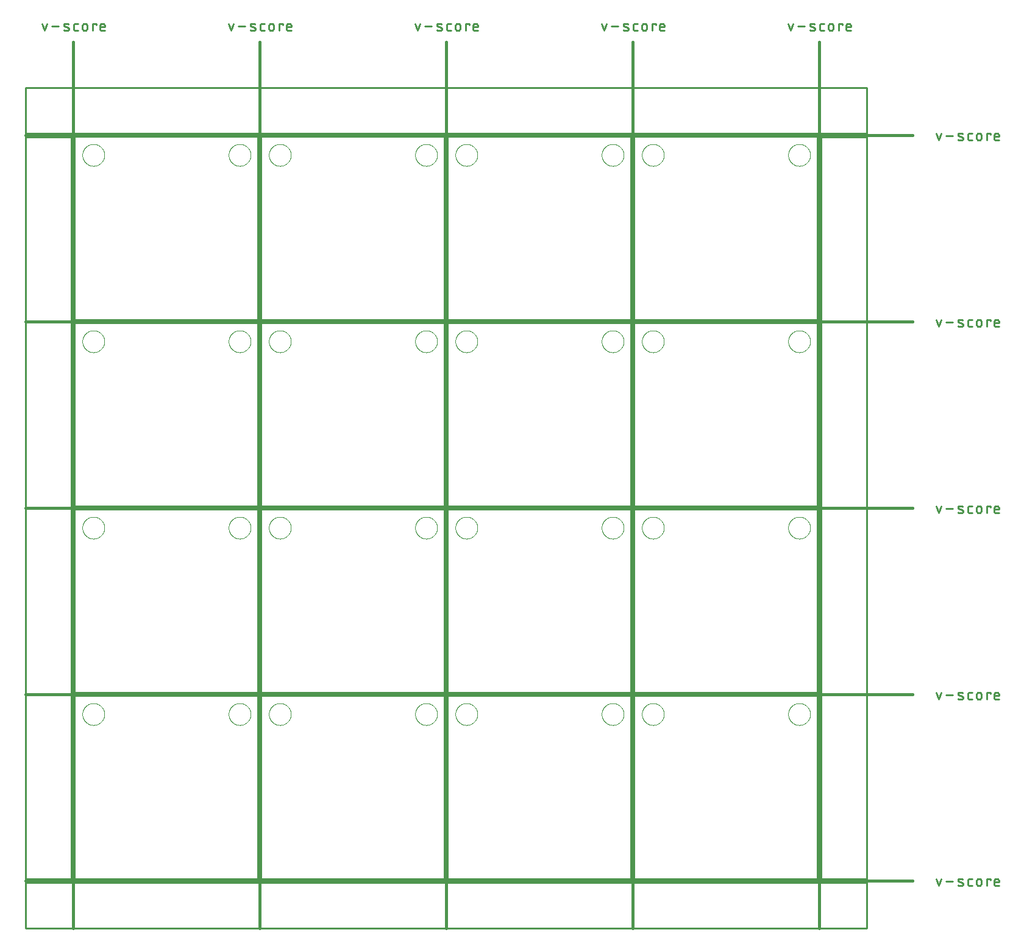
<source format=gko>
G75*
%MOIN*%
%OFA0B0*%
%FSLAX25Y25*%
%IPPOS*%
%LPD*%
%AMOC8*
5,1,8,0,0,1.08239X$1,22.5*
%
%ADD10C,0.00800*%
%ADD11C,0.01500*%
%ADD12C,0.01100*%
%ADD13C,0.01000*%
%ADD14C,0.00000*%
D10*
X0028750Y0028750D02*
X0028750Y0128750D01*
X0128750Y0128750D01*
X0128750Y0028750D01*
X0028750Y0028750D01*
X0130750Y0028750D02*
X0130750Y0128750D01*
X0230750Y0128750D01*
X0230750Y0028750D01*
X0130750Y0028750D01*
X0232750Y0028750D02*
X0232750Y0128750D01*
X0332750Y0128750D01*
X0332750Y0028750D01*
X0232750Y0028750D01*
X0334750Y0028750D02*
X0334750Y0128750D01*
X0434750Y0128750D01*
X0434750Y0028750D01*
X0334750Y0028750D01*
X0334750Y0130750D02*
X0334750Y0230750D01*
X0434750Y0230750D01*
X0434750Y0130750D01*
X0334750Y0130750D01*
X0332750Y0130750D02*
X0332750Y0230750D01*
X0232750Y0230750D01*
X0232750Y0130750D01*
X0332750Y0130750D01*
X0230750Y0130750D02*
X0230750Y0230750D01*
X0130750Y0230750D01*
X0130750Y0130750D01*
X0230750Y0130750D01*
X0128750Y0130750D02*
X0128750Y0230750D01*
X0028750Y0230750D01*
X0028750Y0130750D01*
X0128750Y0130750D01*
X0128750Y0232750D02*
X0028750Y0232750D01*
X0028750Y0332750D01*
X0128750Y0332750D01*
X0128750Y0232750D01*
X0130750Y0232750D02*
X0130750Y0332750D01*
X0230750Y0332750D01*
X0230750Y0232750D01*
X0130750Y0232750D01*
X0232750Y0232750D02*
X0232750Y0332750D01*
X0332750Y0332750D01*
X0332750Y0232750D01*
X0232750Y0232750D01*
X0334750Y0232750D02*
X0334750Y0332750D01*
X0434750Y0332750D01*
X0434750Y0232750D01*
X0334750Y0232750D01*
X0334750Y0334750D02*
X0334750Y0434750D01*
X0434750Y0434750D01*
X0434750Y0334750D01*
X0334750Y0334750D01*
X0332750Y0334750D02*
X0332750Y0434750D01*
X0232750Y0434750D01*
X0232750Y0334750D01*
X0332750Y0334750D01*
X0230750Y0334750D02*
X0230750Y0434750D01*
X0130750Y0434750D01*
X0130750Y0334750D01*
X0230750Y0334750D01*
X0128750Y0334750D02*
X0128750Y0434750D01*
X0028750Y0434750D01*
X0028750Y0334750D01*
X0128750Y0334750D01*
D11*
X0001750Y0333750D02*
X0486750Y0333750D01*
X0486750Y0231750D02*
X0001750Y0231750D01*
X0001750Y0129750D02*
X0486750Y0129750D01*
X0486750Y0027750D02*
X0001750Y0027750D01*
X0027750Y0001750D02*
X0027750Y0486750D01*
X0001750Y0435750D02*
X0486750Y0435750D01*
X0435750Y0486750D02*
X0435750Y0001750D01*
X0333750Y0001750D02*
X0333750Y0486750D01*
X0231750Y0486750D02*
X0231750Y0001750D01*
X0129750Y0001750D02*
X0129750Y0486750D01*
D12*
X0130971Y0492800D02*
X0132282Y0492800D01*
X0130971Y0492800D02*
X0130909Y0492802D01*
X0130848Y0492808D01*
X0130787Y0492817D01*
X0130727Y0492831D01*
X0130667Y0492848D01*
X0130609Y0492869D01*
X0130552Y0492894D01*
X0130497Y0492922D01*
X0130444Y0492953D01*
X0130393Y0492988D01*
X0130344Y0493026D01*
X0130298Y0493066D01*
X0130254Y0493110D01*
X0130214Y0493156D01*
X0130176Y0493205D01*
X0130141Y0493256D01*
X0130110Y0493309D01*
X0130082Y0493364D01*
X0130057Y0493421D01*
X0130036Y0493479D01*
X0130019Y0493539D01*
X0130005Y0493599D01*
X0129996Y0493660D01*
X0129990Y0493721D01*
X0129988Y0493783D01*
X0129988Y0495750D01*
X0129990Y0495812D01*
X0129996Y0495873D01*
X0130005Y0495934D01*
X0130019Y0495994D01*
X0130036Y0496054D01*
X0130057Y0496112D01*
X0130082Y0496169D01*
X0130110Y0496224D01*
X0130141Y0496277D01*
X0130176Y0496328D01*
X0130214Y0496377D01*
X0130254Y0496423D01*
X0130298Y0496467D01*
X0130344Y0496507D01*
X0130393Y0496545D01*
X0130444Y0496580D01*
X0130497Y0496611D01*
X0130552Y0496639D01*
X0130609Y0496664D01*
X0130667Y0496685D01*
X0130727Y0496702D01*
X0130787Y0496716D01*
X0130848Y0496725D01*
X0130909Y0496731D01*
X0130971Y0496733D01*
X0132282Y0496733D01*
X0134695Y0495422D02*
X0134695Y0494111D01*
X0134696Y0494111D02*
X0134698Y0494040D01*
X0134704Y0493969D01*
X0134713Y0493899D01*
X0134727Y0493829D01*
X0134744Y0493760D01*
X0134765Y0493692D01*
X0134789Y0493626D01*
X0134817Y0493561D01*
X0134849Y0493497D01*
X0134884Y0493435D01*
X0134922Y0493375D01*
X0134963Y0493318D01*
X0135008Y0493262D01*
X0135055Y0493209D01*
X0135105Y0493159D01*
X0135158Y0493112D01*
X0135214Y0493067D01*
X0135271Y0493026D01*
X0135331Y0492988D01*
X0135393Y0492953D01*
X0135457Y0492921D01*
X0135522Y0492893D01*
X0135588Y0492869D01*
X0135656Y0492848D01*
X0135725Y0492831D01*
X0135795Y0492817D01*
X0135865Y0492808D01*
X0135936Y0492802D01*
X0136007Y0492800D01*
X0136078Y0492802D01*
X0136149Y0492808D01*
X0136219Y0492817D01*
X0136289Y0492831D01*
X0136358Y0492848D01*
X0136426Y0492869D01*
X0136492Y0492893D01*
X0136557Y0492921D01*
X0136621Y0492953D01*
X0136683Y0492988D01*
X0136743Y0493026D01*
X0136800Y0493067D01*
X0136856Y0493112D01*
X0136909Y0493159D01*
X0136959Y0493209D01*
X0137006Y0493262D01*
X0137051Y0493318D01*
X0137092Y0493375D01*
X0137130Y0493435D01*
X0137165Y0493497D01*
X0137197Y0493561D01*
X0137225Y0493626D01*
X0137249Y0493692D01*
X0137270Y0493760D01*
X0137287Y0493829D01*
X0137301Y0493899D01*
X0137310Y0493969D01*
X0137316Y0494040D01*
X0137318Y0494111D01*
X0137318Y0495422D01*
X0137316Y0495493D01*
X0137310Y0495564D01*
X0137301Y0495634D01*
X0137287Y0495704D01*
X0137270Y0495773D01*
X0137249Y0495841D01*
X0137225Y0495907D01*
X0137197Y0495972D01*
X0137165Y0496036D01*
X0137130Y0496098D01*
X0137092Y0496158D01*
X0137051Y0496215D01*
X0137006Y0496271D01*
X0136959Y0496324D01*
X0136909Y0496374D01*
X0136856Y0496421D01*
X0136800Y0496466D01*
X0136743Y0496507D01*
X0136683Y0496545D01*
X0136621Y0496580D01*
X0136557Y0496612D01*
X0136492Y0496640D01*
X0136426Y0496664D01*
X0136358Y0496685D01*
X0136289Y0496702D01*
X0136219Y0496716D01*
X0136149Y0496725D01*
X0136078Y0496731D01*
X0136007Y0496733D01*
X0135936Y0496731D01*
X0135865Y0496725D01*
X0135795Y0496716D01*
X0135725Y0496702D01*
X0135656Y0496685D01*
X0135588Y0496664D01*
X0135522Y0496640D01*
X0135457Y0496612D01*
X0135393Y0496580D01*
X0135331Y0496545D01*
X0135271Y0496507D01*
X0135214Y0496466D01*
X0135158Y0496421D01*
X0135105Y0496374D01*
X0135055Y0496324D01*
X0135008Y0496271D01*
X0134963Y0496215D01*
X0134922Y0496158D01*
X0134884Y0496098D01*
X0134849Y0496036D01*
X0134817Y0495972D01*
X0134789Y0495907D01*
X0134765Y0495841D01*
X0134744Y0495773D01*
X0134727Y0495704D01*
X0134713Y0495634D01*
X0134704Y0495564D01*
X0134698Y0495493D01*
X0134696Y0495422D01*
X0140284Y0496733D02*
X0140284Y0492800D01*
X0142251Y0496078D02*
X0142251Y0496733D01*
X0140284Y0496733D01*
X0144337Y0495422D02*
X0144337Y0493783D01*
X0144339Y0493721D01*
X0144345Y0493660D01*
X0144354Y0493599D01*
X0144368Y0493539D01*
X0144385Y0493479D01*
X0144406Y0493421D01*
X0144431Y0493364D01*
X0144459Y0493309D01*
X0144490Y0493256D01*
X0144525Y0493205D01*
X0144563Y0493156D01*
X0144603Y0493110D01*
X0144647Y0493066D01*
X0144693Y0493026D01*
X0144742Y0492988D01*
X0144793Y0492953D01*
X0144846Y0492922D01*
X0144901Y0492894D01*
X0144958Y0492869D01*
X0145016Y0492848D01*
X0145076Y0492831D01*
X0145136Y0492817D01*
X0145197Y0492808D01*
X0145258Y0492802D01*
X0145320Y0492800D01*
X0146959Y0492800D01*
X0146959Y0494767D02*
X0144337Y0494767D01*
X0144337Y0495422D02*
X0144339Y0495493D01*
X0144345Y0495564D01*
X0144354Y0495634D01*
X0144368Y0495704D01*
X0144385Y0495773D01*
X0144406Y0495841D01*
X0144430Y0495907D01*
X0144458Y0495972D01*
X0144490Y0496036D01*
X0144525Y0496098D01*
X0144563Y0496158D01*
X0144604Y0496215D01*
X0144649Y0496271D01*
X0144696Y0496324D01*
X0144746Y0496374D01*
X0144799Y0496421D01*
X0144855Y0496466D01*
X0144912Y0496507D01*
X0144972Y0496545D01*
X0145034Y0496580D01*
X0145098Y0496612D01*
X0145163Y0496640D01*
X0145229Y0496664D01*
X0145297Y0496685D01*
X0145366Y0496702D01*
X0145436Y0496716D01*
X0145506Y0496725D01*
X0145577Y0496731D01*
X0145648Y0496733D01*
X0145719Y0496731D01*
X0145790Y0496725D01*
X0145860Y0496716D01*
X0145930Y0496702D01*
X0145999Y0496685D01*
X0146067Y0496664D01*
X0146133Y0496640D01*
X0146198Y0496612D01*
X0146262Y0496580D01*
X0146324Y0496545D01*
X0146384Y0496507D01*
X0146441Y0496466D01*
X0146497Y0496421D01*
X0146550Y0496374D01*
X0146600Y0496324D01*
X0146647Y0496271D01*
X0146692Y0496215D01*
X0146733Y0496158D01*
X0146771Y0496098D01*
X0146806Y0496036D01*
X0146838Y0495972D01*
X0146866Y0495907D01*
X0146890Y0495841D01*
X0146911Y0495773D01*
X0146928Y0495704D01*
X0146942Y0495634D01*
X0146951Y0495564D01*
X0146957Y0495493D01*
X0146959Y0495422D01*
X0146959Y0494767D01*
X0126774Y0494439D02*
X0125136Y0495094D01*
X0125135Y0495095D02*
X0125083Y0495118D01*
X0125032Y0495145D01*
X0124983Y0495175D01*
X0124936Y0495208D01*
X0124891Y0495244D01*
X0124849Y0495284D01*
X0124810Y0495326D01*
X0124774Y0495370D01*
X0124741Y0495417D01*
X0124711Y0495467D01*
X0124684Y0495518D01*
X0124661Y0495570D01*
X0124642Y0495624D01*
X0124626Y0495680D01*
X0124614Y0495736D01*
X0124606Y0495793D01*
X0124602Y0495850D01*
X0124601Y0495908D01*
X0124605Y0495965D01*
X0124612Y0496022D01*
X0124624Y0496079D01*
X0124639Y0496134D01*
X0124657Y0496189D01*
X0124680Y0496242D01*
X0124706Y0496293D01*
X0124735Y0496342D01*
X0124768Y0496390D01*
X0124804Y0496435D01*
X0124842Y0496477D01*
X0124884Y0496517D01*
X0124928Y0496554D01*
X0124975Y0496588D01*
X0125023Y0496619D01*
X0125074Y0496646D01*
X0125126Y0496670D01*
X0125180Y0496690D01*
X0125235Y0496706D01*
X0125291Y0496719D01*
X0125348Y0496728D01*
X0125406Y0496733D01*
X0125463Y0496734D01*
X0124644Y0493128D02*
X0124778Y0493082D01*
X0124913Y0493039D01*
X0125049Y0493000D01*
X0125186Y0492964D01*
X0125323Y0492932D01*
X0125462Y0492903D01*
X0125601Y0492877D01*
X0125741Y0492856D01*
X0125882Y0492837D01*
X0126022Y0492823D01*
X0126164Y0492812D01*
X0126305Y0492804D01*
X0126447Y0492801D01*
X0126447Y0492800D02*
X0126504Y0492801D01*
X0126562Y0492806D01*
X0126619Y0492815D01*
X0126675Y0492828D01*
X0126730Y0492844D01*
X0126784Y0492864D01*
X0126836Y0492888D01*
X0126887Y0492915D01*
X0126935Y0492946D01*
X0126982Y0492980D01*
X0127026Y0493017D01*
X0127068Y0493057D01*
X0127106Y0493099D01*
X0127142Y0493144D01*
X0127175Y0493192D01*
X0127204Y0493241D01*
X0127230Y0493292D01*
X0127253Y0493345D01*
X0127271Y0493400D01*
X0127286Y0493455D01*
X0127298Y0493512D01*
X0127305Y0493569D01*
X0127309Y0493626D01*
X0127308Y0493684D01*
X0127304Y0493741D01*
X0127296Y0493798D01*
X0127284Y0493854D01*
X0127268Y0493910D01*
X0127249Y0493964D01*
X0127226Y0494016D01*
X0127199Y0494067D01*
X0127169Y0494117D01*
X0127136Y0494164D01*
X0127100Y0494208D01*
X0127061Y0494250D01*
X0127019Y0494290D01*
X0126974Y0494326D01*
X0126927Y0494359D01*
X0126878Y0494389D01*
X0126827Y0494416D01*
X0126775Y0494439D01*
X0126938Y0496405D02*
X0126831Y0496451D01*
X0126722Y0496494D01*
X0126612Y0496534D01*
X0126500Y0496570D01*
X0126388Y0496602D01*
X0126274Y0496631D01*
X0126160Y0496657D01*
X0126045Y0496678D01*
X0125930Y0496697D01*
X0125813Y0496711D01*
X0125697Y0496722D01*
X0125580Y0496729D01*
X0125463Y0496733D01*
X0121768Y0495094D02*
X0117834Y0495094D01*
X0115163Y0496733D02*
X0113852Y0492800D01*
X0112541Y0496733D01*
X0044959Y0495422D02*
X0044959Y0494767D01*
X0042337Y0494767D01*
X0042337Y0495422D02*
X0042337Y0493783D01*
X0042339Y0493721D01*
X0042345Y0493660D01*
X0042354Y0493599D01*
X0042368Y0493539D01*
X0042385Y0493479D01*
X0042406Y0493421D01*
X0042431Y0493364D01*
X0042459Y0493309D01*
X0042490Y0493256D01*
X0042525Y0493205D01*
X0042563Y0493156D01*
X0042603Y0493110D01*
X0042647Y0493066D01*
X0042693Y0493026D01*
X0042742Y0492988D01*
X0042793Y0492953D01*
X0042846Y0492922D01*
X0042901Y0492894D01*
X0042958Y0492869D01*
X0043016Y0492848D01*
X0043076Y0492831D01*
X0043136Y0492817D01*
X0043197Y0492808D01*
X0043258Y0492802D01*
X0043320Y0492800D01*
X0044959Y0492800D01*
X0044959Y0495422D02*
X0044957Y0495493D01*
X0044951Y0495564D01*
X0044942Y0495634D01*
X0044928Y0495704D01*
X0044911Y0495773D01*
X0044890Y0495841D01*
X0044866Y0495907D01*
X0044838Y0495972D01*
X0044806Y0496036D01*
X0044771Y0496098D01*
X0044733Y0496158D01*
X0044692Y0496215D01*
X0044647Y0496271D01*
X0044600Y0496324D01*
X0044550Y0496374D01*
X0044497Y0496421D01*
X0044441Y0496466D01*
X0044384Y0496507D01*
X0044324Y0496545D01*
X0044262Y0496580D01*
X0044198Y0496612D01*
X0044133Y0496640D01*
X0044067Y0496664D01*
X0043999Y0496685D01*
X0043930Y0496702D01*
X0043860Y0496716D01*
X0043790Y0496725D01*
X0043719Y0496731D01*
X0043648Y0496733D01*
X0043577Y0496731D01*
X0043506Y0496725D01*
X0043436Y0496716D01*
X0043366Y0496702D01*
X0043297Y0496685D01*
X0043229Y0496664D01*
X0043163Y0496640D01*
X0043098Y0496612D01*
X0043034Y0496580D01*
X0042972Y0496545D01*
X0042912Y0496507D01*
X0042855Y0496466D01*
X0042799Y0496421D01*
X0042746Y0496374D01*
X0042696Y0496324D01*
X0042649Y0496271D01*
X0042604Y0496215D01*
X0042563Y0496158D01*
X0042525Y0496098D01*
X0042490Y0496036D01*
X0042458Y0495972D01*
X0042430Y0495907D01*
X0042406Y0495841D01*
X0042385Y0495773D01*
X0042368Y0495704D01*
X0042354Y0495634D01*
X0042345Y0495564D01*
X0042339Y0495493D01*
X0042337Y0495422D01*
X0040251Y0496078D02*
X0040251Y0496733D01*
X0038284Y0496733D01*
X0038284Y0492800D01*
X0035318Y0494111D02*
X0035318Y0495422D01*
X0035316Y0495493D01*
X0035310Y0495564D01*
X0035301Y0495634D01*
X0035287Y0495704D01*
X0035270Y0495773D01*
X0035249Y0495841D01*
X0035225Y0495907D01*
X0035197Y0495972D01*
X0035165Y0496036D01*
X0035130Y0496098D01*
X0035092Y0496158D01*
X0035051Y0496215D01*
X0035006Y0496271D01*
X0034959Y0496324D01*
X0034909Y0496374D01*
X0034856Y0496421D01*
X0034800Y0496466D01*
X0034743Y0496507D01*
X0034683Y0496545D01*
X0034621Y0496580D01*
X0034557Y0496612D01*
X0034492Y0496640D01*
X0034426Y0496664D01*
X0034358Y0496685D01*
X0034289Y0496702D01*
X0034219Y0496716D01*
X0034149Y0496725D01*
X0034078Y0496731D01*
X0034007Y0496733D01*
X0033936Y0496731D01*
X0033865Y0496725D01*
X0033795Y0496716D01*
X0033725Y0496702D01*
X0033656Y0496685D01*
X0033588Y0496664D01*
X0033522Y0496640D01*
X0033457Y0496612D01*
X0033393Y0496580D01*
X0033331Y0496545D01*
X0033271Y0496507D01*
X0033214Y0496466D01*
X0033158Y0496421D01*
X0033105Y0496374D01*
X0033055Y0496324D01*
X0033008Y0496271D01*
X0032963Y0496215D01*
X0032922Y0496158D01*
X0032884Y0496098D01*
X0032849Y0496036D01*
X0032817Y0495972D01*
X0032789Y0495907D01*
X0032765Y0495841D01*
X0032744Y0495773D01*
X0032727Y0495704D01*
X0032713Y0495634D01*
X0032704Y0495564D01*
X0032698Y0495493D01*
X0032696Y0495422D01*
X0032695Y0495422D02*
X0032695Y0494111D01*
X0032696Y0494111D02*
X0032698Y0494040D01*
X0032704Y0493969D01*
X0032713Y0493899D01*
X0032727Y0493829D01*
X0032744Y0493760D01*
X0032765Y0493692D01*
X0032789Y0493626D01*
X0032817Y0493561D01*
X0032849Y0493497D01*
X0032884Y0493435D01*
X0032922Y0493375D01*
X0032963Y0493318D01*
X0033008Y0493262D01*
X0033055Y0493209D01*
X0033105Y0493159D01*
X0033158Y0493112D01*
X0033214Y0493067D01*
X0033271Y0493026D01*
X0033331Y0492988D01*
X0033393Y0492953D01*
X0033457Y0492921D01*
X0033522Y0492893D01*
X0033588Y0492869D01*
X0033656Y0492848D01*
X0033725Y0492831D01*
X0033795Y0492817D01*
X0033865Y0492808D01*
X0033936Y0492802D01*
X0034007Y0492800D01*
X0034078Y0492802D01*
X0034149Y0492808D01*
X0034219Y0492817D01*
X0034289Y0492831D01*
X0034358Y0492848D01*
X0034426Y0492869D01*
X0034492Y0492893D01*
X0034557Y0492921D01*
X0034621Y0492953D01*
X0034683Y0492988D01*
X0034743Y0493026D01*
X0034800Y0493067D01*
X0034856Y0493112D01*
X0034909Y0493159D01*
X0034959Y0493209D01*
X0035006Y0493262D01*
X0035051Y0493318D01*
X0035092Y0493375D01*
X0035130Y0493435D01*
X0035165Y0493497D01*
X0035197Y0493561D01*
X0035225Y0493626D01*
X0035249Y0493692D01*
X0035270Y0493760D01*
X0035287Y0493829D01*
X0035301Y0493899D01*
X0035310Y0493969D01*
X0035316Y0494040D01*
X0035318Y0494111D01*
X0030282Y0492800D02*
X0028971Y0492800D01*
X0028909Y0492802D01*
X0028848Y0492808D01*
X0028787Y0492817D01*
X0028727Y0492831D01*
X0028667Y0492848D01*
X0028609Y0492869D01*
X0028552Y0492894D01*
X0028497Y0492922D01*
X0028444Y0492953D01*
X0028393Y0492988D01*
X0028344Y0493026D01*
X0028298Y0493066D01*
X0028254Y0493110D01*
X0028214Y0493156D01*
X0028176Y0493205D01*
X0028141Y0493256D01*
X0028110Y0493309D01*
X0028082Y0493364D01*
X0028057Y0493421D01*
X0028036Y0493479D01*
X0028019Y0493539D01*
X0028005Y0493599D01*
X0027996Y0493660D01*
X0027990Y0493721D01*
X0027988Y0493783D01*
X0027988Y0495750D01*
X0027990Y0495812D01*
X0027996Y0495873D01*
X0028005Y0495934D01*
X0028019Y0495994D01*
X0028036Y0496054D01*
X0028057Y0496112D01*
X0028082Y0496169D01*
X0028110Y0496224D01*
X0028141Y0496277D01*
X0028176Y0496328D01*
X0028214Y0496377D01*
X0028254Y0496423D01*
X0028298Y0496467D01*
X0028344Y0496507D01*
X0028393Y0496545D01*
X0028444Y0496580D01*
X0028497Y0496611D01*
X0028552Y0496639D01*
X0028609Y0496664D01*
X0028667Y0496685D01*
X0028727Y0496702D01*
X0028787Y0496716D01*
X0028848Y0496725D01*
X0028909Y0496731D01*
X0028971Y0496733D01*
X0030282Y0496733D01*
X0024774Y0494439D02*
X0023136Y0495094D01*
X0023135Y0495095D02*
X0023083Y0495118D01*
X0023032Y0495145D01*
X0022983Y0495175D01*
X0022936Y0495208D01*
X0022891Y0495244D01*
X0022849Y0495284D01*
X0022810Y0495326D01*
X0022774Y0495370D01*
X0022741Y0495417D01*
X0022711Y0495467D01*
X0022684Y0495518D01*
X0022661Y0495570D01*
X0022642Y0495624D01*
X0022626Y0495680D01*
X0022614Y0495736D01*
X0022606Y0495793D01*
X0022602Y0495850D01*
X0022601Y0495908D01*
X0022605Y0495965D01*
X0022612Y0496022D01*
X0022624Y0496079D01*
X0022639Y0496134D01*
X0022657Y0496189D01*
X0022680Y0496242D01*
X0022706Y0496293D01*
X0022735Y0496342D01*
X0022768Y0496390D01*
X0022804Y0496435D01*
X0022842Y0496477D01*
X0022884Y0496517D01*
X0022928Y0496554D01*
X0022975Y0496588D01*
X0023023Y0496619D01*
X0023074Y0496646D01*
X0023126Y0496670D01*
X0023180Y0496690D01*
X0023235Y0496706D01*
X0023291Y0496719D01*
X0023348Y0496728D01*
X0023406Y0496733D01*
X0023463Y0496734D01*
X0022644Y0493128D02*
X0022778Y0493082D01*
X0022913Y0493039D01*
X0023049Y0493000D01*
X0023186Y0492964D01*
X0023323Y0492932D01*
X0023462Y0492903D01*
X0023601Y0492877D01*
X0023741Y0492856D01*
X0023882Y0492837D01*
X0024022Y0492823D01*
X0024164Y0492812D01*
X0024305Y0492804D01*
X0024447Y0492801D01*
X0024447Y0492800D02*
X0024504Y0492801D01*
X0024562Y0492806D01*
X0024619Y0492815D01*
X0024675Y0492828D01*
X0024730Y0492844D01*
X0024784Y0492864D01*
X0024836Y0492888D01*
X0024887Y0492915D01*
X0024935Y0492946D01*
X0024982Y0492980D01*
X0025026Y0493017D01*
X0025068Y0493057D01*
X0025106Y0493099D01*
X0025142Y0493144D01*
X0025175Y0493192D01*
X0025204Y0493241D01*
X0025230Y0493292D01*
X0025253Y0493345D01*
X0025271Y0493400D01*
X0025286Y0493455D01*
X0025298Y0493512D01*
X0025305Y0493569D01*
X0025309Y0493626D01*
X0025308Y0493684D01*
X0025304Y0493741D01*
X0025296Y0493798D01*
X0025284Y0493854D01*
X0025268Y0493910D01*
X0025249Y0493964D01*
X0025226Y0494016D01*
X0025199Y0494067D01*
X0025169Y0494117D01*
X0025136Y0494164D01*
X0025100Y0494208D01*
X0025061Y0494250D01*
X0025019Y0494290D01*
X0024974Y0494326D01*
X0024927Y0494359D01*
X0024878Y0494389D01*
X0024827Y0494416D01*
X0024775Y0494439D01*
X0024938Y0496405D02*
X0024831Y0496451D01*
X0024722Y0496494D01*
X0024612Y0496534D01*
X0024500Y0496570D01*
X0024388Y0496602D01*
X0024274Y0496631D01*
X0024160Y0496657D01*
X0024045Y0496678D01*
X0023930Y0496697D01*
X0023813Y0496711D01*
X0023697Y0496722D01*
X0023580Y0496729D01*
X0023463Y0496733D01*
X0019768Y0495094D02*
X0015834Y0495094D01*
X0013163Y0496733D02*
X0011852Y0492800D01*
X0010541Y0496733D01*
X0214541Y0496733D02*
X0215852Y0492800D01*
X0217163Y0496733D01*
X0219834Y0495094D02*
X0223768Y0495094D01*
X0227136Y0495094D02*
X0228774Y0494439D01*
X0228775Y0494439D02*
X0228827Y0494416D01*
X0228878Y0494389D01*
X0228927Y0494359D01*
X0228974Y0494326D01*
X0229019Y0494290D01*
X0229061Y0494250D01*
X0229100Y0494208D01*
X0229136Y0494164D01*
X0229169Y0494117D01*
X0229199Y0494067D01*
X0229226Y0494016D01*
X0229249Y0493964D01*
X0229268Y0493910D01*
X0229284Y0493854D01*
X0229296Y0493798D01*
X0229304Y0493741D01*
X0229308Y0493684D01*
X0229309Y0493626D01*
X0229305Y0493569D01*
X0229298Y0493512D01*
X0229286Y0493455D01*
X0229271Y0493400D01*
X0229253Y0493345D01*
X0229230Y0493292D01*
X0229204Y0493241D01*
X0229175Y0493192D01*
X0229142Y0493144D01*
X0229106Y0493099D01*
X0229068Y0493057D01*
X0229026Y0493017D01*
X0228982Y0492980D01*
X0228935Y0492946D01*
X0228887Y0492915D01*
X0228836Y0492888D01*
X0228784Y0492864D01*
X0228730Y0492844D01*
X0228675Y0492828D01*
X0228619Y0492815D01*
X0228562Y0492806D01*
X0228504Y0492801D01*
X0228447Y0492800D01*
X0228938Y0496405D02*
X0228831Y0496451D01*
X0228722Y0496494D01*
X0228612Y0496534D01*
X0228500Y0496570D01*
X0228388Y0496602D01*
X0228274Y0496631D01*
X0228160Y0496657D01*
X0228045Y0496678D01*
X0227930Y0496697D01*
X0227813Y0496711D01*
X0227697Y0496722D01*
X0227580Y0496729D01*
X0227463Y0496733D01*
X0227463Y0496734D02*
X0227406Y0496733D01*
X0227348Y0496728D01*
X0227291Y0496719D01*
X0227235Y0496706D01*
X0227180Y0496690D01*
X0227126Y0496670D01*
X0227074Y0496646D01*
X0227023Y0496619D01*
X0226975Y0496588D01*
X0226928Y0496554D01*
X0226884Y0496517D01*
X0226842Y0496477D01*
X0226804Y0496435D01*
X0226768Y0496390D01*
X0226735Y0496342D01*
X0226706Y0496293D01*
X0226680Y0496242D01*
X0226657Y0496189D01*
X0226639Y0496134D01*
X0226624Y0496079D01*
X0226612Y0496022D01*
X0226605Y0495965D01*
X0226601Y0495908D01*
X0226602Y0495850D01*
X0226606Y0495793D01*
X0226614Y0495736D01*
X0226626Y0495680D01*
X0226642Y0495624D01*
X0226661Y0495570D01*
X0226684Y0495518D01*
X0226711Y0495467D01*
X0226741Y0495417D01*
X0226774Y0495370D01*
X0226810Y0495326D01*
X0226849Y0495284D01*
X0226891Y0495244D01*
X0226936Y0495208D01*
X0226983Y0495175D01*
X0227032Y0495145D01*
X0227083Y0495118D01*
X0227135Y0495095D01*
X0226644Y0493128D02*
X0226778Y0493082D01*
X0226913Y0493039D01*
X0227049Y0493000D01*
X0227186Y0492964D01*
X0227323Y0492932D01*
X0227462Y0492903D01*
X0227601Y0492877D01*
X0227741Y0492856D01*
X0227882Y0492837D01*
X0228022Y0492823D01*
X0228164Y0492812D01*
X0228305Y0492804D01*
X0228447Y0492801D01*
X0231988Y0493783D02*
X0231988Y0495750D01*
X0231990Y0495812D01*
X0231996Y0495873D01*
X0232005Y0495934D01*
X0232019Y0495994D01*
X0232036Y0496054D01*
X0232057Y0496112D01*
X0232082Y0496169D01*
X0232110Y0496224D01*
X0232141Y0496277D01*
X0232176Y0496328D01*
X0232214Y0496377D01*
X0232254Y0496423D01*
X0232298Y0496467D01*
X0232344Y0496507D01*
X0232393Y0496545D01*
X0232444Y0496580D01*
X0232497Y0496611D01*
X0232552Y0496639D01*
X0232609Y0496664D01*
X0232667Y0496685D01*
X0232727Y0496702D01*
X0232787Y0496716D01*
X0232848Y0496725D01*
X0232909Y0496731D01*
X0232971Y0496733D01*
X0234282Y0496733D01*
X0236695Y0495422D02*
X0236695Y0494111D01*
X0236696Y0494111D02*
X0236698Y0494040D01*
X0236704Y0493969D01*
X0236713Y0493899D01*
X0236727Y0493829D01*
X0236744Y0493760D01*
X0236765Y0493692D01*
X0236789Y0493626D01*
X0236817Y0493561D01*
X0236849Y0493497D01*
X0236884Y0493435D01*
X0236922Y0493375D01*
X0236963Y0493318D01*
X0237008Y0493262D01*
X0237055Y0493209D01*
X0237105Y0493159D01*
X0237158Y0493112D01*
X0237214Y0493067D01*
X0237271Y0493026D01*
X0237331Y0492988D01*
X0237393Y0492953D01*
X0237457Y0492921D01*
X0237522Y0492893D01*
X0237588Y0492869D01*
X0237656Y0492848D01*
X0237725Y0492831D01*
X0237795Y0492817D01*
X0237865Y0492808D01*
X0237936Y0492802D01*
X0238007Y0492800D01*
X0238078Y0492802D01*
X0238149Y0492808D01*
X0238219Y0492817D01*
X0238289Y0492831D01*
X0238358Y0492848D01*
X0238426Y0492869D01*
X0238492Y0492893D01*
X0238557Y0492921D01*
X0238621Y0492953D01*
X0238683Y0492988D01*
X0238743Y0493026D01*
X0238800Y0493067D01*
X0238856Y0493112D01*
X0238909Y0493159D01*
X0238959Y0493209D01*
X0239006Y0493262D01*
X0239051Y0493318D01*
X0239092Y0493375D01*
X0239130Y0493435D01*
X0239165Y0493497D01*
X0239197Y0493561D01*
X0239225Y0493626D01*
X0239249Y0493692D01*
X0239270Y0493760D01*
X0239287Y0493829D01*
X0239301Y0493899D01*
X0239310Y0493969D01*
X0239316Y0494040D01*
X0239318Y0494111D01*
X0239318Y0495422D01*
X0239316Y0495493D01*
X0239310Y0495564D01*
X0239301Y0495634D01*
X0239287Y0495704D01*
X0239270Y0495773D01*
X0239249Y0495841D01*
X0239225Y0495907D01*
X0239197Y0495972D01*
X0239165Y0496036D01*
X0239130Y0496098D01*
X0239092Y0496158D01*
X0239051Y0496215D01*
X0239006Y0496271D01*
X0238959Y0496324D01*
X0238909Y0496374D01*
X0238856Y0496421D01*
X0238800Y0496466D01*
X0238743Y0496507D01*
X0238683Y0496545D01*
X0238621Y0496580D01*
X0238557Y0496612D01*
X0238492Y0496640D01*
X0238426Y0496664D01*
X0238358Y0496685D01*
X0238289Y0496702D01*
X0238219Y0496716D01*
X0238149Y0496725D01*
X0238078Y0496731D01*
X0238007Y0496733D01*
X0237936Y0496731D01*
X0237865Y0496725D01*
X0237795Y0496716D01*
X0237725Y0496702D01*
X0237656Y0496685D01*
X0237588Y0496664D01*
X0237522Y0496640D01*
X0237457Y0496612D01*
X0237393Y0496580D01*
X0237331Y0496545D01*
X0237271Y0496507D01*
X0237214Y0496466D01*
X0237158Y0496421D01*
X0237105Y0496374D01*
X0237055Y0496324D01*
X0237008Y0496271D01*
X0236963Y0496215D01*
X0236922Y0496158D01*
X0236884Y0496098D01*
X0236849Y0496036D01*
X0236817Y0495972D01*
X0236789Y0495907D01*
X0236765Y0495841D01*
X0236744Y0495773D01*
X0236727Y0495704D01*
X0236713Y0495634D01*
X0236704Y0495564D01*
X0236698Y0495493D01*
X0236696Y0495422D01*
X0234282Y0492800D02*
X0232971Y0492800D01*
X0232909Y0492802D01*
X0232848Y0492808D01*
X0232787Y0492817D01*
X0232727Y0492831D01*
X0232667Y0492848D01*
X0232609Y0492869D01*
X0232552Y0492894D01*
X0232497Y0492922D01*
X0232444Y0492953D01*
X0232393Y0492988D01*
X0232344Y0493026D01*
X0232298Y0493066D01*
X0232254Y0493110D01*
X0232214Y0493156D01*
X0232176Y0493205D01*
X0232141Y0493256D01*
X0232110Y0493309D01*
X0232082Y0493364D01*
X0232057Y0493421D01*
X0232036Y0493479D01*
X0232019Y0493539D01*
X0232005Y0493599D01*
X0231996Y0493660D01*
X0231990Y0493721D01*
X0231988Y0493783D01*
X0242284Y0492800D02*
X0242284Y0496733D01*
X0244251Y0496733D01*
X0244251Y0496078D01*
X0246337Y0495422D02*
X0246337Y0493783D01*
X0246339Y0493721D01*
X0246345Y0493660D01*
X0246354Y0493599D01*
X0246368Y0493539D01*
X0246385Y0493479D01*
X0246406Y0493421D01*
X0246431Y0493364D01*
X0246459Y0493309D01*
X0246490Y0493256D01*
X0246525Y0493205D01*
X0246563Y0493156D01*
X0246603Y0493110D01*
X0246647Y0493066D01*
X0246693Y0493026D01*
X0246742Y0492988D01*
X0246793Y0492953D01*
X0246846Y0492922D01*
X0246901Y0492894D01*
X0246958Y0492869D01*
X0247016Y0492848D01*
X0247076Y0492831D01*
X0247136Y0492817D01*
X0247197Y0492808D01*
X0247258Y0492802D01*
X0247320Y0492800D01*
X0248959Y0492800D01*
X0248959Y0494767D02*
X0246337Y0494767D01*
X0246337Y0495422D02*
X0246339Y0495493D01*
X0246345Y0495564D01*
X0246354Y0495634D01*
X0246368Y0495704D01*
X0246385Y0495773D01*
X0246406Y0495841D01*
X0246430Y0495907D01*
X0246458Y0495972D01*
X0246490Y0496036D01*
X0246525Y0496098D01*
X0246563Y0496158D01*
X0246604Y0496215D01*
X0246649Y0496271D01*
X0246696Y0496324D01*
X0246746Y0496374D01*
X0246799Y0496421D01*
X0246855Y0496466D01*
X0246912Y0496507D01*
X0246972Y0496545D01*
X0247034Y0496580D01*
X0247098Y0496612D01*
X0247163Y0496640D01*
X0247229Y0496664D01*
X0247297Y0496685D01*
X0247366Y0496702D01*
X0247436Y0496716D01*
X0247506Y0496725D01*
X0247577Y0496731D01*
X0247648Y0496733D01*
X0247719Y0496731D01*
X0247790Y0496725D01*
X0247860Y0496716D01*
X0247930Y0496702D01*
X0247999Y0496685D01*
X0248067Y0496664D01*
X0248133Y0496640D01*
X0248198Y0496612D01*
X0248262Y0496580D01*
X0248324Y0496545D01*
X0248384Y0496507D01*
X0248441Y0496466D01*
X0248497Y0496421D01*
X0248550Y0496374D01*
X0248600Y0496324D01*
X0248647Y0496271D01*
X0248692Y0496215D01*
X0248733Y0496158D01*
X0248771Y0496098D01*
X0248806Y0496036D01*
X0248838Y0495972D01*
X0248866Y0495907D01*
X0248890Y0495841D01*
X0248911Y0495773D01*
X0248928Y0495704D01*
X0248942Y0495634D01*
X0248951Y0495564D01*
X0248957Y0495493D01*
X0248959Y0495422D01*
X0248959Y0494767D01*
X0316541Y0496733D02*
X0317852Y0492800D01*
X0319163Y0496733D01*
X0321834Y0495094D02*
X0325768Y0495094D01*
X0329136Y0495094D02*
X0330774Y0494439D01*
X0330775Y0494439D02*
X0330827Y0494416D01*
X0330878Y0494389D01*
X0330927Y0494359D01*
X0330974Y0494326D01*
X0331019Y0494290D01*
X0331061Y0494250D01*
X0331100Y0494208D01*
X0331136Y0494164D01*
X0331169Y0494117D01*
X0331199Y0494067D01*
X0331226Y0494016D01*
X0331249Y0493964D01*
X0331268Y0493910D01*
X0331284Y0493854D01*
X0331296Y0493798D01*
X0331304Y0493741D01*
X0331308Y0493684D01*
X0331309Y0493626D01*
X0331305Y0493569D01*
X0331298Y0493512D01*
X0331286Y0493455D01*
X0331271Y0493400D01*
X0331253Y0493345D01*
X0331230Y0493292D01*
X0331204Y0493241D01*
X0331175Y0493192D01*
X0331142Y0493144D01*
X0331106Y0493099D01*
X0331068Y0493057D01*
X0331026Y0493017D01*
X0330982Y0492980D01*
X0330935Y0492946D01*
X0330887Y0492915D01*
X0330836Y0492888D01*
X0330784Y0492864D01*
X0330730Y0492844D01*
X0330675Y0492828D01*
X0330619Y0492815D01*
X0330562Y0492806D01*
X0330504Y0492801D01*
X0330447Y0492800D01*
X0330938Y0496405D02*
X0330831Y0496451D01*
X0330722Y0496494D01*
X0330612Y0496534D01*
X0330500Y0496570D01*
X0330388Y0496602D01*
X0330274Y0496631D01*
X0330160Y0496657D01*
X0330045Y0496678D01*
X0329930Y0496697D01*
X0329813Y0496711D01*
X0329697Y0496722D01*
X0329580Y0496729D01*
X0329463Y0496733D01*
X0329463Y0496734D02*
X0329406Y0496733D01*
X0329348Y0496728D01*
X0329291Y0496719D01*
X0329235Y0496706D01*
X0329180Y0496690D01*
X0329126Y0496670D01*
X0329074Y0496646D01*
X0329023Y0496619D01*
X0328975Y0496588D01*
X0328928Y0496554D01*
X0328884Y0496517D01*
X0328842Y0496477D01*
X0328804Y0496435D01*
X0328768Y0496390D01*
X0328735Y0496342D01*
X0328706Y0496293D01*
X0328680Y0496242D01*
X0328657Y0496189D01*
X0328639Y0496134D01*
X0328624Y0496079D01*
X0328612Y0496022D01*
X0328605Y0495965D01*
X0328601Y0495908D01*
X0328602Y0495850D01*
X0328606Y0495793D01*
X0328614Y0495736D01*
X0328626Y0495680D01*
X0328642Y0495624D01*
X0328661Y0495570D01*
X0328684Y0495518D01*
X0328711Y0495467D01*
X0328741Y0495417D01*
X0328774Y0495370D01*
X0328810Y0495326D01*
X0328849Y0495284D01*
X0328891Y0495244D01*
X0328936Y0495208D01*
X0328983Y0495175D01*
X0329032Y0495145D01*
X0329083Y0495118D01*
X0329135Y0495095D01*
X0328644Y0493128D02*
X0328778Y0493082D01*
X0328913Y0493039D01*
X0329049Y0493000D01*
X0329186Y0492964D01*
X0329323Y0492932D01*
X0329462Y0492903D01*
X0329601Y0492877D01*
X0329741Y0492856D01*
X0329882Y0492837D01*
X0330022Y0492823D01*
X0330164Y0492812D01*
X0330305Y0492804D01*
X0330447Y0492801D01*
X0333988Y0493783D02*
X0333988Y0495750D01*
X0333990Y0495812D01*
X0333996Y0495873D01*
X0334005Y0495934D01*
X0334019Y0495994D01*
X0334036Y0496054D01*
X0334057Y0496112D01*
X0334082Y0496169D01*
X0334110Y0496224D01*
X0334141Y0496277D01*
X0334176Y0496328D01*
X0334214Y0496377D01*
X0334254Y0496423D01*
X0334298Y0496467D01*
X0334344Y0496507D01*
X0334393Y0496545D01*
X0334444Y0496580D01*
X0334497Y0496611D01*
X0334552Y0496639D01*
X0334609Y0496664D01*
X0334667Y0496685D01*
X0334727Y0496702D01*
X0334787Y0496716D01*
X0334848Y0496725D01*
X0334909Y0496731D01*
X0334971Y0496733D01*
X0336282Y0496733D01*
X0338695Y0495422D02*
X0338695Y0494111D01*
X0338696Y0494111D02*
X0338698Y0494040D01*
X0338704Y0493969D01*
X0338713Y0493899D01*
X0338727Y0493829D01*
X0338744Y0493760D01*
X0338765Y0493692D01*
X0338789Y0493626D01*
X0338817Y0493561D01*
X0338849Y0493497D01*
X0338884Y0493435D01*
X0338922Y0493375D01*
X0338963Y0493318D01*
X0339008Y0493262D01*
X0339055Y0493209D01*
X0339105Y0493159D01*
X0339158Y0493112D01*
X0339214Y0493067D01*
X0339271Y0493026D01*
X0339331Y0492988D01*
X0339393Y0492953D01*
X0339457Y0492921D01*
X0339522Y0492893D01*
X0339588Y0492869D01*
X0339656Y0492848D01*
X0339725Y0492831D01*
X0339795Y0492817D01*
X0339865Y0492808D01*
X0339936Y0492802D01*
X0340007Y0492800D01*
X0340078Y0492802D01*
X0340149Y0492808D01*
X0340219Y0492817D01*
X0340289Y0492831D01*
X0340358Y0492848D01*
X0340426Y0492869D01*
X0340492Y0492893D01*
X0340557Y0492921D01*
X0340621Y0492953D01*
X0340683Y0492988D01*
X0340743Y0493026D01*
X0340800Y0493067D01*
X0340856Y0493112D01*
X0340909Y0493159D01*
X0340959Y0493209D01*
X0341006Y0493262D01*
X0341051Y0493318D01*
X0341092Y0493375D01*
X0341130Y0493435D01*
X0341165Y0493497D01*
X0341197Y0493561D01*
X0341225Y0493626D01*
X0341249Y0493692D01*
X0341270Y0493760D01*
X0341287Y0493829D01*
X0341301Y0493899D01*
X0341310Y0493969D01*
X0341316Y0494040D01*
X0341318Y0494111D01*
X0341318Y0495422D01*
X0341316Y0495493D01*
X0341310Y0495564D01*
X0341301Y0495634D01*
X0341287Y0495704D01*
X0341270Y0495773D01*
X0341249Y0495841D01*
X0341225Y0495907D01*
X0341197Y0495972D01*
X0341165Y0496036D01*
X0341130Y0496098D01*
X0341092Y0496158D01*
X0341051Y0496215D01*
X0341006Y0496271D01*
X0340959Y0496324D01*
X0340909Y0496374D01*
X0340856Y0496421D01*
X0340800Y0496466D01*
X0340743Y0496507D01*
X0340683Y0496545D01*
X0340621Y0496580D01*
X0340557Y0496612D01*
X0340492Y0496640D01*
X0340426Y0496664D01*
X0340358Y0496685D01*
X0340289Y0496702D01*
X0340219Y0496716D01*
X0340149Y0496725D01*
X0340078Y0496731D01*
X0340007Y0496733D01*
X0339936Y0496731D01*
X0339865Y0496725D01*
X0339795Y0496716D01*
X0339725Y0496702D01*
X0339656Y0496685D01*
X0339588Y0496664D01*
X0339522Y0496640D01*
X0339457Y0496612D01*
X0339393Y0496580D01*
X0339331Y0496545D01*
X0339271Y0496507D01*
X0339214Y0496466D01*
X0339158Y0496421D01*
X0339105Y0496374D01*
X0339055Y0496324D01*
X0339008Y0496271D01*
X0338963Y0496215D01*
X0338922Y0496158D01*
X0338884Y0496098D01*
X0338849Y0496036D01*
X0338817Y0495972D01*
X0338789Y0495907D01*
X0338765Y0495841D01*
X0338744Y0495773D01*
X0338727Y0495704D01*
X0338713Y0495634D01*
X0338704Y0495564D01*
X0338698Y0495493D01*
X0338696Y0495422D01*
X0336282Y0492800D02*
X0334971Y0492800D01*
X0334909Y0492802D01*
X0334848Y0492808D01*
X0334787Y0492817D01*
X0334727Y0492831D01*
X0334667Y0492848D01*
X0334609Y0492869D01*
X0334552Y0492894D01*
X0334497Y0492922D01*
X0334444Y0492953D01*
X0334393Y0492988D01*
X0334344Y0493026D01*
X0334298Y0493066D01*
X0334254Y0493110D01*
X0334214Y0493156D01*
X0334176Y0493205D01*
X0334141Y0493256D01*
X0334110Y0493309D01*
X0334082Y0493364D01*
X0334057Y0493421D01*
X0334036Y0493479D01*
X0334019Y0493539D01*
X0334005Y0493599D01*
X0333996Y0493660D01*
X0333990Y0493721D01*
X0333988Y0493783D01*
X0344284Y0492800D02*
X0344284Y0496733D01*
X0346251Y0496733D01*
X0346251Y0496078D01*
X0348337Y0495422D02*
X0348337Y0493783D01*
X0348339Y0493721D01*
X0348345Y0493660D01*
X0348354Y0493599D01*
X0348368Y0493539D01*
X0348385Y0493479D01*
X0348406Y0493421D01*
X0348431Y0493364D01*
X0348459Y0493309D01*
X0348490Y0493256D01*
X0348525Y0493205D01*
X0348563Y0493156D01*
X0348603Y0493110D01*
X0348647Y0493066D01*
X0348693Y0493026D01*
X0348742Y0492988D01*
X0348793Y0492953D01*
X0348846Y0492922D01*
X0348901Y0492894D01*
X0348958Y0492869D01*
X0349016Y0492848D01*
X0349076Y0492831D01*
X0349136Y0492817D01*
X0349197Y0492808D01*
X0349258Y0492802D01*
X0349320Y0492800D01*
X0350959Y0492800D01*
X0350959Y0494767D02*
X0348337Y0494767D01*
X0348337Y0495422D02*
X0348339Y0495493D01*
X0348345Y0495564D01*
X0348354Y0495634D01*
X0348368Y0495704D01*
X0348385Y0495773D01*
X0348406Y0495841D01*
X0348430Y0495907D01*
X0348458Y0495972D01*
X0348490Y0496036D01*
X0348525Y0496098D01*
X0348563Y0496158D01*
X0348604Y0496215D01*
X0348649Y0496271D01*
X0348696Y0496324D01*
X0348746Y0496374D01*
X0348799Y0496421D01*
X0348855Y0496466D01*
X0348912Y0496507D01*
X0348972Y0496545D01*
X0349034Y0496580D01*
X0349098Y0496612D01*
X0349163Y0496640D01*
X0349229Y0496664D01*
X0349297Y0496685D01*
X0349366Y0496702D01*
X0349436Y0496716D01*
X0349506Y0496725D01*
X0349577Y0496731D01*
X0349648Y0496733D01*
X0349719Y0496731D01*
X0349790Y0496725D01*
X0349860Y0496716D01*
X0349930Y0496702D01*
X0349999Y0496685D01*
X0350067Y0496664D01*
X0350133Y0496640D01*
X0350198Y0496612D01*
X0350262Y0496580D01*
X0350324Y0496545D01*
X0350384Y0496507D01*
X0350441Y0496466D01*
X0350497Y0496421D01*
X0350550Y0496374D01*
X0350600Y0496324D01*
X0350647Y0496271D01*
X0350692Y0496215D01*
X0350733Y0496158D01*
X0350771Y0496098D01*
X0350806Y0496036D01*
X0350838Y0495972D01*
X0350866Y0495907D01*
X0350890Y0495841D01*
X0350911Y0495773D01*
X0350928Y0495704D01*
X0350942Y0495634D01*
X0350951Y0495564D01*
X0350957Y0495493D01*
X0350959Y0495422D01*
X0350959Y0494767D01*
X0418541Y0496733D02*
X0419852Y0492800D01*
X0421163Y0496733D01*
X0423834Y0495094D02*
X0427768Y0495094D01*
X0431136Y0495094D02*
X0432774Y0494439D01*
X0432775Y0494439D02*
X0432827Y0494416D01*
X0432878Y0494389D01*
X0432927Y0494359D01*
X0432974Y0494326D01*
X0433019Y0494290D01*
X0433061Y0494250D01*
X0433100Y0494208D01*
X0433136Y0494164D01*
X0433169Y0494117D01*
X0433199Y0494067D01*
X0433226Y0494016D01*
X0433249Y0493964D01*
X0433268Y0493910D01*
X0433284Y0493854D01*
X0433296Y0493798D01*
X0433304Y0493741D01*
X0433308Y0493684D01*
X0433309Y0493626D01*
X0433305Y0493569D01*
X0433298Y0493512D01*
X0433286Y0493455D01*
X0433271Y0493400D01*
X0433253Y0493345D01*
X0433230Y0493292D01*
X0433204Y0493241D01*
X0433175Y0493192D01*
X0433142Y0493144D01*
X0433106Y0493099D01*
X0433068Y0493057D01*
X0433026Y0493017D01*
X0432982Y0492980D01*
X0432935Y0492946D01*
X0432887Y0492915D01*
X0432836Y0492888D01*
X0432784Y0492864D01*
X0432730Y0492844D01*
X0432675Y0492828D01*
X0432619Y0492815D01*
X0432562Y0492806D01*
X0432504Y0492801D01*
X0432447Y0492800D01*
X0432938Y0496405D02*
X0432831Y0496451D01*
X0432722Y0496494D01*
X0432612Y0496534D01*
X0432500Y0496570D01*
X0432388Y0496602D01*
X0432274Y0496631D01*
X0432160Y0496657D01*
X0432045Y0496678D01*
X0431930Y0496697D01*
X0431813Y0496711D01*
X0431697Y0496722D01*
X0431580Y0496729D01*
X0431463Y0496733D01*
X0431463Y0496734D02*
X0431406Y0496733D01*
X0431348Y0496728D01*
X0431291Y0496719D01*
X0431235Y0496706D01*
X0431180Y0496690D01*
X0431126Y0496670D01*
X0431074Y0496646D01*
X0431023Y0496619D01*
X0430975Y0496588D01*
X0430928Y0496554D01*
X0430884Y0496517D01*
X0430842Y0496477D01*
X0430804Y0496435D01*
X0430768Y0496390D01*
X0430735Y0496342D01*
X0430706Y0496293D01*
X0430680Y0496242D01*
X0430657Y0496189D01*
X0430639Y0496134D01*
X0430624Y0496079D01*
X0430612Y0496022D01*
X0430605Y0495965D01*
X0430601Y0495908D01*
X0430602Y0495850D01*
X0430606Y0495793D01*
X0430614Y0495736D01*
X0430626Y0495680D01*
X0430642Y0495624D01*
X0430661Y0495570D01*
X0430684Y0495518D01*
X0430711Y0495467D01*
X0430741Y0495417D01*
X0430774Y0495370D01*
X0430810Y0495326D01*
X0430849Y0495284D01*
X0430891Y0495244D01*
X0430936Y0495208D01*
X0430983Y0495175D01*
X0431032Y0495145D01*
X0431083Y0495118D01*
X0431135Y0495095D01*
X0430644Y0493128D02*
X0430778Y0493082D01*
X0430913Y0493039D01*
X0431049Y0493000D01*
X0431186Y0492964D01*
X0431323Y0492932D01*
X0431462Y0492903D01*
X0431601Y0492877D01*
X0431741Y0492856D01*
X0431882Y0492837D01*
X0432022Y0492823D01*
X0432164Y0492812D01*
X0432305Y0492804D01*
X0432447Y0492801D01*
X0435988Y0493783D02*
X0435988Y0495750D01*
X0435990Y0495812D01*
X0435996Y0495873D01*
X0436005Y0495934D01*
X0436019Y0495994D01*
X0436036Y0496054D01*
X0436057Y0496112D01*
X0436082Y0496169D01*
X0436110Y0496224D01*
X0436141Y0496277D01*
X0436176Y0496328D01*
X0436214Y0496377D01*
X0436254Y0496423D01*
X0436298Y0496467D01*
X0436344Y0496507D01*
X0436393Y0496545D01*
X0436444Y0496580D01*
X0436497Y0496611D01*
X0436552Y0496639D01*
X0436609Y0496664D01*
X0436667Y0496685D01*
X0436727Y0496702D01*
X0436787Y0496716D01*
X0436848Y0496725D01*
X0436909Y0496731D01*
X0436971Y0496733D01*
X0438282Y0496733D01*
X0440695Y0495422D02*
X0440695Y0494111D01*
X0440696Y0494111D02*
X0440698Y0494040D01*
X0440704Y0493969D01*
X0440713Y0493899D01*
X0440727Y0493829D01*
X0440744Y0493760D01*
X0440765Y0493692D01*
X0440789Y0493626D01*
X0440817Y0493561D01*
X0440849Y0493497D01*
X0440884Y0493435D01*
X0440922Y0493375D01*
X0440963Y0493318D01*
X0441008Y0493262D01*
X0441055Y0493209D01*
X0441105Y0493159D01*
X0441158Y0493112D01*
X0441214Y0493067D01*
X0441271Y0493026D01*
X0441331Y0492988D01*
X0441393Y0492953D01*
X0441457Y0492921D01*
X0441522Y0492893D01*
X0441588Y0492869D01*
X0441656Y0492848D01*
X0441725Y0492831D01*
X0441795Y0492817D01*
X0441865Y0492808D01*
X0441936Y0492802D01*
X0442007Y0492800D01*
X0442078Y0492802D01*
X0442149Y0492808D01*
X0442219Y0492817D01*
X0442289Y0492831D01*
X0442358Y0492848D01*
X0442426Y0492869D01*
X0442492Y0492893D01*
X0442557Y0492921D01*
X0442621Y0492953D01*
X0442683Y0492988D01*
X0442743Y0493026D01*
X0442800Y0493067D01*
X0442856Y0493112D01*
X0442909Y0493159D01*
X0442959Y0493209D01*
X0443006Y0493262D01*
X0443051Y0493318D01*
X0443092Y0493375D01*
X0443130Y0493435D01*
X0443165Y0493497D01*
X0443197Y0493561D01*
X0443225Y0493626D01*
X0443249Y0493692D01*
X0443270Y0493760D01*
X0443287Y0493829D01*
X0443301Y0493899D01*
X0443310Y0493969D01*
X0443316Y0494040D01*
X0443318Y0494111D01*
X0443318Y0495422D01*
X0443316Y0495493D01*
X0443310Y0495564D01*
X0443301Y0495634D01*
X0443287Y0495704D01*
X0443270Y0495773D01*
X0443249Y0495841D01*
X0443225Y0495907D01*
X0443197Y0495972D01*
X0443165Y0496036D01*
X0443130Y0496098D01*
X0443092Y0496158D01*
X0443051Y0496215D01*
X0443006Y0496271D01*
X0442959Y0496324D01*
X0442909Y0496374D01*
X0442856Y0496421D01*
X0442800Y0496466D01*
X0442743Y0496507D01*
X0442683Y0496545D01*
X0442621Y0496580D01*
X0442557Y0496612D01*
X0442492Y0496640D01*
X0442426Y0496664D01*
X0442358Y0496685D01*
X0442289Y0496702D01*
X0442219Y0496716D01*
X0442149Y0496725D01*
X0442078Y0496731D01*
X0442007Y0496733D01*
X0441936Y0496731D01*
X0441865Y0496725D01*
X0441795Y0496716D01*
X0441725Y0496702D01*
X0441656Y0496685D01*
X0441588Y0496664D01*
X0441522Y0496640D01*
X0441457Y0496612D01*
X0441393Y0496580D01*
X0441331Y0496545D01*
X0441271Y0496507D01*
X0441214Y0496466D01*
X0441158Y0496421D01*
X0441105Y0496374D01*
X0441055Y0496324D01*
X0441008Y0496271D01*
X0440963Y0496215D01*
X0440922Y0496158D01*
X0440884Y0496098D01*
X0440849Y0496036D01*
X0440817Y0495972D01*
X0440789Y0495907D01*
X0440765Y0495841D01*
X0440744Y0495773D01*
X0440727Y0495704D01*
X0440713Y0495634D01*
X0440704Y0495564D01*
X0440698Y0495493D01*
X0440696Y0495422D01*
X0438282Y0492800D02*
X0436971Y0492800D01*
X0436909Y0492802D01*
X0436848Y0492808D01*
X0436787Y0492817D01*
X0436727Y0492831D01*
X0436667Y0492848D01*
X0436609Y0492869D01*
X0436552Y0492894D01*
X0436497Y0492922D01*
X0436444Y0492953D01*
X0436393Y0492988D01*
X0436344Y0493026D01*
X0436298Y0493066D01*
X0436254Y0493110D01*
X0436214Y0493156D01*
X0436176Y0493205D01*
X0436141Y0493256D01*
X0436110Y0493309D01*
X0436082Y0493364D01*
X0436057Y0493421D01*
X0436036Y0493479D01*
X0436019Y0493539D01*
X0436005Y0493599D01*
X0435996Y0493660D01*
X0435990Y0493721D01*
X0435988Y0493783D01*
X0446284Y0492800D02*
X0446284Y0496733D01*
X0448251Y0496733D01*
X0448251Y0496078D01*
X0450337Y0495422D02*
X0450337Y0493783D01*
X0450339Y0493721D01*
X0450345Y0493660D01*
X0450354Y0493599D01*
X0450368Y0493539D01*
X0450385Y0493479D01*
X0450406Y0493421D01*
X0450431Y0493364D01*
X0450459Y0493309D01*
X0450490Y0493256D01*
X0450525Y0493205D01*
X0450563Y0493156D01*
X0450603Y0493110D01*
X0450647Y0493066D01*
X0450693Y0493026D01*
X0450742Y0492988D01*
X0450793Y0492953D01*
X0450846Y0492922D01*
X0450901Y0492894D01*
X0450958Y0492869D01*
X0451016Y0492848D01*
X0451076Y0492831D01*
X0451136Y0492817D01*
X0451197Y0492808D01*
X0451258Y0492802D01*
X0451320Y0492800D01*
X0452959Y0492800D01*
X0452959Y0494767D02*
X0450337Y0494767D01*
X0450337Y0495422D02*
X0450339Y0495493D01*
X0450345Y0495564D01*
X0450354Y0495634D01*
X0450368Y0495704D01*
X0450385Y0495773D01*
X0450406Y0495841D01*
X0450430Y0495907D01*
X0450458Y0495972D01*
X0450490Y0496036D01*
X0450525Y0496098D01*
X0450563Y0496158D01*
X0450604Y0496215D01*
X0450649Y0496271D01*
X0450696Y0496324D01*
X0450746Y0496374D01*
X0450799Y0496421D01*
X0450855Y0496466D01*
X0450912Y0496507D01*
X0450972Y0496545D01*
X0451034Y0496580D01*
X0451098Y0496612D01*
X0451163Y0496640D01*
X0451229Y0496664D01*
X0451297Y0496685D01*
X0451366Y0496702D01*
X0451436Y0496716D01*
X0451506Y0496725D01*
X0451577Y0496731D01*
X0451648Y0496733D01*
X0451719Y0496731D01*
X0451790Y0496725D01*
X0451860Y0496716D01*
X0451930Y0496702D01*
X0451999Y0496685D01*
X0452067Y0496664D01*
X0452133Y0496640D01*
X0452198Y0496612D01*
X0452262Y0496580D01*
X0452324Y0496545D01*
X0452384Y0496507D01*
X0452441Y0496466D01*
X0452497Y0496421D01*
X0452550Y0496374D01*
X0452600Y0496324D01*
X0452647Y0496271D01*
X0452692Y0496215D01*
X0452733Y0496158D01*
X0452771Y0496098D01*
X0452806Y0496036D01*
X0452838Y0495972D01*
X0452866Y0495907D01*
X0452890Y0495841D01*
X0452911Y0495773D01*
X0452928Y0495704D01*
X0452942Y0495634D01*
X0452951Y0495564D01*
X0452957Y0495493D01*
X0452959Y0495422D01*
X0452959Y0494767D01*
X0511644Y0433128D02*
X0511778Y0433082D01*
X0511913Y0433039D01*
X0512049Y0433000D01*
X0512186Y0432964D01*
X0512323Y0432932D01*
X0512462Y0432903D01*
X0512601Y0432877D01*
X0512741Y0432856D01*
X0512882Y0432837D01*
X0513022Y0432823D01*
X0513164Y0432812D01*
X0513305Y0432804D01*
X0513447Y0432801D01*
X0513447Y0432800D02*
X0513504Y0432801D01*
X0513562Y0432806D01*
X0513619Y0432815D01*
X0513675Y0432828D01*
X0513730Y0432844D01*
X0513784Y0432864D01*
X0513836Y0432888D01*
X0513887Y0432915D01*
X0513935Y0432946D01*
X0513982Y0432980D01*
X0514026Y0433017D01*
X0514068Y0433057D01*
X0514106Y0433099D01*
X0514142Y0433144D01*
X0514175Y0433192D01*
X0514204Y0433241D01*
X0514230Y0433292D01*
X0514253Y0433345D01*
X0514271Y0433400D01*
X0514286Y0433455D01*
X0514298Y0433512D01*
X0514305Y0433569D01*
X0514309Y0433626D01*
X0514308Y0433684D01*
X0514304Y0433741D01*
X0514296Y0433798D01*
X0514284Y0433854D01*
X0514268Y0433910D01*
X0514249Y0433964D01*
X0514226Y0434016D01*
X0514199Y0434067D01*
X0514169Y0434117D01*
X0514136Y0434164D01*
X0514100Y0434208D01*
X0514061Y0434250D01*
X0514019Y0434290D01*
X0513974Y0434326D01*
X0513927Y0434359D01*
X0513878Y0434389D01*
X0513827Y0434416D01*
X0513775Y0434439D01*
X0513774Y0434439D02*
X0512136Y0435094D01*
X0512135Y0435095D02*
X0512083Y0435118D01*
X0512032Y0435145D01*
X0511983Y0435175D01*
X0511936Y0435208D01*
X0511891Y0435244D01*
X0511849Y0435284D01*
X0511810Y0435326D01*
X0511774Y0435370D01*
X0511741Y0435417D01*
X0511711Y0435467D01*
X0511684Y0435518D01*
X0511661Y0435570D01*
X0511642Y0435624D01*
X0511626Y0435680D01*
X0511614Y0435736D01*
X0511606Y0435793D01*
X0511602Y0435850D01*
X0511601Y0435908D01*
X0511605Y0435965D01*
X0511612Y0436022D01*
X0511624Y0436079D01*
X0511639Y0436134D01*
X0511657Y0436189D01*
X0511680Y0436242D01*
X0511706Y0436293D01*
X0511735Y0436342D01*
X0511768Y0436390D01*
X0511804Y0436435D01*
X0511842Y0436477D01*
X0511884Y0436517D01*
X0511928Y0436554D01*
X0511975Y0436588D01*
X0512023Y0436619D01*
X0512074Y0436646D01*
X0512126Y0436670D01*
X0512180Y0436690D01*
X0512235Y0436706D01*
X0512291Y0436719D01*
X0512348Y0436728D01*
X0512406Y0436733D01*
X0512463Y0436734D01*
X0512463Y0436733D02*
X0512580Y0436729D01*
X0512697Y0436722D01*
X0512813Y0436711D01*
X0512930Y0436697D01*
X0513045Y0436678D01*
X0513160Y0436657D01*
X0513274Y0436631D01*
X0513388Y0436602D01*
X0513500Y0436570D01*
X0513612Y0436534D01*
X0513722Y0436494D01*
X0513831Y0436451D01*
X0513938Y0436405D01*
X0516988Y0435750D02*
X0516988Y0433783D01*
X0516990Y0433721D01*
X0516996Y0433660D01*
X0517005Y0433599D01*
X0517019Y0433539D01*
X0517036Y0433479D01*
X0517057Y0433421D01*
X0517082Y0433364D01*
X0517110Y0433309D01*
X0517141Y0433256D01*
X0517176Y0433205D01*
X0517214Y0433156D01*
X0517254Y0433110D01*
X0517298Y0433066D01*
X0517344Y0433026D01*
X0517393Y0432988D01*
X0517444Y0432953D01*
X0517497Y0432922D01*
X0517552Y0432894D01*
X0517609Y0432869D01*
X0517667Y0432848D01*
X0517727Y0432831D01*
X0517787Y0432817D01*
X0517848Y0432808D01*
X0517909Y0432802D01*
X0517971Y0432800D01*
X0519282Y0432800D01*
X0521695Y0434111D02*
X0521695Y0435422D01*
X0521696Y0435422D02*
X0521698Y0435493D01*
X0521704Y0435564D01*
X0521713Y0435634D01*
X0521727Y0435704D01*
X0521744Y0435773D01*
X0521765Y0435841D01*
X0521789Y0435907D01*
X0521817Y0435972D01*
X0521849Y0436036D01*
X0521884Y0436098D01*
X0521922Y0436158D01*
X0521963Y0436215D01*
X0522008Y0436271D01*
X0522055Y0436324D01*
X0522105Y0436374D01*
X0522158Y0436421D01*
X0522214Y0436466D01*
X0522271Y0436507D01*
X0522331Y0436545D01*
X0522393Y0436580D01*
X0522457Y0436612D01*
X0522522Y0436640D01*
X0522588Y0436664D01*
X0522656Y0436685D01*
X0522725Y0436702D01*
X0522795Y0436716D01*
X0522865Y0436725D01*
X0522936Y0436731D01*
X0523007Y0436733D01*
X0523078Y0436731D01*
X0523149Y0436725D01*
X0523219Y0436716D01*
X0523289Y0436702D01*
X0523358Y0436685D01*
X0523426Y0436664D01*
X0523492Y0436640D01*
X0523557Y0436612D01*
X0523621Y0436580D01*
X0523683Y0436545D01*
X0523743Y0436507D01*
X0523800Y0436466D01*
X0523856Y0436421D01*
X0523909Y0436374D01*
X0523959Y0436324D01*
X0524006Y0436271D01*
X0524051Y0436215D01*
X0524092Y0436158D01*
X0524130Y0436098D01*
X0524165Y0436036D01*
X0524197Y0435972D01*
X0524225Y0435907D01*
X0524249Y0435841D01*
X0524270Y0435773D01*
X0524287Y0435704D01*
X0524301Y0435634D01*
X0524310Y0435564D01*
X0524316Y0435493D01*
X0524318Y0435422D01*
X0524318Y0434111D01*
X0524316Y0434040D01*
X0524310Y0433969D01*
X0524301Y0433899D01*
X0524287Y0433829D01*
X0524270Y0433760D01*
X0524249Y0433692D01*
X0524225Y0433626D01*
X0524197Y0433561D01*
X0524165Y0433497D01*
X0524130Y0433435D01*
X0524092Y0433375D01*
X0524051Y0433318D01*
X0524006Y0433262D01*
X0523959Y0433209D01*
X0523909Y0433159D01*
X0523856Y0433112D01*
X0523800Y0433067D01*
X0523743Y0433026D01*
X0523683Y0432988D01*
X0523621Y0432953D01*
X0523557Y0432921D01*
X0523492Y0432893D01*
X0523426Y0432869D01*
X0523358Y0432848D01*
X0523289Y0432831D01*
X0523219Y0432817D01*
X0523149Y0432808D01*
X0523078Y0432802D01*
X0523007Y0432800D01*
X0522936Y0432802D01*
X0522865Y0432808D01*
X0522795Y0432817D01*
X0522725Y0432831D01*
X0522656Y0432848D01*
X0522588Y0432869D01*
X0522522Y0432893D01*
X0522457Y0432921D01*
X0522393Y0432953D01*
X0522331Y0432988D01*
X0522271Y0433026D01*
X0522214Y0433067D01*
X0522158Y0433112D01*
X0522105Y0433159D01*
X0522055Y0433209D01*
X0522008Y0433262D01*
X0521963Y0433318D01*
X0521922Y0433375D01*
X0521884Y0433435D01*
X0521849Y0433497D01*
X0521817Y0433561D01*
X0521789Y0433626D01*
X0521765Y0433692D01*
X0521744Y0433760D01*
X0521727Y0433829D01*
X0521713Y0433899D01*
X0521704Y0433969D01*
X0521698Y0434040D01*
X0521696Y0434111D01*
X0519282Y0436733D02*
X0517971Y0436733D01*
X0517909Y0436731D01*
X0517848Y0436725D01*
X0517787Y0436716D01*
X0517727Y0436702D01*
X0517667Y0436685D01*
X0517609Y0436664D01*
X0517552Y0436639D01*
X0517497Y0436611D01*
X0517444Y0436580D01*
X0517393Y0436545D01*
X0517344Y0436507D01*
X0517298Y0436467D01*
X0517254Y0436423D01*
X0517214Y0436377D01*
X0517176Y0436328D01*
X0517141Y0436277D01*
X0517110Y0436224D01*
X0517082Y0436169D01*
X0517057Y0436112D01*
X0517036Y0436054D01*
X0517019Y0435994D01*
X0517005Y0435934D01*
X0516996Y0435873D01*
X0516990Y0435812D01*
X0516988Y0435750D01*
X0508768Y0435094D02*
X0504834Y0435094D01*
X0502163Y0436733D02*
X0500852Y0432800D01*
X0499541Y0436733D01*
X0527284Y0436733D02*
X0527284Y0432800D01*
X0529251Y0436078D02*
X0529251Y0436733D01*
X0527284Y0436733D01*
X0531337Y0435422D02*
X0531337Y0433783D01*
X0531339Y0433721D01*
X0531345Y0433660D01*
X0531354Y0433599D01*
X0531368Y0433539D01*
X0531385Y0433479D01*
X0531406Y0433421D01*
X0531431Y0433364D01*
X0531459Y0433309D01*
X0531490Y0433256D01*
X0531525Y0433205D01*
X0531563Y0433156D01*
X0531603Y0433110D01*
X0531647Y0433066D01*
X0531693Y0433026D01*
X0531742Y0432988D01*
X0531793Y0432953D01*
X0531846Y0432922D01*
X0531901Y0432894D01*
X0531958Y0432869D01*
X0532016Y0432848D01*
X0532076Y0432831D01*
X0532136Y0432817D01*
X0532197Y0432808D01*
X0532258Y0432802D01*
X0532320Y0432800D01*
X0533959Y0432800D01*
X0533959Y0434767D02*
X0531337Y0434767D01*
X0531337Y0435422D02*
X0531339Y0435493D01*
X0531345Y0435564D01*
X0531354Y0435634D01*
X0531368Y0435704D01*
X0531385Y0435773D01*
X0531406Y0435841D01*
X0531430Y0435907D01*
X0531458Y0435972D01*
X0531490Y0436036D01*
X0531525Y0436098D01*
X0531563Y0436158D01*
X0531604Y0436215D01*
X0531649Y0436271D01*
X0531696Y0436324D01*
X0531746Y0436374D01*
X0531799Y0436421D01*
X0531855Y0436466D01*
X0531912Y0436507D01*
X0531972Y0436545D01*
X0532034Y0436580D01*
X0532098Y0436612D01*
X0532163Y0436640D01*
X0532229Y0436664D01*
X0532297Y0436685D01*
X0532366Y0436702D01*
X0532436Y0436716D01*
X0532506Y0436725D01*
X0532577Y0436731D01*
X0532648Y0436733D01*
X0532719Y0436731D01*
X0532790Y0436725D01*
X0532860Y0436716D01*
X0532930Y0436702D01*
X0532999Y0436685D01*
X0533067Y0436664D01*
X0533133Y0436640D01*
X0533198Y0436612D01*
X0533262Y0436580D01*
X0533324Y0436545D01*
X0533384Y0436507D01*
X0533441Y0436466D01*
X0533497Y0436421D01*
X0533550Y0436374D01*
X0533600Y0436324D01*
X0533647Y0436271D01*
X0533692Y0436215D01*
X0533733Y0436158D01*
X0533771Y0436098D01*
X0533806Y0436036D01*
X0533838Y0435972D01*
X0533866Y0435907D01*
X0533890Y0435841D01*
X0533911Y0435773D01*
X0533928Y0435704D01*
X0533942Y0435634D01*
X0533951Y0435564D01*
X0533957Y0435493D01*
X0533959Y0435422D01*
X0533959Y0434767D01*
X0529251Y0334733D02*
X0529251Y0334078D01*
X0529251Y0334733D02*
X0527284Y0334733D01*
X0527284Y0330800D01*
X0524318Y0332111D02*
X0524318Y0333422D01*
X0524316Y0333493D01*
X0524310Y0333564D01*
X0524301Y0333634D01*
X0524287Y0333704D01*
X0524270Y0333773D01*
X0524249Y0333841D01*
X0524225Y0333907D01*
X0524197Y0333972D01*
X0524165Y0334036D01*
X0524130Y0334098D01*
X0524092Y0334158D01*
X0524051Y0334215D01*
X0524006Y0334271D01*
X0523959Y0334324D01*
X0523909Y0334374D01*
X0523856Y0334421D01*
X0523800Y0334466D01*
X0523743Y0334507D01*
X0523683Y0334545D01*
X0523621Y0334580D01*
X0523557Y0334612D01*
X0523492Y0334640D01*
X0523426Y0334664D01*
X0523358Y0334685D01*
X0523289Y0334702D01*
X0523219Y0334716D01*
X0523149Y0334725D01*
X0523078Y0334731D01*
X0523007Y0334733D01*
X0522936Y0334731D01*
X0522865Y0334725D01*
X0522795Y0334716D01*
X0522725Y0334702D01*
X0522656Y0334685D01*
X0522588Y0334664D01*
X0522522Y0334640D01*
X0522457Y0334612D01*
X0522393Y0334580D01*
X0522331Y0334545D01*
X0522271Y0334507D01*
X0522214Y0334466D01*
X0522158Y0334421D01*
X0522105Y0334374D01*
X0522055Y0334324D01*
X0522008Y0334271D01*
X0521963Y0334215D01*
X0521922Y0334158D01*
X0521884Y0334098D01*
X0521849Y0334036D01*
X0521817Y0333972D01*
X0521789Y0333907D01*
X0521765Y0333841D01*
X0521744Y0333773D01*
X0521727Y0333704D01*
X0521713Y0333634D01*
X0521704Y0333564D01*
X0521698Y0333493D01*
X0521696Y0333422D01*
X0521695Y0333422D02*
X0521695Y0332111D01*
X0521696Y0332111D02*
X0521698Y0332040D01*
X0521704Y0331969D01*
X0521713Y0331899D01*
X0521727Y0331829D01*
X0521744Y0331760D01*
X0521765Y0331692D01*
X0521789Y0331626D01*
X0521817Y0331561D01*
X0521849Y0331497D01*
X0521884Y0331435D01*
X0521922Y0331375D01*
X0521963Y0331318D01*
X0522008Y0331262D01*
X0522055Y0331209D01*
X0522105Y0331159D01*
X0522158Y0331112D01*
X0522214Y0331067D01*
X0522271Y0331026D01*
X0522331Y0330988D01*
X0522393Y0330953D01*
X0522457Y0330921D01*
X0522522Y0330893D01*
X0522588Y0330869D01*
X0522656Y0330848D01*
X0522725Y0330831D01*
X0522795Y0330817D01*
X0522865Y0330808D01*
X0522936Y0330802D01*
X0523007Y0330800D01*
X0523078Y0330802D01*
X0523149Y0330808D01*
X0523219Y0330817D01*
X0523289Y0330831D01*
X0523358Y0330848D01*
X0523426Y0330869D01*
X0523492Y0330893D01*
X0523557Y0330921D01*
X0523621Y0330953D01*
X0523683Y0330988D01*
X0523743Y0331026D01*
X0523800Y0331067D01*
X0523856Y0331112D01*
X0523909Y0331159D01*
X0523959Y0331209D01*
X0524006Y0331262D01*
X0524051Y0331318D01*
X0524092Y0331375D01*
X0524130Y0331435D01*
X0524165Y0331497D01*
X0524197Y0331561D01*
X0524225Y0331626D01*
X0524249Y0331692D01*
X0524270Y0331760D01*
X0524287Y0331829D01*
X0524301Y0331899D01*
X0524310Y0331969D01*
X0524316Y0332040D01*
X0524318Y0332111D01*
X0519282Y0330800D02*
X0517971Y0330800D01*
X0517909Y0330802D01*
X0517848Y0330808D01*
X0517787Y0330817D01*
X0517727Y0330831D01*
X0517667Y0330848D01*
X0517609Y0330869D01*
X0517552Y0330894D01*
X0517497Y0330922D01*
X0517444Y0330953D01*
X0517393Y0330988D01*
X0517344Y0331026D01*
X0517298Y0331066D01*
X0517254Y0331110D01*
X0517214Y0331156D01*
X0517176Y0331205D01*
X0517141Y0331256D01*
X0517110Y0331309D01*
X0517082Y0331364D01*
X0517057Y0331421D01*
X0517036Y0331479D01*
X0517019Y0331539D01*
X0517005Y0331599D01*
X0516996Y0331660D01*
X0516990Y0331721D01*
X0516988Y0331783D01*
X0516988Y0333750D01*
X0516990Y0333812D01*
X0516996Y0333873D01*
X0517005Y0333934D01*
X0517019Y0333994D01*
X0517036Y0334054D01*
X0517057Y0334112D01*
X0517082Y0334169D01*
X0517110Y0334224D01*
X0517141Y0334277D01*
X0517176Y0334328D01*
X0517214Y0334377D01*
X0517254Y0334423D01*
X0517298Y0334467D01*
X0517344Y0334507D01*
X0517393Y0334545D01*
X0517444Y0334580D01*
X0517497Y0334611D01*
X0517552Y0334639D01*
X0517609Y0334664D01*
X0517667Y0334685D01*
X0517727Y0334702D01*
X0517787Y0334716D01*
X0517848Y0334725D01*
X0517909Y0334731D01*
X0517971Y0334733D01*
X0519282Y0334733D01*
X0513774Y0332439D02*
X0512136Y0333094D01*
X0512135Y0333095D02*
X0512083Y0333118D01*
X0512032Y0333145D01*
X0511983Y0333175D01*
X0511936Y0333208D01*
X0511891Y0333244D01*
X0511849Y0333284D01*
X0511810Y0333326D01*
X0511774Y0333370D01*
X0511741Y0333417D01*
X0511711Y0333467D01*
X0511684Y0333518D01*
X0511661Y0333570D01*
X0511642Y0333624D01*
X0511626Y0333680D01*
X0511614Y0333736D01*
X0511606Y0333793D01*
X0511602Y0333850D01*
X0511601Y0333908D01*
X0511605Y0333965D01*
X0511612Y0334022D01*
X0511624Y0334079D01*
X0511639Y0334134D01*
X0511657Y0334189D01*
X0511680Y0334242D01*
X0511706Y0334293D01*
X0511735Y0334342D01*
X0511768Y0334390D01*
X0511804Y0334435D01*
X0511842Y0334477D01*
X0511884Y0334517D01*
X0511928Y0334554D01*
X0511975Y0334588D01*
X0512023Y0334619D01*
X0512074Y0334646D01*
X0512126Y0334670D01*
X0512180Y0334690D01*
X0512235Y0334706D01*
X0512291Y0334719D01*
X0512348Y0334728D01*
X0512406Y0334733D01*
X0512463Y0334734D01*
X0511644Y0331128D02*
X0511778Y0331082D01*
X0511913Y0331039D01*
X0512049Y0331000D01*
X0512186Y0330964D01*
X0512323Y0330932D01*
X0512462Y0330903D01*
X0512601Y0330877D01*
X0512741Y0330856D01*
X0512882Y0330837D01*
X0513022Y0330823D01*
X0513164Y0330812D01*
X0513305Y0330804D01*
X0513447Y0330801D01*
X0513447Y0330800D02*
X0513504Y0330801D01*
X0513562Y0330806D01*
X0513619Y0330815D01*
X0513675Y0330828D01*
X0513730Y0330844D01*
X0513784Y0330864D01*
X0513836Y0330888D01*
X0513887Y0330915D01*
X0513935Y0330946D01*
X0513982Y0330980D01*
X0514026Y0331017D01*
X0514068Y0331057D01*
X0514106Y0331099D01*
X0514142Y0331144D01*
X0514175Y0331192D01*
X0514204Y0331241D01*
X0514230Y0331292D01*
X0514253Y0331345D01*
X0514271Y0331400D01*
X0514286Y0331455D01*
X0514298Y0331512D01*
X0514305Y0331569D01*
X0514309Y0331626D01*
X0514308Y0331684D01*
X0514304Y0331741D01*
X0514296Y0331798D01*
X0514284Y0331854D01*
X0514268Y0331910D01*
X0514249Y0331964D01*
X0514226Y0332016D01*
X0514199Y0332067D01*
X0514169Y0332117D01*
X0514136Y0332164D01*
X0514100Y0332208D01*
X0514061Y0332250D01*
X0514019Y0332290D01*
X0513974Y0332326D01*
X0513927Y0332359D01*
X0513878Y0332389D01*
X0513827Y0332416D01*
X0513775Y0332439D01*
X0513938Y0334405D02*
X0513831Y0334451D01*
X0513722Y0334494D01*
X0513612Y0334534D01*
X0513500Y0334570D01*
X0513388Y0334602D01*
X0513274Y0334631D01*
X0513160Y0334657D01*
X0513045Y0334678D01*
X0512930Y0334697D01*
X0512813Y0334711D01*
X0512697Y0334722D01*
X0512580Y0334729D01*
X0512463Y0334733D01*
X0508768Y0333094D02*
X0504834Y0333094D01*
X0502163Y0334733D02*
X0500852Y0330800D01*
X0499541Y0334733D01*
X0531337Y0333422D02*
X0531337Y0331783D01*
X0531339Y0331721D01*
X0531345Y0331660D01*
X0531354Y0331599D01*
X0531368Y0331539D01*
X0531385Y0331479D01*
X0531406Y0331421D01*
X0531431Y0331364D01*
X0531459Y0331309D01*
X0531490Y0331256D01*
X0531525Y0331205D01*
X0531563Y0331156D01*
X0531603Y0331110D01*
X0531647Y0331066D01*
X0531693Y0331026D01*
X0531742Y0330988D01*
X0531793Y0330953D01*
X0531846Y0330922D01*
X0531901Y0330894D01*
X0531958Y0330869D01*
X0532016Y0330848D01*
X0532076Y0330831D01*
X0532136Y0330817D01*
X0532197Y0330808D01*
X0532258Y0330802D01*
X0532320Y0330800D01*
X0533959Y0330800D01*
X0533959Y0332767D02*
X0531337Y0332767D01*
X0531337Y0333422D02*
X0531339Y0333493D01*
X0531345Y0333564D01*
X0531354Y0333634D01*
X0531368Y0333704D01*
X0531385Y0333773D01*
X0531406Y0333841D01*
X0531430Y0333907D01*
X0531458Y0333972D01*
X0531490Y0334036D01*
X0531525Y0334098D01*
X0531563Y0334158D01*
X0531604Y0334215D01*
X0531649Y0334271D01*
X0531696Y0334324D01*
X0531746Y0334374D01*
X0531799Y0334421D01*
X0531855Y0334466D01*
X0531912Y0334507D01*
X0531972Y0334545D01*
X0532034Y0334580D01*
X0532098Y0334612D01*
X0532163Y0334640D01*
X0532229Y0334664D01*
X0532297Y0334685D01*
X0532366Y0334702D01*
X0532436Y0334716D01*
X0532506Y0334725D01*
X0532577Y0334731D01*
X0532648Y0334733D01*
X0532719Y0334731D01*
X0532790Y0334725D01*
X0532860Y0334716D01*
X0532930Y0334702D01*
X0532999Y0334685D01*
X0533067Y0334664D01*
X0533133Y0334640D01*
X0533198Y0334612D01*
X0533262Y0334580D01*
X0533324Y0334545D01*
X0533384Y0334507D01*
X0533441Y0334466D01*
X0533497Y0334421D01*
X0533550Y0334374D01*
X0533600Y0334324D01*
X0533647Y0334271D01*
X0533692Y0334215D01*
X0533733Y0334158D01*
X0533771Y0334098D01*
X0533806Y0334036D01*
X0533838Y0333972D01*
X0533866Y0333907D01*
X0533890Y0333841D01*
X0533911Y0333773D01*
X0533928Y0333704D01*
X0533942Y0333634D01*
X0533951Y0333564D01*
X0533957Y0333493D01*
X0533959Y0333422D01*
X0533959Y0332767D01*
X0529251Y0232733D02*
X0529251Y0232078D01*
X0529251Y0232733D02*
X0527284Y0232733D01*
X0527284Y0228800D01*
X0524318Y0230111D02*
X0524318Y0231422D01*
X0524316Y0231493D01*
X0524310Y0231564D01*
X0524301Y0231634D01*
X0524287Y0231704D01*
X0524270Y0231773D01*
X0524249Y0231841D01*
X0524225Y0231907D01*
X0524197Y0231972D01*
X0524165Y0232036D01*
X0524130Y0232098D01*
X0524092Y0232158D01*
X0524051Y0232215D01*
X0524006Y0232271D01*
X0523959Y0232324D01*
X0523909Y0232374D01*
X0523856Y0232421D01*
X0523800Y0232466D01*
X0523743Y0232507D01*
X0523683Y0232545D01*
X0523621Y0232580D01*
X0523557Y0232612D01*
X0523492Y0232640D01*
X0523426Y0232664D01*
X0523358Y0232685D01*
X0523289Y0232702D01*
X0523219Y0232716D01*
X0523149Y0232725D01*
X0523078Y0232731D01*
X0523007Y0232733D01*
X0522936Y0232731D01*
X0522865Y0232725D01*
X0522795Y0232716D01*
X0522725Y0232702D01*
X0522656Y0232685D01*
X0522588Y0232664D01*
X0522522Y0232640D01*
X0522457Y0232612D01*
X0522393Y0232580D01*
X0522331Y0232545D01*
X0522271Y0232507D01*
X0522214Y0232466D01*
X0522158Y0232421D01*
X0522105Y0232374D01*
X0522055Y0232324D01*
X0522008Y0232271D01*
X0521963Y0232215D01*
X0521922Y0232158D01*
X0521884Y0232098D01*
X0521849Y0232036D01*
X0521817Y0231972D01*
X0521789Y0231907D01*
X0521765Y0231841D01*
X0521744Y0231773D01*
X0521727Y0231704D01*
X0521713Y0231634D01*
X0521704Y0231564D01*
X0521698Y0231493D01*
X0521696Y0231422D01*
X0521695Y0231422D02*
X0521695Y0230111D01*
X0521696Y0230111D02*
X0521698Y0230040D01*
X0521704Y0229969D01*
X0521713Y0229899D01*
X0521727Y0229829D01*
X0521744Y0229760D01*
X0521765Y0229692D01*
X0521789Y0229626D01*
X0521817Y0229561D01*
X0521849Y0229497D01*
X0521884Y0229435D01*
X0521922Y0229375D01*
X0521963Y0229318D01*
X0522008Y0229262D01*
X0522055Y0229209D01*
X0522105Y0229159D01*
X0522158Y0229112D01*
X0522214Y0229067D01*
X0522271Y0229026D01*
X0522331Y0228988D01*
X0522393Y0228953D01*
X0522457Y0228921D01*
X0522522Y0228893D01*
X0522588Y0228869D01*
X0522656Y0228848D01*
X0522725Y0228831D01*
X0522795Y0228817D01*
X0522865Y0228808D01*
X0522936Y0228802D01*
X0523007Y0228800D01*
X0523078Y0228802D01*
X0523149Y0228808D01*
X0523219Y0228817D01*
X0523289Y0228831D01*
X0523358Y0228848D01*
X0523426Y0228869D01*
X0523492Y0228893D01*
X0523557Y0228921D01*
X0523621Y0228953D01*
X0523683Y0228988D01*
X0523743Y0229026D01*
X0523800Y0229067D01*
X0523856Y0229112D01*
X0523909Y0229159D01*
X0523959Y0229209D01*
X0524006Y0229262D01*
X0524051Y0229318D01*
X0524092Y0229375D01*
X0524130Y0229435D01*
X0524165Y0229497D01*
X0524197Y0229561D01*
X0524225Y0229626D01*
X0524249Y0229692D01*
X0524270Y0229760D01*
X0524287Y0229829D01*
X0524301Y0229899D01*
X0524310Y0229969D01*
X0524316Y0230040D01*
X0524318Y0230111D01*
X0519282Y0228800D02*
X0517971Y0228800D01*
X0517909Y0228802D01*
X0517848Y0228808D01*
X0517787Y0228817D01*
X0517727Y0228831D01*
X0517667Y0228848D01*
X0517609Y0228869D01*
X0517552Y0228894D01*
X0517497Y0228922D01*
X0517444Y0228953D01*
X0517393Y0228988D01*
X0517344Y0229026D01*
X0517298Y0229066D01*
X0517254Y0229110D01*
X0517214Y0229156D01*
X0517176Y0229205D01*
X0517141Y0229256D01*
X0517110Y0229309D01*
X0517082Y0229364D01*
X0517057Y0229421D01*
X0517036Y0229479D01*
X0517019Y0229539D01*
X0517005Y0229599D01*
X0516996Y0229660D01*
X0516990Y0229721D01*
X0516988Y0229783D01*
X0516988Y0231750D01*
X0516990Y0231812D01*
X0516996Y0231873D01*
X0517005Y0231934D01*
X0517019Y0231994D01*
X0517036Y0232054D01*
X0517057Y0232112D01*
X0517082Y0232169D01*
X0517110Y0232224D01*
X0517141Y0232277D01*
X0517176Y0232328D01*
X0517214Y0232377D01*
X0517254Y0232423D01*
X0517298Y0232467D01*
X0517344Y0232507D01*
X0517393Y0232545D01*
X0517444Y0232580D01*
X0517497Y0232611D01*
X0517552Y0232639D01*
X0517609Y0232664D01*
X0517667Y0232685D01*
X0517727Y0232702D01*
X0517787Y0232716D01*
X0517848Y0232725D01*
X0517909Y0232731D01*
X0517971Y0232733D01*
X0519282Y0232733D01*
X0513774Y0230439D02*
X0512136Y0231094D01*
X0512135Y0231095D02*
X0512083Y0231118D01*
X0512032Y0231145D01*
X0511983Y0231175D01*
X0511936Y0231208D01*
X0511891Y0231244D01*
X0511849Y0231284D01*
X0511810Y0231326D01*
X0511774Y0231370D01*
X0511741Y0231417D01*
X0511711Y0231467D01*
X0511684Y0231518D01*
X0511661Y0231570D01*
X0511642Y0231624D01*
X0511626Y0231680D01*
X0511614Y0231736D01*
X0511606Y0231793D01*
X0511602Y0231850D01*
X0511601Y0231908D01*
X0511605Y0231965D01*
X0511612Y0232022D01*
X0511624Y0232079D01*
X0511639Y0232134D01*
X0511657Y0232189D01*
X0511680Y0232242D01*
X0511706Y0232293D01*
X0511735Y0232342D01*
X0511768Y0232390D01*
X0511804Y0232435D01*
X0511842Y0232477D01*
X0511884Y0232517D01*
X0511928Y0232554D01*
X0511975Y0232588D01*
X0512023Y0232619D01*
X0512074Y0232646D01*
X0512126Y0232670D01*
X0512180Y0232690D01*
X0512235Y0232706D01*
X0512291Y0232719D01*
X0512348Y0232728D01*
X0512406Y0232733D01*
X0512463Y0232734D01*
X0511644Y0229128D02*
X0511778Y0229082D01*
X0511913Y0229039D01*
X0512049Y0229000D01*
X0512186Y0228964D01*
X0512323Y0228932D01*
X0512462Y0228903D01*
X0512601Y0228877D01*
X0512741Y0228856D01*
X0512882Y0228837D01*
X0513022Y0228823D01*
X0513164Y0228812D01*
X0513305Y0228804D01*
X0513447Y0228801D01*
X0513447Y0228800D02*
X0513504Y0228801D01*
X0513562Y0228806D01*
X0513619Y0228815D01*
X0513675Y0228828D01*
X0513730Y0228844D01*
X0513784Y0228864D01*
X0513836Y0228888D01*
X0513887Y0228915D01*
X0513935Y0228946D01*
X0513982Y0228980D01*
X0514026Y0229017D01*
X0514068Y0229057D01*
X0514106Y0229099D01*
X0514142Y0229144D01*
X0514175Y0229192D01*
X0514204Y0229241D01*
X0514230Y0229292D01*
X0514253Y0229345D01*
X0514271Y0229400D01*
X0514286Y0229455D01*
X0514298Y0229512D01*
X0514305Y0229569D01*
X0514309Y0229626D01*
X0514308Y0229684D01*
X0514304Y0229741D01*
X0514296Y0229798D01*
X0514284Y0229854D01*
X0514268Y0229910D01*
X0514249Y0229964D01*
X0514226Y0230016D01*
X0514199Y0230067D01*
X0514169Y0230117D01*
X0514136Y0230164D01*
X0514100Y0230208D01*
X0514061Y0230250D01*
X0514019Y0230290D01*
X0513974Y0230326D01*
X0513927Y0230359D01*
X0513878Y0230389D01*
X0513827Y0230416D01*
X0513775Y0230439D01*
X0513938Y0232405D02*
X0513831Y0232451D01*
X0513722Y0232494D01*
X0513612Y0232534D01*
X0513500Y0232570D01*
X0513388Y0232602D01*
X0513274Y0232631D01*
X0513160Y0232657D01*
X0513045Y0232678D01*
X0512930Y0232697D01*
X0512813Y0232711D01*
X0512697Y0232722D01*
X0512580Y0232729D01*
X0512463Y0232733D01*
X0508768Y0231094D02*
X0504834Y0231094D01*
X0502163Y0232733D02*
X0500852Y0228800D01*
X0499541Y0232733D01*
X0531337Y0231422D02*
X0531337Y0229783D01*
X0531339Y0229721D01*
X0531345Y0229660D01*
X0531354Y0229599D01*
X0531368Y0229539D01*
X0531385Y0229479D01*
X0531406Y0229421D01*
X0531431Y0229364D01*
X0531459Y0229309D01*
X0531490Y0229256D01*
X0531525Y0229205D01*
X0531563Y0229156D01*
X0531603Y0229110D01*
X0531647Y0229066D01*
X0531693Y0229026D01*
X0531742Y0228988D01*
X0531793Y0228953D01*
X0531846Y0228922D01*
X0531901Y0228894D01*
X0531958Y0228869D01*
X0532016Y0228848D01*
X0532076Y0228831D01*
X0532136Y0228817D01*
X0532197Y0228808D01*
X0532258Y0228802D01*
X0532320Y0228800D01*
X0533959Y0228800D01*
X0533959Y0230767D02*
X0531337Y0230767D01*
X0531337Y0231422D02*
X0531339Y0231493D01*
X0531345Y0231564D01*
X0531354Y0231634D01*
X0531368Y0231704D01*
X0531385Y0231773D01*
X0531406Y0231841D01*
X0531430Y0231907D01*
X0531458Y0231972D01*
X0531490Y0232036D01*
X0531525Y0232098D01*
X0531563Y0232158D01*
X0531604Y0232215D01*
X0531649Y0232271D01*
X0531696Y0232324D01*
X0531746Y0232374D01*
X0531799Y0232421D01*
X0531855Y0232466D01*
X0531912Y0232507D01*
X0531972Y0232545D01*
X0532034Y0232580D01*
X0532098Y0232612D01*
X0532163Y0232640D01*
X0532229Y0232664D01*
X0532297Y0232685D01*
X0532366Y0232702D01*
X0532436Y0232716D01*
X0532506Y0232725D01*
X0532577Y0232731D01*
X0532648Y0232733D01*
X0532719Y0232731D01*
X0532790Y0232725D01*
X0532860Y0232716D01*
X0532930Y0232702D01*
X0532999Y0232685D01*
X0533067Y0232664D01*
X0533133Y0232640D01*
X0533198Y0232612D01*
X0533262Y0232580D01*
X0533324Y0232545D01*
X0533384Y0232507D01*
X0533441Y0232466D01*
X0533497Y0232421D01*
X0533550Y0232374D01*
X0533600Y0232324D01*
X0533647Y0232271D01*
X0533692Y0232215D01*
X0533733Y0232158D01*
X0533771Y0232098D01*
X0533806Y0232036D01*
X0533838Y0231972D01*
X0533866Y0231907D01*
X0533890Y0231841D01*
X0533911Y0231773D01*
X0533928Y0231704D01*
X0533942Y0231634D01*
X0533951Y0231564D01*
X0533957Y0231493D01*
X0533959Y0231422D01*
X0533959Y0230767D01*
X0513447Y0126801D02*
X0513305Y0126804D01*
X0513164Y0126812D01*
X0513022Y0126823D01*
X0512882Y0126837D01*
X0512741Y0126856D01*
X0512601Y0126877D01*
X0512462Y0126903D01*
X0512323Y0126932D01*
X0512186Y0126964D01*
X0512049Y0127000D01*
X0511913Y0127039D01*
X0511778Y0127082D01*
X0511644Y0127128D01*
X0512463Y0130733D02*
X0512580Y0130729D01*
X0512697Y0130722D01*
X0512813Y0130711D01*
X0512930Y0130697D01*
X0513045Y0130678D01*
X0513160Y0130657D01*
X0513274Y0130631D01*
X0513388Y0130602D01*
X0513500Y0130570D01*
X0513612Y0130534D01*
X0513722Y0130494D01*
X0513831Y0130451D01*
X0513938Y0130405D01*
X0512463Y0130734D02*
X0512406Y0130733D01*
X0512348Y0130728D01*
X0512291Y0130719D01*
X0512235Y0130706D01*
X0512180Y0130690D01*
X0512126Y0130670D01*
X0512074Y0130646D01*
X0512023Y0130619D01*
X0511975Y0130588D01*
X0511928Y0130554D01*
X0511884Y0130517D01*
X0511842Y0130477D01*
X0511804Y0130435D01*
X0511768Y0130390D01*
X0511735Y0130342D01*
X0511706Y0130293D01*
X0511680Y0130242D01*
X0511657Y0130189D01*
X0511639Y0130134D01*
X0511624Y0130079D01*
X0511612Y0130022D01*
X0511605Y0129965D01*
X0511601Y0129908D01*
X0511602Y0129850D01*
X0511606Y0129793D01*
X0511614Y0129736D01*
X0511626Y0129680D01*
X0511642Y0129624D01*
X0511661Y0129570D01*
X0511684Y0129518D01*
X0511711Y0129467D01*
X0511741Y0129417D01*
X0511774Y0129370D01*
X0511810Y0129326D01*
X0511849Y0129284D01*
X0511891Y0129244D01*
X0511936Y0129208D01*
X0511983Y0129175D01*
X0512032Y0129145D01*
X0512083Y0129118D01*
X0512135Y0129095D01*
X0512136Y0129094D02*
X0513774Y0128439D01*
X0513775Y0128439D02*
X0513827Y0128416D01*
X0513878Y0128389D01*
X0513927Y0128359D01*
X0513974Y0128326D01*
X0514019Y0128290D01*
X0514061Y0128250D01*
X0514100Y0128208D01*
X0514136Y0128164D01*
X0514169Y0128117D01*
X0514199Y0128067D01*
X0514226Y0128016D01*
X0514249Y0127964D01*
X0514268Y0127910D01*
X0514284Y0127854D01*
X0514296Y0127798D01*
X0514304Y0127741D01*
X0514308Y0127684D01*
X0514309Y0127626D01*
X0514305Y0127569D01*
X0514298Y0127512D01*
X0514286Y0127455D01*
X0514271Y0127400D01*
X0514253Y0127345D01*
X0514230Y0127292D01*
X0514204Y0127241D01*
X0514175Y0127192D01*
X0514142Y0127144D01*
X0514106Y0127099D01*
X0514068Y0127057D01*
X0514026Y0127017D01*
X0513982Y0126980D01*
X0513935Y0126946D01*
X0513887Y0126915D01*
X0513836Y0126888D01*
X0513784Y0126864D01*
X0513730Y0126844D01*
X0513675Y0126828D01*
X0513619Y0126815D01*
X0513562Y0126806D01*
X0513504Y0126801D01*
X0513447Y0126800D01*
X0516988Y0127783D02*
X0516988Y0129750D01*
X0516990Y0129812D01*
X0516996Y0129873D01*
X0517005Y0129934D01*
X0517019Y0129994D01*
X0517036Y0130054D01*
X0517057Y0130112D01*
X0517082Y0130169D01*
X0517110Y0130224D01*
X0517141Y0130277D01*
X0517176Y0130328D01*
X0517214Y0130377D01*
X0517254Y0130423D01*
X0517298Y0130467D01*
X0517344Y0130507D01*
X0517393Y0130545D01*
X0517444Y0130580D01*
X0517497Y0130611D01*
X0517552Y0130639D01*
X0517609Y0130664D01*
X0517667Y0130685D01*
X0517727Y0130702D01*
X0517787Y0130716D01*
X0517848Y0130725D01*
X0517909Y0130731D01*
X0517971Y0130733D01*
X0519282Y0130733D01*
X0521695Y0129422D02*
X0521695Y0128111D01*
X0521696Y0128111D02*
X0521698Y0128040D01*
X0521704Y0127969D01*
X0521713Y0127899D01*
X0521727Y0127829D01*
X0521744Y0127760D01*
X0521765Y0127692D01*
X0521789Y0127626D01*
X0521817Y0127561D01*
X0521849Y0127497D01*
X0521884Y0127435D01*
X0521922Y0127375D01*
X0521963Y0127318D01*
X0522008Y0127262D01*
X0522055Y0127209D01*
X0522105Y0127159D01*
X0522158Y0127112D01*
X0522214Y0127067D01*
X0522271Y0127026D01*
X0522331Y0126988D01*
X0522393Y0126953D01*
X0522457Y0126921D01*
X0522522Y0126893D01*
X0522588Y0126869D01*
X0522656Y0126848D01*
X0522725Y0126831D01*
X0522795Y0126817D01*
X0522865Y0126808D01*
X0522936Y0126802D01*
X0523007Y0126800D01*
X0523078Y0126802D01*
X0523149Y0126808D01*
X0523219Y0126817D01*
X0523289Y0126831D01*
X0523358Y0126848D01*
X0523426Y0126869D01*
X0523492Y0126893D01*
X0523557Y0126921D01*
X0523621Y0126953D01*
X0523683Y0126988D01*
X0523743Y0127026D01*
X0523800Y0127067D01*
X0523856Y0127112D01*
X0523909Y0127159D01*
X0523959Y0127209D01*
X0524006Y0127262D01*
X0524051Y0127318D01*
X0524092Y0127375D01*
X0524130Y0127435D01*
X0524165Y0127497D01*
X0524197Y0127561D01*
X0524225Y0127626D01*
X0524249Y0127692D01*
X0524270Y0127760D01*
X0524287Y0127829D01*
X0524301Y0127899D01*
X0524310Y0127969D01*
X0524316Y0128040D01*
X0524318Y0128111D01*
X0524318Y0129422D01*
X0524316Y0129493D01*
X0524310Y0129564D01*
X0524301Y0129634D01*
X0524287Y0129704D01*
X0524270Y0129773D01*
X0524249Y0129841D01*
X0524225Y0129907D01*
X0524197Y0129972D01*
X0524165Y0130036D01*
X0524130Y0130098D01*
X0524092Y0130158D01*
X0524051Y0130215D01*
X0524006Y0130271D01*
X0523959Y0130324D01*
X0523909Y0130374D01*
X0523856Y0130421D01*
X0523800Y0130466D01*
X0523743Y0130507D01*
X0523683Y0130545D01*
X0523621Y0130580D01*
X0523557Y0130612D01*
X0523492Y0130640D01*
X0523426Y0130664D01*
X0523358Y0130685D01*
X0523289Y0130702D01*
X0523219Y0130716D01*
X0523149Y0130725D01*
X0523078Y0130731D01*
X0523007Y0130733D01*
X0522936Y0130731D01*
X0522865Y0130725D01*
X0522795Y0130716D01*
X0522725Y0130702D01*
X0522656Y0130685D01*
X0522588Y0130664D01*
X0522522Y0130640D01*
X0522457Y0130612D01*
X0522393Y0130580D01*
X0522331Y0130545D01*
X0522271Y0130507D01*
X0522214Y0130466D01*
X0522158Y0130421D01*
X0522105Y0130374D01*
X0522055Y0130324D01*
X0522008Y0130271D01*
X0521963Y0130215D01*
X0521922Y0130158D01*
X0521884Y0130098D01*
X0521849Y0130036D01*
X0521817Y0129972D01*
X0521789Y0129907D01*
X0521765Y0129841D01*
X0521744Y0129773D01*
X0521727Y0129704D01*
X0521713Y0129634D01*
X0521704Y0129564D01*
X0521698Y0129493D01*
X0521696Y0129422D01*
X0519282Y0126800D02*
X0517971Y0126800D01*
X0517909Y0126802D01*
X0517848Y0126808D01*
X0517787Y0126817D01*
X0517727Y0126831D01*
X0517667Y0126848D01*
X0517609Y0126869D01*
X0517552Y0126894D01*
X0517497Y0126922D01*
X0517444Y0126953D01*
X0517393Y0126988D01*
X0517344Y0127026D01*
X0517298Y0127066D01*
X0517254Y0127110D01*
X0517214Y0127156D01*
X0517176Y0127205D01*
X0517141Y0127256D01*
X0517110Y0127309D01*
X0517082Y0127364D01*
X0517057Y0127421D01*
X0517036Y0127479D01*
X0517019Y0127539D01*
X0517005Y0127599D01*
X0516996Y0127660D01*
X0516990Y0127721D01*
X0516988Y0127783D01*
X0508768Y0129094D02*
X0504834Y0129094D01*
X0502163Y0130733D02*
X0500852Y0126800D01*
X0499541Y0130733D01*
X0527284Y0130733D02*
X0529251Y0130733D01*
X0529251Y0130078D01*
X0527284Y0130733D02*
X0527284Y0126800D01*
X0531337Y0127783D02*
X0531337Y0129422D01*
X0531337Y0128767D02*
X0533959Y0128767D01*
X0533959Y0129422D01*
X0533957Y0129493D01*
X0533951Y0129564D01*
X0533942Y0129634D01*
X0533928Y0129704D01*
X0533911Y0129773D01*
X0533890Y0129841D01*
X0533866Y0129907D01*
X0533838Y0129972D01*
X0533806Y0130036D01*
X0533771Y0130098D01*
X0533733Y0130158D01*
X0533692Y0130215D01*
X0533647Y0130271D01*
X0533600Y0130324D01*
X0533550Y0130374D01*
X0533497Y0130421D01*
X0533441Y0130466D01*
X0533384Y0130507D01*
X0533324Y0130545D01*
X0533262Y0130580D01*
X0533198Y0130612D01*
X0533133Y0130640D01*
X0533067Y0130664D01*
X0532999Y0130685D01*
X0532930Y0130702D01*
X0532860Y0130716D01*
X0532790Y0130725D01*
X0532719Y0130731D01*
X0532648Y0130733D01*
X0532577Y0130731D01*
X0532506Y0130725D01*
X0532436Y0130716D01*
X0532366Y0130702D01*
X0532297Y0130685D01*
X0532229Y0130664D01*
X0532163Y0130640D01*
X0532098Y0130612D01*
X0532034Y0130580D01*
X0531972Y0130545D01*
X0531912Y0130507D01*
X0531855Y0130466D01*
X0531799Y0130421D01*
X0531746Y0130374D01*
X0531696Y0130324D01*
X0531649Y0130271D01*
X0531604Y0130215D01*
X0531563Y0130158D01*
X0531525Y0130098D01*
X0531490Y0130036D01*
X0531458Y0129972D01*
X0531430Y0129907D01*
X0531406Y0129841D01*
X0531385Y0129773D01*
X0531368Y0129704D01*
X0531354Y0129634D01*
X0531345Y0129564D01*
X0531339Y0129493D01*
X0531337Y0129422D01*
X0531337Y0127783D02*
X0531339Y0127721D01*
X0531345Y0127660D01*
X0531354Y0127599D01*
X0531368Y0127539D01*
X0531385Y0127479D01*
X0531406Y0127421D01*
X0531431Y0127364D01*
X0531459Y0127309D01*
X0531490Y0127256D01*
X0531525Y0127205D01*
X0531563Y0127156D01*
X0531603Y0127110D01*
X0531647Y0127066D01*
X0531693Y0127026D01*
X0531742Y0126988D01*
X0531793Y0126953D01*
X0531846Y0126922D01*
X0531901Y0126894D01*
X0531958Y0126869D01*
X0532016Y0126848D01*
X0532076Y0126831D01*
X0532136Y0126817D01*
X0532197Y0126808D01*
X0532258Y0126802D01*
X0532320Y0126800D01*
X0533959Y0126800D01*
X0513447Y0024801D02*
X0513305Y0024804D01*
X0513164Y0024812D01*
X0513022Y0024823D01*
X0512882Y0024837D01*
X0512741Y0024856D01*
X0512601Y0024877D01*
X0512462Y0024903D01*
X0512323Y0024932D01*
X0512186Y0024964D01*
X0512049Y0025000D01*
X0511913Y0025039D01*
X0511778Y0025082D01*
X0511644Y0025128D01*
X0512463Y0028733D02*
X0512580Y0028729D01*
X0512697Y0028722D01*
X0512813Y0028711D01*
X0512930Y0028697D01*
X0513045Y0028678D01*
X0513160Y0028657D01*
X0513274Y0028631D01*
X0513388Y0028602D01*
X0513500Y0028570D01*
X0513612Y0028534D01*
X0513722Y0028494D01*
X0513831Y0028451D01*
X0513938Y0028405D01*
X0512463Y0028734D02*
X0512406Y0028733D01*
X0512348Y0028728D01*
X0512291Y0028719D01*
X0512235Y0028706D01*
X0512180Y0028690D01*
X0512126Y0028670D01*
X0512074Y0028646D01*
X0512023Y0028619D01*
X0511975Y0028588D01*
X0511928Y0028554D01*
X0511884Y0028517D01*
X0511842Y0028477D01*
X0511804Y0028435D01*
X0511768Y0028390D01*
X0511735Y0028342D01*
X0511706Y0028293D01*
X0511680Y0028242D01*
X0511657Y0028189D01*
X0511639Y0028134D01*
X0511624Y0028079D01*
X0511612Y0028022D01*
X0511605Y0027965D01*
X0511601Y0027908D01*
X0511602Y0027850D01*
X0511606Y0027793D01*
X0511614Y0027736D01*
X0511626Y0027680D01*
X0511642Y0027624D01*
X0511661Y0027570D01*
X0511684Y0027518D01*
X0511711Y0027467D01*
X0511741Y0027417D01*
X0511774Y0027370D01*
X0511810Y0027326D01*
X0511849Y0027284D01*
X0511891Y0027244D01*
X0511936Y0027208D01*
X0511983Y0027175D01*
X0512032Y0027145D01*
X0512083Y0027118D01*
X0512135Y0027095D01*
X0512136Y0027094D02*
X0513774Y0026439D01*
X0513775Y0026439D02*
X0513827Y0026416D01*
X0513878Y0026389D01*
X0513927Y0026359D01*
X0513974Y0026326D01*
X0514019Y0026290D01*
X0514061Y0026250D01*
X0514100Y0026208D01*
X0514136Y0026164D01*
X0514169Y0026117D01*
X0514199Y0026067D01*
X0514226Y0026016D01*
X0514249Y0025964D01*
X0514268Y0025910D01*
X0514284Y0025854D01*
X0514296Y0025798D01*
X0514304Y0025741D01*
X0514308Y0025684D01*
X0514309Y0025626D01*
X0514305Y0025569D01*
X0514298Y0025512D01*
X0514286Y0025455D01*
X0514271Y0025400D01*
X0514253Y0025345D01*
X0514230Y0025292D01*
X0514204Y0025241D01*
X0514175Y0025192D01*
X0514142Y0025144D01*
X0514106Y0025099D01*
X0514068Y0025057D01*
X0514026Y0025017D01*
X0513982Y0024980D01*
X0513935Y0024946D01*
X0513887Y0024915D01*
X0513836Y0024888D01*
X0513784Y0024864D01*
X0513730Y0024844D01*
X0513675Y0024828D01*
X0513619Y0024815D01*
X0513562Y0024806D01*
X0513504Y0024801D01*
X0513447Y0024800D01*
X0516988Y0025783D02*
X0516988Y0027750D01*
X0516990Y0027812D01*
X0516996Y0027873D01*
X0517005Y0027934D01*
X0517019Y0027994D01*
X0517036Y0028054D01*
X0517057Y0028112D01*
X0517082Y0028169D01*
X0517110Y0028224D01*
X0517141Y0028277D01*
X0517176Y0028328D01*
X0517214Y0028377D01*
X0517254Y0028423D01*
X0517298Y0028467D01*
X0517344Y0028507D01*
X0517393Y0028545D01*
X0517444Y0028580D01*
X0517497Y0028611D01*
X0517552Y0028639D01*
X0517609Y0028664D01*
X0517667Y0028685D01*
X0517727Y0028702D01*
X0517787Y0028716D01*
X0517848Y0028725D01*
X0517909Y0028731D01*
X0517971Y0028733D01*
X0519282Y0028733D01*
X0521695Y0027422D02*
X0521695Y0026111D01*
X0521696Y0026111D02*
X0521698Y0026040D01*
X0521704Y0025969D01*
X0521713Y0025899D01*
X0521727Y0025829D01*
X0521744Y0025760D01*
X0521765Y0025692D01*
X0521789Y0025626D01*
X0521817Y0025561D01*
X0521849Y0025497D01*
X0521884Y0025435D01*
X0521922Y0025375D01*
X0521963Y0025318D01*
X0522008Y0025262D01*
X0522055Y0025209D01*
X0522105Y0025159D01*
X0522158Y0025112D01*
X0522214Y0025067D01*
X0522271Y0025026D01*
X0522331Y0024988D01*
X0522393Y0024953D01*
X0522457Y0024921D01*
X0522522Y0024893D01*
X0522588Y0024869D01*
X0522656Y0024848D01*
X0522725Y0024831D01*
X0522795Y0024817D01*
X0522865Y0024808D01*
X0522936Y0024802D01*
X0523007Y0024800D01*
X0523078Y0024802D01*
X0523149Y0024808D01*
X0523219Y0024817D01*
X0523289Y0024831D01*
X0523358Y0024848D01*
X0523426Y0024869D01*
X0523492Y0024893D01*
X0523557Y0024921D01*
X0523621Y0024953D01*
X0523683Y0024988D01*
X0523743Y0025026D01*
X0523800Y0025067D01*
X0523856Y0025112D01*
X0523909Y0025159D01*
X0523959Y0025209D01*
X0524006Y0025262D01*
X0524051Y0025318D01*
X0524092Y0025375D01*
X0524130Y0025435D01*
X0524165Y0025497D01*
X0524197Y0025561D01*
X0524225Y0025626D01*
X0524249Y0025692D01*
X0524270Y0025760D01*
X0524287Y0025829D01*
X0524301Y0025899D01*
X0524310Y0025969D01*
X0524316Y0026040D01*
X0524318Y0026111D01*
X0524318Y0027422D01*
X0524316Y0027493D01*
X0524310Y0027564D01*
X0524301Y0027634D01*
X0524287Y0027704D01*
X0524270Y0027773D01*
X0524249Y0027841D01*
X0524225Y0027907D01*
X0524197Y0027972D01*
X0524165Y0028036D01*
X0524130Y0028098D01*
X0524092Y0028158D01*
X0524051Y0028215D01*
X0524006Y0028271D01*
X0523959Y0028324D01*
X0523909Y0028374D01*
X0523856Y0028421D01*
X0523800Y0028466D01*
X0523743Y0028507D01*
X0523683Y0028545D01*
X0523621Y0028580D01*
X0523557Y0028612D01*
X0523492Y0028640D01*
X0523426Y0028664D01*
X0523358Y0028685D01*
X0523289Y0028702D01*
X0523219Y0028716D01*
X0523149Y0028725D01*
X0523078Y0028731D01*
X0523007Y0028733D01*
X0522936Y0028731D01*
X0522865Y0028725D01*
X0522795Y0028716D01*
X0522725Y0028702D01*
X0522656Y0028685D01*
X0522588Y0028664D01*
X0522522Y0028640D01*
X0522457Y0028612D01*
X0522393Y0028580D01*
X0522331Y0028545D01*
X0522271Y0028507D01*
X0522214Y0028466D01*
X0522158Y0028421D01*
X0522105Y0028374D01*
X0522055Y0028324D01*
X0522008Y0028271D01*
X0521963Y0028215D01*
X0521922Y0028158D01*
X0521884Y0028098D01*
X0521849Y0028036D01*
X0521817Y0027972D01*
X0521789Y0027907D01*
X0521765Y0027841D01*
X0521744Y0027773D01*
X0521727Y0027704D01*
X0521713Y0027634D01*
X0521704Y0027564D01*
X0521698Y0027493D01*
X0521696Y0027422D01*
X0519282Y0024800D02*
X0517971Y0024800D01*
X0517909Y0024802D01*
X0517848Y0024808D01*
X0517787Y0024817D01*
X0517727Y0024831D01*
X0517667Y0024848D01*
X0517609Y0024869D01*
X0517552Y0024894D01*
X0517497Y0024922D01*
X0517444Y0024953D01*
X0517393Y0024988D01*
X0517344Y0025026D01*
X0517298Y0025066D01*
X0517254Y0025110D01*
X0517214Y0025156D01*
X0517176Y0025205D01*
X0517141Y0025256D01*
X0517110Y0025309D01*
X0517082Y0025364D01*
X0517057Y0025421D01*
X0517036Y0025479D01*
X0517019Y0025539D01*
X0517005Y0025599D01*
X0516996Y0025660D01*
X0516990Y0025721D01*
X0516988Y0025783D01*
X0508768Y0027094D02*
X0504834Y0027094D01*
X0502163Y0028733D02*
X0500852Y0024800D01*
X0499541Y0028733D01*
X0527284Y0028733D02*
X0527284Y0024800D01*
X0529251Y0028078D02*
X0529251Y0028733D01*
X0527284Y0028733D01*
X0531337Y0027422D02*
X0531337Y0025783D01*
X0531339Y0025721D01*
X0531345Y0025660D01*
X0531354Y0025599D01*
X0531368Y0025539D01*
X0531385Y0025479D01*
X0531406Y0025421D01*
X0531431Y0025364D01*
X0531459Y0025309D01*
X0531490Y0025256D01*
X0531525Y0025205D01*
X0531563Y0025156D01*
X0531603Y0025110D01*
X0531647Y0025066D01*
X0531693Y0025026D01*
X0531742Y0024988D01*
X0531793Y0024953D01*
X0531846Y0024922D01*
X0531901Y0024894D01*
X0531958Y0024869D01*
X0532016Y0024848D01*
X0532076Y0024831D01*
X0532136Y0024817D01*
X0532197Y0024808D01*
X0532258Y0024802D01*
X0532320Y0024800D01*
X0533959Y0024800D01*
X0533959Y0026767D02*
X0531337Y0026767D01*
X0531337Y0027422D02*
X0531339Y0027493D01*
X0531345Y0027564D01*
X0531354Y0027634D01*
X0531368Y0027704D01*
X0531385Y0027773D01*
X0531406Y0027841D01*
X0531430Y0027907D01*
X0531458Y0027972D01*
X0531490Y0028036D01*
X0531525Y0028098D01*
X0531563Y0028158D01*
X0531604Y0028215D01*
X0531649Y0028271D01*
X0531696Y0028324D01*
X0531746Y0028374D01*
X0531799Y0028421D01*
X0531855Y0028466D01*
X0531912Y0028507D01*
X0531972Y0028545D01*
X0532034Y0028580D01*
X0532098Y0028612D01*
X0532163Y0028640D01*
X0532229Y0028664D01*
X0532297Y0028685D01*
X0532366Y0028702D01*
X0532436Y0028716D01*
X0532506Y0028725D01*
X0532577Y0028731D01*
X0532648Y0028733D01*
X0532719Y0028731D01*
X0532790Y0028725D01*
X0532860Y0028716D01*
X0532930Y0028702D01*
X0532999Y0028685D01*
X0533067Y0028664D01*
X0533133Y0028640D01*
X0533198Y0028612D01*
X0533262Y0028580D01*
X0533324Y0028545D01*
X0533384Y0028507D01*
X0533441Y0028466D01*
X0533497Y0028421D01*
X0533550Y0028374D01*
X0533600Y0028324D01*
X0533647Y0028271D01*
X0533692Y0028215D01*
X0533733Y0028158D01*
X0533771Y0028098D01*
X0533806Y0028036D01*
X0533838Y0027972D01*
X0533866Y0027907D01*
X0533890Y0027841D01*
X0533911Y0027773D01*
X0533928Y0027704D01*
X0533942Y0027634D01*
X0533951Y0027564D01*
X0533957Y0027493D01*
X0533959Y0027422D01*
X0533959Y0026767D01*
D13*
X0001750Y0026750D02*
X0001750Y0001750D01*
X0461750Y0001750D01*
X0461750Y0026750D01*
X0001750Y0026750D01*
X0001750Y0028750D02*
X0001750Y0434750D01*
X0026750Y0434750D01*
X0026750Y0028750D01*
X0001750Y0028750D01*
X0001750Y0436750D02*
X0001750Y0461750D01*
X0461750Y0461750D01*
X0461750Y0436750D01*
X0001750Y0436750D01*
X0436750Y0434750D02*
X0436750Y0028750D01*
X0461750Y0028750D01*
X0461750Y0434750D01*
X0436750Y0434750D01*
D14*
X0418750Y0424750D02*
X0418752Y0424904D01*
X0418758Y0425059D01*
X0418768Y0425213D01*
X0418782Y0425367D01*
X0418800Y0425520D01*
X0418821Y0425673D01*
X0418847Y0425826D01*
X0418877Y0425977D01*
X0418910Y0426128D01*
X0418948Y0426278D01*
X0418989Y0426427D01*
X0419034Y0426575D01*
X0419083Y0426721D01*
X0419136Y0426867D01*
X0419192Y0427010D01*
X0419252Y0427153D01*
X0419316Y0427293D01*
X0419383Y0427433D01*
X0419454Y0427570D01*
X0419528Y0427705D01*
X0419606Y0427839D01*
X0419687Y0427970D01*
X0419772Y0428099D01*
X0419860Y0428227D01*
X0419951Y0428351D01*
X0420045Y0428474D01*
X0420143Y0428594D01*
X0420243Y0428711D01*
X0420347Y0428826D01*
X0420453Y0428938D01*
X0420562Y0429047D01*
X0420674Y0429153D01*
X0420789Y0429257D01*
X0420906Y0429357D01*
X0421026Y0429455D01*
X0421149Y0429549D01*
X0421273Y0429640D01*
X0421401Y0429728D01*
X0421530Y0429813D01*
X0421661Y0429894D01*
X0421795Y0429972D01*
X0421930Y0430046D01*
X0422067Y0430117D01*
X0422207Y0430184D01*
X0422347Y0430248D01*
X0422490Y0430308D01*
X0422633Y0430364D01*
X0422779Y0430417D01*
X0422925Y0430466D01*
X0423073Y0430511D01*
X0423222Y0430552D01*
X0423372Y0430590D01*
X0423523Y0430623D01*
X0423674Y0430653D01*
X0423827Y0430679D01*
X0423980Y0430700D01*
X0424133Y0430718D01*
X0424287Y0430732D01*
X0424441Y0430742D01*
X0424596Y0430748D01*
X0424750Y0430750D01*
X0424904Y0430748D01*
X0425059Y0430742D01*
X0425213Y0430732D01*
X0425367Y0430718D01*
X0425520Y0430700D01*
X0425673Y0430679D01*
X0425826Y0430653D01*
X0425977Y0430623D01*
X0426128Y0430590D01*
X0426278Y0430552D01*
X0426427Y0430511D01*
X0426575Y0430466D01*
X0426721Y0430417D01*
X0426867Y0430364D01*
X0427010Y0430308D01*
X0427153Y0430248D01*
X0427293Y0430184D01*
X0427433Y0430117D01*
X0427570Y0430046D01*
X0427705Y0429972D01*
X0427839Y0429894D01*
X0427970Y0429813D01*
X0428099Y0429728D01*
X0428227Y0429640D01*
X0428351Y0429549D01*
X0428474Y0429455D01*
X0428594Y0429357D01*
X0428711Y0429257D01*
X0428826Y0429153D01*
X0428938Y0429047D01*
X0429047Y0428938D01*
X0429153Y0428826D01*
X0429257Y0428711D01*
X0429357Y0428594D01*
X0429455Y0428474D01*
X0429549Y0428351D01*
X0429640Y0428227D01*
X0429728Y0428099D01*
X0429813Y0427970D01*
X0429894Y0427839D01*
X0429972Y0427705D01*
X0430046Y0427570D01*
X0430117Y0427433D01*
X0430184Y0427293D01*
X0430248Y0427153D01*
X0430308Y0427010D01*
X0430364Y0426867D01*
X0430417Y0426721D01*
X0430466Y0426575D01*
X0430511Y0426427D01*
X0430552Y0426278D01*
X0430590Y0426128D01*
X0430623Y0425977D01*
X0430653Y0425826D01*
X0430679Y0425673D01*
X0430700Y0425520D01*
X0430718Y0425367D01*
X0430732Y0425213D01*
X0430742Y0425059D01*
X0430748Y0424904D01*
X0430750Y0424750D01*
X0430748Y0424596D01*
X0430742Y0424441D01*
X0430732Y0424287D01*
X0430718Y0424133D01*
X0430700Y0423980D01*
X0430679Y0423827D01*
X0430653Y0423674D01*
X0430623Y0423523D01*
X0430590Y0423372D01*
X0430552Y0423222D01*
X0430511Y0423073D01*
X0430466Y0422925D01*
X0430417Y0422779D01*
X0430364Y0422633D01*
X0430308Y0422490D01*
X0430248Y0422347D01*
X0430184Y0422207D01*
X0430117Y0422067D01*
X0430046Y0421930D01*
X0429972Y0421795D01*
X0429894Y0421661D01*
X0429813Y0421530D01*
X0429728Y0421401D01*
X0429640Y0421273D01*
X0429549Y0421149D01*
X0429455Y0421026D01*
X0429357Y0420906D01*
X0429257Y0420789D01*
X0429153Y0420674D01*
X0429047Y0420562D01*
X0428938Y0420453D01*
X0428826Y0420347D01*
X0428711Y0420243D01*
X0428594Y0420143D01*
X0428474Y0420045D01*
X0428351Y0419951D01*
X0428227Y0419860D01*
X0428099Y0419772D01*
X0427970Y0419687D01*
X0427839Y0419606D01*
X0427705Y0419528D01*
X0427570Y0419454D01*
X0427433Y0419383D01*
X0427293Y0419316D01*
X0427153Y0419252D01*
X0427010Y0419192D01*
X0426867Y0419136D01*
X0426721Y0419083D01*
X0426575Y0419034D01*
X0426427Y0418989D01*
X0426278Y0418948D01*
X0426128Y0418910D01*
X0425977Y0418877D01*
X0425826Y0418847D01*
X0425673Y0418821D01*
X0425520Y0418800D01*
X0425367Y0418782D01*
X0425213Y0418768D01*
X0425059Y0418758D01*
X0424904Y0418752D01*
X0424750Y0418750D01*
X0424596Y0418752D01*
X0424441Y0418758D01*
X0424287Y0418768D01*
X0424133Y0418782D01*
X0423980Y0418800D01*
X0423827Y0418821D01*
X0423674Y0418847D01*
X0423523Y0418877D01*
X0423372Y0418910D01*
X0423222Y0418948D01*
X0423073Y0418989D01*
X0422925Y0419034D01*
X0422779Y0419083D01*
X0422633Y0419136D01*
X0422490Y0419192D01*
X0422347Y0419252D01*
X0422207Y0419316D01*
X0422067Y0419383D01*
X0421930Y0419454D01*
X0421795Y0419528D01*
X0421661Y0419606D01*
X0421530Y0419687D01*
X0421401Y0419772D01*
X0421273Y0419860D01*
X0421149Y0419951D01*
X0421026Y0420045D01*
X0420906Y0420143D01*
X0420789Y0420243D01*
X0420674Y0420347D01*
X0420562Y0420453D01*
X0420453Y0420562D01*
X0420347Y0420674D01*
X0420243Y0420789D01*
X0420143Y0420906D01*
X0420045Y0421026D01*
X0419951Y0421149D01*
X0419860Y0421273D01*
X0419772Y0421401D01*
X0419687Y0421530D01*
X0419606Y0421661D01*
X0419528Y0421795D01*
X0419454Y0421930D01*
X0419383Y0422067D01*
X0419316Y0422207D01*
X0419252Y0422347D01*
X0419192Y0422490D01*
X0419136Y0422633D01*
X0419083Y0422779D01*
X0419034Y0422925D01*
X0418989Y0423073D01*
X0418948Y0423222D01*
X0418910Y0423372D01*
X0418877Y0423523D01*
X0418847Y0423674D01*
X0418821Y0423827D01*
X0418800Y0423980D01*
X0418782Y0424133D01*
X0418768Y0424287D01*
X0418758Y0424441D01*
X0418752Y0424596D01*
X0418750Y0424750D01*
X0338750Y0424750D02*
X0338752Y0424904D01*
X0338758Y0425059D01*
X0338768Y0425213D01*
X0338782Y0425367D01*
X0338800Y0425520D01*
X0338821Y0425673D01*
X0338847Y0425826D01*
X0338877Y0425977D01*
X0338910Y0426128D01*
X0338948Y0426278D01*
X0338989Y0426427D01*
X0339034Y0426575D01*
X0339083Y0426721D01*
X0339136Y0426867D01*
X0339192Y0427010D01*
X0339252Y0427153D01*
X0339316Y0427293D01*
X0339383Y0427433D01*
X0339454Y0427570D01*
X0339528Y0427705D01*
X0339606Y0427839D01*
X0339687Y0427970D01*
X0339772Y0428099D01*
X0339860Y0428227D01*
X0339951Y0428351D01*
X0340045Y0428474D01*
X0340143Y0428594D01*
X0340243Y0428711D01*
X0340347Y0428826D01*
X0340453Y0428938D01*
X0340562Y0429047D01*
X0340674Y0429153D01*
X0340789Y0429257D01*
X0340906Y0429357D01*
X0341026Y0429455D01*
X0341149Y0429549D01*
X0341273Y0429640D01*
X0341401Y0429728D01*
X0341530Y0429813D01*
X0341661Y0429894D01*
X0341795Y0429972D01*
X0341930Y0430046D01*
X0342067Y0430117D01*
X0342207Y0430184D01*
X0342347Y0430248D01*
X0342490Y0430308D01*
X0342633Y0430364D01*
X0342779Y0430417D01*
X0342925Y0430466D01*
X0343073Y0430511D01*
X0343222Y0430552D01*
X0343372Y0430590D01*
X0343523Y0430623D01*
X0343674Y0430653D01*
X0343827Y0430679D01*
X0343980Y0430700D01*
X0344133Y0430718D01*
X0344287Y0430732D01*
X0344441Y0430742D01*
X0344596Y0430748D01*
X0344750Y0430750D01*
X0344904Y0430748D01*
X0345059Y0430742D01*
X0345213Y0430732D01*
X0345367Y0430718D01*
X0345520Y0430700D01*
X0345673Y0430679D01*
X0345826Y0430653D01*
X0345977Y0430623D01*
X0346128Y0430590D01*
X0346278Y0430552D01*
X0346427Y0430511D01*
X0346575Y0430466D01*
X0346721Y0430417D01*
X0346867Y0430364D01*
X0347010Y0430308D01*
X0347153Y0430248D01*
X0347293Y0430184D01*
X0347433Y0430117D01*
X0347570Y0430046D01*
X0347705Y0429972D01*
X0347839Y0429894D01*
X0347970Y0429813D01*
X0348099Y0429728D01*
X0348227Y0429640D01*
X0348351Y0429549D01*
X0348474Y0429455D01*
X0348594Y0429357D01*
X0348711Y0429257D01*
X0348826Y0429153D01*
X0348938Y0429047D01*
X0349047Y0428938D01*
X0349153Y0428826D01*
X0349257Y0428711D01*
X0349357Y0428594D01*
X0349455Y0428474D01*
X0349549Y0428351D01*
X0349640Y0428227D01*
X0349728Y0428099D01*
X0349813Y0427970D01*
X0349894Y0427839D01*
X0349972Y0427705D01*
X0350046Y0427570D01*
X0350117Y0427433D01*
X0350184Y0427293D01*
X0350248Y0427153D01*
X0350308Y0427010D01*
X0350364Y0426867D01*
X0350417Y0426721D01*
X0350466Y0426575D01*
X0350511Y0426427D01*
X0350552Y0426278D01*
X0350590Y0426128D01*
X0350623Y0425977D01*
X0350653Y0425826D01*
X0350679Y0425673D01*
X0350700Y0425520D01*
X0350718Y0425367D01*
X0350732Y0425213D01*
X0350742Y0425059D01*
X0350748Y0424904D01*
X0350750Y0424750D01*
X0350748Y0424596D01*
X0350742Y0424441D01*
X0350732Y0424287D01*
X0350718Y0424133D01*
X0350700Y0423980D01*
X0350679Y0423827D01*
X0350653Y0423674D01*
X0350623Y0423523D01*
X0350590Y0423372D01*
X0350552Y0423222D01*
X0350511Y0423073D01*
X0350466Y0422925D01*
X0350417Y0422779D01*
X0350364Y0422633D01*
X0350308Y0422490D01*
X0350248Y0422347D01*
X0350184Y0422207D01*
X0350117Y0422067D01*
X0350046Y0421930D01*
X0349972Y0421795D01*
X0349894Y0421661D01*
X0349813Y0421530D01*
X0349728Y0421401D01*
X0349640Y0421273D01*
X0349549Y0421149D01*
X0349455Y0421026D01*
X0349357Y0420906D01*
X0349257Y0420789D01*
X0349153Y0420674D01*
X0349047Y0420562D01*
X0348938Y0420453D01*
X0348826Y0420347D01*
X0348711Y0420243D01*
X0348594Y0420143D01*
X0348474Y0420045D01*
X0348351Y0419951D01*
X0348227Y0419860D01*
X0348099Y0419772D01*
X0347970Y0419687D01*
X0347839Y0419606D01*
X0347705Y0419528D01*
X0347570Y0419454D01*
X0347433Y0419383D01*
X0347293Y0419316D01*
X0347153Y0419252D01*
X0347010Y0419192D01*
X0346867Y0419136D01*
X0346721Y0419083D01*
X0346575Y0419034D01*
X0346427Y0418989D01*
X0346278Y0418948D01*
X0346128Y0418910D01*
X0345977Y0418877D01*
X0345826Y0418847D01*
X0345673Y0418821D01*
X0345520Y0418800D01*
X0345367Y0418782D01*
X0345213Y0418768D01*
X0345059Y0418758D01*
X0344904Y0418752D01*
X0344750Y0418750D01*
X0344596Y0418752D01*
X0344441Y0418758D01*
X0344287Y0418768D01*
X0344133Y0418782D01*
X0343980Y0418800D01*
X0343827Y0418821D01*
X0343674Y0418847D01*
X0343523Y0418877D01*
X0343372Y0418910D01*
X0343222Y0418948D01*
X0343073Y0418989D01*
X0342925Y0419034D01*
X0342779Y0419083D01*
X0342633Y0419136D01*
X0342490Y0419192D01*
X0342347Y0419252D01*
X0342207Y0419316D01*
X0342067Y0419383D01*
X0341930Y0419454D01*
X0341795Y0419528D01*
X0341661Y0419606D01*
X0341530Y0419687D01*
X0341401Y0419772D01*
X0341273Y0419860D01*
X0341149Y0419951D01*
X0341026Y0420045D01*
X0340906Y0420143D01*
X0340789Y0420243D01*
X0340674Y0420347D01*
X0340562Y0420453D01*
X0340453Y0420562D01*
X0340347Y0420674D01*
X0340243Y0420789D01*
X0340143Y0420906D01*
X0340045Y0421026D01*
X0339951Y0421149D01*
X0339860Y0421273D01*
X0339772Y0421401D01*
X0339687Y0421530D01*
X0339606Y0421661D01*
X0339528Y0421795D01*
X0339454Y0421930D01*
X0339383Y0422067D01*
X0339316Y0422207D01*
X0339252Y0422347D01*
X0339192Y0422490D01*
X0339136Y0422633D01*
X0339083Y0422779D01*
X0339034Y0422925D01*
X0338989Y0423073D01*
X0338948Y0423222D01*
X0338910Y0423372D01*
X0338877Y0423523D01*
X0338847Y0423674D01*
X0338821Y0423827D01*
X0338800Y0423980D01*
X0338782Y0424133D01*
X0338768Y0424287D01*
X0338758Y0424441D01*
X0338752Y0424596D01*
X0338750Y0424750D01*
X0316750Y0424750D02*
X0316752Y0424904D01*
X0316758Y0425059D01*
X0316768Y0425213D01*
X0316782Y0425367D01*
X0316800Y0425520D01*
X0316821Y0425673D01*
X0316847Y0425826D01*
X0316877Y0425977D01*
X0316910Y0426128D01*
X0316948Y0426278D01*
X0316989Y0426427D01*
X0317034Y0426575D01*
X0317083Y0426721D01*
X0317136Y0426867D01*
X0317192Y0427010D01*
X0317252Y0427153D01*
X0317316Y0427293D01*
X0317383Y0427433D01*
X0317454Y0427570D01*
X0317528Y0427705D01*
X0317606Y0427839D01*
X0317687Y0427970D01*
X0317772Y0428099D01*
X0317860Y0428227D01*
X0317951Y0428351D01*
X0318045Y0428474D01*
X0318143Y0428594D01*
X0318243Y0428711D01*
X0318347Y0428826D01*
X0318453Y0428938D01*
X0318562Y0429047D01*
X0318674Y0429153D01*
X0318789Y0429257D01*
X0318906Y0429357D01*
X0319026Y0429455D01*
X0319149Y0429549D01*
X0319273Y0429640D01*
X0319401Y0429728D01*
X0319530Y0429813D01*
X0319661Y0429894D01*
X0319795Y0429972D01*
X0319930Y0430046D01*
X0320067Y0430117D01*
X0320207Y0430184D01*
X0320347Y0430248D01*
X0320490Y0430308D01*
X0320633Y0430364D01*
X0320779Y0430417D01*
X0320925Y0430466D01*
X0321073Y0430511D01*
X0321222Y0430552D01*
X0321372Y0430590D01*
X0321523Y0430623D01*
X0321674Y0430653D01*
X0321827Y0430679D01*
X0321980Y0430700D01*
X0322133Y0430718D01*
X0322287Y0430732D01*
X0322441Y0430742D01*
X0322596Y0430748D01*
X0322750Y0430750D01*
X0322904Y0430748D01*
X0323059Y0430742D01*
X0323213Y0430732D01*
X0323367Y0430718D01*
X0323520Y0430700D01*
X0323673Y0430679D01*
X0323826Y0430653D01*
X0323977Y0430623D01*
X0324128Y0430590D01*
X0324278Y0430552D01*
X0324427Y0430511D01*
X0324575Y0430466D01*
X0324721Y0430417D01*
X0324867Y0430364D01*
X0325010Y0430308D01*
X0325153Y0430248D01*
X0325293Y0430184D01*
X0325433Y0430117D01*
X0325570Y0430046D01*
X0325705Y0429972D01*
X0325839Y0429894D01*
X0325970Y0429813D01*
X0326099Y0429728D01*
X0326227Y0429640D01*
X0326351Y0429549D01*
X0326474Y0429455D01*
X0326594Y0429357D01*
X0326711Y0429257D01*
X0326826Y0429153D01*
X0326938Y0429047D01*
X0327047Y0428938D01*
X0327153Y0428826D01*
X0327257Y0428711D01*
X0327357Y0428594D01*
X0327455Y0428474D01*
X0327549Y0428351D01*
X0327640Y0428227D01*
X0327728Y0428099D01*
X0327813Y0427970D01*
X0327894Y0427839D01*
X0327972Y0427705D01*
X0328046Y0427570D01*
X0328117Y0427433D01*
X0328184Y0427293D01*
X0328248Y0427153D01*
X0328308Y0427010D01*
X0328364Y0426867D01*
X0328417Y0426721D01*
X0328466Y0426575D01*
X0328511Y0426427D01*
X0328552Y0426278D01*
X0328590Y0426128D01*
X0328623Y0425977D01*
X0328653Y0425826D01*
X0328679Y0425673D01*
X0328700Y0425520D01*
X0328718Y0425367D01*
X0328732Y0425213D01*
X0328742Y0425059D01*
X0328748Y0424904D01*
X0328750Y0424750D01*
X0328748Y0424596D01*
X0328742Y0424441D01*
X0328732Y0424287D01*
X0328718Y0424133D01*
X0328700Y0423980D01*
X0328679Y0423827D01*
X0328653Y0423674D01*
X0328623Y0423523D01*
X0328590Y0423372D01*
X0328552Y0423222D01*
X0328511Y0423073D01*
X0328466Y0422925D01*
X0328417Y0422779D01*
X0328364Y0422633D01*
X0328308Y0422490D01*
X0328248Y0422347D01*
X0328184Y0422207D01*
X0328117Y0422067D01*
X0328046Y0421930D01*
X0327972Y0421795D01*
X0327894Y0421661D01*
X0327813Y0421530D01*
X0327728Y0421401D01*
X0327640Y0421273D01*
X0327549Y0421149D01*
X0327455Y0421026D01*
X0327357Y0420906D01*
X0327257Y0420789D01*
X0327153Y0420674D01*
X0327047Y0420562D01*
X0326938Y0420453D01*
X0326826Y0420347D01*
X0326711Y0420243D01*
X0326594Y0420143D01*
X0326474Y0420045D01*
X0326351Y0419951D01*
X0326227Y0419860D01*
X0326099Y0419772D01*
X0325970Y0419687D01*
X0325839Y0419606D01*
X0325705Y0419528D01*
X0325570Y0419454D01*
X0325433Y0419383D01*
X0325293Y0419316D01*
X0325153Y0419252D01*
X0325010Y0419192D01*
X0324867Y0419136D01*
X0324721Y0419083D01*
X0324575Y0419034D01*
X0324427Y0418989D01*
X0324278Y0418948D01*
X0324128Y0418910D01*
X0323977Y0418877D01*
X0323826Y0418847D01*
X0323673Y0418821D01*
X0323520Y0418800D01*
X0323367Y0418782D01*
X0323213Y0418768D01*
X0323059Y0418758D01*
X0322904Y0418752D01*
X0322750Y0418750D01*
X0322596Y0418752D01*
X0322441Y0418758D01*
X0322287Y0418768D01*
X0322133Y0418782D01*
X0321980Y0418800D01*
X0321827Y0418821D01*
X0321674Y0418847D01*
X0321523Y0418877D01*
X0321372Y0418910D01*
X0321222Y0418948D01*
X0321073Y0418989D01*
X0320925Y0419034D01*
X0320779Y0419083D01*
X0320633Y0419136D01*
X0320490Y0419192D01*
X0320347Y0419252D01*
X0320207Y0419316D01*
X0320067Y0419383D01*
X0319930Y0419454D01*
X0319795Y0419528D01*
X0319661Y0419606D01*
X0319530Y0419687D01*
X0319401Y0419772D01*
X0319273Y0419860D01*
X0319149Y0419951D01*
X0319026Y0420045D01*
X0318906Y0420143D01*
X0318789Y0420243D01*
X0318674Y0420347D01*
X0318562Y0420453D01*
X0318453Y0420562D01*
X0318347Y0420674D01*
X0318243Y0420789D01*
X0318143Y0420906D01*
X0318045Y0421026D01*
X0317951Y0421149D01*
X0317860Y0421273D01*
X0317772Y0421401D01*
X0317687Y0421530D01*
X0317606Y0421661D01*
X0317528Y0421795D01*
X0317454Y0421930D01*
X0317383Y0422067D01*
X0317316Y0422207D01*
X0317252Y0422347D01*
X0317192Y0422490D01*
X0317136Y0422633D01*
X0317083Y0422779D01*
X0317034Y0422925D01*
X0316989Y0423073D01*
X0316948Y0423222D01*
X0316910Y0423372D01*
X0316877Y0423523D01*
X0316847Y0423674D01*
X0316821Y0423827D01*
X0316800Y0423980D01*
X0316782Y0424133D01*
X0316768Y0424287D01*
X0316758Y0424441D01*
X0316752Y0424596D01*
X0316750Y0424750D01*
X0236750Y0424750D02*
X0236752Y0424904D01*
X0236758Y0425059D01*
X0236768Y0425213D01*
X0236782Y0425367D01*
X0236800Y0425520D01*
X0236821Y0425673D01*
X0236847Y0425826D01*
X0236877Y0425977D01*
X0236910Y0426128D01*
X0236948Y0426278D01*
X0236989Y0426427D01*
X0237034Y0426575D01*
X0237083Y0426721D01*
X0237136Y0426867D01*
X0237192Y0427010D01*
X0237252Y0427153D01*
X0237316Y0427293D01*
X0237383Y0427433D01*
X0237454Y0427570D01*
X0237528Y0427705D01*
X0237606Y0427839D01*
X0237687Y0427970D01*
X0237772Y0428099D01*
X0237860Y0428227D01*
X0237951Y0428351D01*
X0238045Y0428474D01*
X0238143Y0428594D01*
X0238243Y0428711D01*
X0238347Y0428826D01*
X0238453Y0428938D01*
X0238562Y0429047D01*
X0238674Y0429153D01*
X0238789Y0429257D01*
X0238906Y0429357D01*
X0239026Y0429455D01*
X0239149Y0429549D01*
X0239273Y0429640D01*
X0239401Y0429728D01*
X0239530Y0429813D01*
X0239661Y0429894D01*
X0239795Y0429972D01*
X0239930Y0430046D01*
X0240067Y0430117D01*
X0240207Y0430184D01*
X0240347Y0430248D01*
X0240490Y0430308D01*
X0240633Y0430364D01*
X0240779Y0430417D01*
X0240925Y0430466D01*
X0241073Y0430511D01*
X0241222Y0430552D01*
X0241372Y0430590D01*
X0241523Y0430623D01*
X0241674Y0430653D01*
X0241827Y0430679D01*
X0241980Y0430700D01*
X0242133Y0430718D01*
X0242287Y0430732D01*
X0242441Y0430742D01*
X0242596Y0430748D01*
X0242750Y0430750D01*
X0242904Y0430748D01*
X0243059Y0430742D01*
X0243213Y0430732D01*
X0243367Y0430718D01*
X0243520Y0430700D01*
X0243673Y0430679D01*
X0243826Y0430653D01*
X0243977Y0430623D01*
X0244128Y0430590D01*
X0244278Y0430552D01*
X0244427Y0430511D01*
X0244575Y0430466D01*
X0244721Y0430417D01*
X0244867Y0430364D01*
X0245010Y0430308D01*
X0245153Y0430248D01*
X0245293Y0430184D01*
X0245433Y0430117D01*
X0245570Y0430046D01*
X0245705Y0429972D01*
X0245839Y0429894D01*
X0245970Y0429813D01*
X0246099Y0429728D01*
X0246227Y0429640D01*
X0246351Y0429549D01*
X0246474Y0429455D01*
X0246594Y0429357D01*
X0246711Y0429257D01*
X0246826Y0429153D01*
X0246938Y0429047D01*
X0247047Y0428938D01*
X0247153Y0428826D01*
X0247257Y0428711D01*
X0247357Y0428594D01*
X0247455Y0428474D01*
X0247549Y0428351D01*
X0247640Y0428227D01*
X0247728Y0428099D01*
X0247813Y0427970D01*
X0247894Y0427839D01*
X0247972Y0427705D01*
X0248046Y0427570D01*
X0248117Y0427433D01*
X0248184Y0427293D01*
X0248248Y0427153D01*
X0248308Y0427010D01*
X0248364Y0426867D01*
X0248417Y0426721D01*
X0248466Y0426575D01*
X0248511Y0426427D01*
X0248552Y0426278D01*
X0248590Y0426128D01*
X0248623Y0425977D01*
X0248653Y0425826D01*
X0248679Y0425673D01*
X0248700Y0425520D01*
X0248718Y0425367D01*
X0248732Y0425213D01*
X0248742Y0425059D01*
X0248748Y0424904D01*
X0248750Y0424750D01*
X0248748Y0424596D01*
X0248742Y0424441D01*
X0248732Y0424287D01*
X0248718Y0424133D01*
X0248700Y0423980D01*
X0248679Y0423827D01*
X0248653Y0423674D01*
X0248623Y0423523D01*
X0248590Y0423372D01*
X0248552Y0423222D01*
X0248511Y0423073D01*
X0248466Y0422925D01*
X0248417Y0422779D01*
X0248364Y0422633D01*
X0248308Y0422490D01*
X0248248Y0422347D01*
X0248184Y0422207D01*
X0248117Y0422067D01*
X0248046Y0421930D01*
X0247972Y0421795D01*
X0247894Y0421661D01*
X0247813Y0421530D01*
X0247728Y0421401D01*
X0247640Y0421273D01*
X0247549Y0421149D01*
X0247455Y0421026D01*
X0247357Y0420906D01*
X0247257Y0420789D01*
X0247153Y0420674D01*
X0247047Y0420562D01*
X0246938Y0420453D01*
X0246826Y0420347D01*
X0246711Y0420243D01*
X0246594Y0420143D01*
X0246474Y0420045D01*
X0246351Y0419951D01*
X0246227Y0419860D01*
X0246099Y0419772D01*
X0245970Y0419687D01*
X0245839Y0419606D01*
X0245705Y0419528D01*
X0245570Y0419454D01*
X0245433Y0419383D01*
X0245293Y0419316D01*
X0245153Y0419252D01*
X0245010Y0419192D01*
X0244867Y0419136D01*
X0244721Y0419083D01*
X0244575Y0419034D01*
X0244427Y0418989D01*
X0244278Y0418948D01*
X0244128Y0418910D01*
X0243977Y0418877D01*
X0243826Y0418847D01*
X0243673Y0418821D01*
X0243520Y0418800D01*
X0243367Y0418782D01*
X0243213Y0418768D01*
X0243059Y0418758D01*
X0242904Y0418752D01*
X0242750Y0418750D01*
X0242596Y0418752D01*
X0242441Y0418758D01*
X0242287Y0418768D01*
X0242133Y0418782D01*
X0241980Y0418800D01*
X0241827Y0418821D01*
X0241674Y0418847D01*
X0241523Y0418877D01*
X0241372Y0418910D01*
X0241222Y0418948D01*
X0241073Y0418989D01*
X0240925Y0419034D01*
X0240779Y0419083D01*
X0240633Y0419136D01*
X0240490Y0419192D01*
X0240347Y0419252D01*
X0240207Y0419316D01*
X0240067Y0419383D01*
X0239930Y0419454D01*
X0239795Y0419528D01*
X0239661Y0419606D01*
X0239530Y0419687D01*
X0239401Y0419772D01*
X0239273Y0419860D01*
X0239149Y0419951D01*
X0239026Y0420045D01*
X0238906Y0420143D01*
X0238789Y0420243D01*
X0238674Y0420347D01*
X0238562Y0420453D01*
X0238453Y0420562D01*
X0238347Y0420674D01*
X0238243Y0420789D01*
X0238143Y0420906D01*
X0238045Y0421026D01*
X0237951Y0421149D01*
X0237860Y0421273D01*
X0237772Y0421401D01*
X0237687Y0421530D01*
X0237606Y0421661D01*
X0237528Y0421795D01*
X0237454Y0421930D01*
X0237383Y0422067D01*
X0237316Y0422207D01*
X0237252Y0422347D01*
X0237192Y0422490D01*
X0237136Y0422633D01*
X0237083Y0422779D01*
X0237034Y0422925D01*
X0236989Y0423073D01*
X0236948Y0423222D01*
X0236910Y0423372D01*
X0236877Y0423523D01*
X0236847Y0423674D01*
X0236821Y0423827D01*
X0236800Y0423980D01*
X0236782Y0424133D01*
X0236768Y0424287D01*
X0236758Y0424441D01*
X0236752Y0424596D01*
X0236750Y0424750D01*
X0214750Y0424750D02*
X0214752Y0424904D01*
X0214758Y0425059D01*
X0214768Y0425213D01*
X0214782Y0425367D01*
X0214800Y0425520D01*
X0214821Y0425673D01*
X0214847Y0425826D01*
X0214877Y0425977D01*
X0214910Y0426128D01*
X0214948Y0426278D01*
X0214989Y0426427D01*
X0215034Y0426575D01*
X0215083Y0426721D01*
X0215136Y0426867D01*
X0215192Y0427010D01*
X0215252Y0427153D01*
X0215316Y0427293D01*
X0215383Y0427433D01*
X0215454Y0427570D01*
X0215528Y0427705D01*
X0215606Y0427839D01*
X0215687Y0427970D01*
X0215772Y0428099D01*
X0215860Y0428227D01*
X0215951Y0428351D01*
X0216045Y0428474D01*
X0216143Y0428594D01*
X0216243Y0428711D01*
X0216347Y0428826D01*
X0216453Y0428938D01*
X0216562Y0429047D01*
X0216674Y0429153D01*
X0216789Y0429257D01*
X0216906Y0429357D01*
X0217026Y0429455D01*
X0217149Y0429549D01*
X0217273Y0429640D01*
X0217401Y0429728D01*
X0217530Y0429813D01*
X0217661Y0429894D01*
X0217795Y0429972D01*
X0217930Y0430046D01*
X0218067Y0430117D01*
X0218207Y0430184D01*
X0218347Y0430248D01*
X0218490Y0430308D01*
X0218633Y0430364D01*
X0218779Y0430417D01*
X0218925Y0430466D01*
X0219073Y0430511D01*
X0219222Y0430552D01*
X0219372Y0430590D01*
X0219523Y0430623D01*
X0219674Y0430653D01*
X0219827Y0430679D01*
X0219980Y0430700D01*
X0220133Y0430718D01*
X0220287Y0430732D01*
X0220441Y0430742D01*
X0220596Y0430748D01*
X0220750Y0430750D01*
X0220904Y0430748D01*
X0221059Y0430742D01*
X0221213Y0430732D01*
X0221367Y0430718D01*
X0221520Y0430700D01*
X0221673Y0430679D01*
X0221826Y0430653D01*
X0221977Y0430623D01*
X0222128Y0430590D01*
X0222278Y0430552D01*
X0222427Y0430511D01*
X0222575Y0430466D01*
X0222721Y0430417D01*
X0222867Y0430364D01*
X0223010Y0430308D01*
X0223153Y0430248D01*
X0223293Y0430184D01*
X0223433Y0430117D01*
X0223570Y0430046D01*
X0223705Y0429972D01*
X0223839Y0429894D01*
X0223970Y0429813D01*
X0224099Y0429728D01*
X0224227Y0429640D01*
X0224351Y0429549D01*
X0224474Y0429455D01*
X0224594Y0429357D01*
X0224711Y0429257D01*
X0224826Y0429153D01*
X0224938Y0429047D01*
X0225047Y0428938D01*
X0225153Y0428826D01*
X0225257Y0428711D01*
X0225357Y0428594D01*
X0225455Y0428474D01*
X0225549Y0428351D01*
X0225640Y0428227D01*
X0225728Y0428099D01*
X0225813Y0427970D01*
X0225894Y0427839D01*
X0225972Y0427705D01*
X0226046Y0427570D01*
X0226117Y0427433D01*
X0226184Y0427293D01*
X0226248Y0427153D01*
X0226308Y0427010D01*
X0226364Y0426867D01*
X0226417Y0426721D01*
X0226466Y0426575D01*
X0226511Y0426427D01*
X0226552Y0426278D01*
X0226590Y0426128D01*
X0226623Y0425977D01*
X0226653Y0425826D01*
X0226679Y0425673D01*
X0226700Y0425520D01*
X0226718Y0425367D01*
X0226732Y0425213D01*
X0226742Y0425059D01*
X0226748Y0424904D01*
X0226750Y0424750D01*
X0226748Y0424596D01*
X0226742Y0424441D01*
X0226732Y0424287D01*
X0226718Y0424133D01*
X0226700Y0423980D01*
X0226679Y0423827D01*
X0226653Y0423674D01*
X0226623Y0423523D01*
X0226590Y0423372D01*
X0226552Y0423222D01*
X0226511Y0423073D01*
X0226466Y0422925D01*
X0226417Y0422779D01*
X0226364Y0422633D01*
X0226308Y0422490D01*
X0226248Y0422347D01*
X0226184Y0422207D01*
X0226117Y0422067D01*
X0226046Y0421930D01*
X0225972Y0421795D01*
X0225894Y0421661D01*
X0225813Y0421530D01*
X0225728Y0421401D01*
X0225640Y0421273D01*
X0225549Y0421149D01*
X0225455Y0421026D01*
X0225357Y0420906D01*
X0225257Y0420789D01*
X0225153Y0420674D01*
X0225047Y0420562D01*
X0224938Y0420453D01*
X0224826Y0420347D01*
X0224711Y0420243D01*
X0224594Y0420143D01*
X0224474Y0420045D01*
X0224351Y0419951D01*
X0224227Y0419860D01*
X0224099Y0419772D01*
X0223970Y0419687D01*
X0223839Y0419606D01*
X0223705Y0419528D01*
X0223570Y0419454D01*
X0223433Y0419383D01*
X0223293Y0419316D01*
X0223153Y0419252D01*
X0223010Y0419192D01*
X0222867Y0419136D01*
X0222721Y0419083D01*
X0222575Y0419034D01*
X0222427Y0418989D01*
X0222278Y0418948D01*
X0222128Y0418910D01*
X0221977Y0418877D01*
X0221826Y0418847D01*
X0221673Y0418821D01*
X0221520Y0418800D01*
X0221367Y0418782D01*
X0221213Y0418768D01*
X0221059Y0418758D01*
X0220904Y0418752D01*
X0220750Y0418750D01*
X0220596Y0418752D01*
X0220441Y0418758D01*
X0220287Y0418768D01*
X0220133Y0418782D01*
X0219980Y0418800D01*
X0219827Y0418821D01*
X0219674Y0418847D01*
X0219523Y0418877D01*
X0219372Y0418910D01*
X0219222Y0418948D01*
X0219073Y0418989D01*
X0218925Y0419034D01*
X0218779Y0419083D01*
X0218633Y0419136D01*
X0218490Y0419192D01*
X0218347Y0419252D01*
X0218207Y0419316D01*
X0218067Y0419383D01*
X0217930Y0419454D01*
X0217795Y0419528D01*
X0217661Y0419606D01*
X0217530Y0419687D01*
X0217401Y0419772D01*
X0217273Y0419860D01*
X0217149Y0419951D01*
X0217026Y0420045D01*
X0216906Y0420143D01*
X0216789Y0420243D01*
X0216674Y0420347D01*
X0216562Y0420453D01*
X0216453Y0420562D01*
X0216347Y0420674D01*
X0216243Y0420789D01*
X0216143Y0420906D01*
X0216045Y0421026D01*
X0215951Y0421149D01*
X0215860Y0421273D01*
X0215772Y0421401D01*
X0215687Y0421530D01*
X0215606Y0421661D01*
X0215528Y0421795D01*
X0215454Y0421930D01*
X0215383Y0422067D01*
X0215316Y0422207D01*
X0215252Y0422347D01*
X0215192Y0422490D01*
X0215136Y0422633D01*
X0215083Y0422779D01*
X0215034Y0422925D01*
X0214989Y0423073D01*
X0214948Y0423222D01*
X0214910Y0423372D01*
X0214877Y0423523D01*
X0214847Y0423674D01*
X0214821Y0423827D01*
X0214800Y0423980D01*
X0214782Y0424133D01*
X0214768Y0424287D01*
X0214758Y0424441D01*
X0214752Y0424596D01*
X0214750Y0424750D01*
X0134750Y0424750D02*
X0134752Y0424904D01*
X0134758Y0425059D01*
X0134768Y0425213D01*
X0134782Y0425367D01*
X0134800Y0425520D01*
X0134821Y0425673D01*
X0134847Y0425826D01*
X0134877Y0425977D01*
X0134910Y0426128D01*
X0134948Y0426278D01*
X0134989Y0426427D01*
X0135034Y0426575D01*
X0135083Y0426721D01*
X0135136Y0426867D01*
X0135192Y0427010D01*
X0135252Y0427153D01*
X0135316Y0427293D01*
X0135383Y0427433D01*
X0135454Y0427570D01*
X0135528Y0427705D01*
X0135606Y0427839D01*
X0135687Y0427970D01*
X0135772Y0428099D01*
X0135860Y0428227D01*
X0135951Y0428351D01*
X0136045Y0428474D01*
X0136143Y0428594D01*
X0136243Y0428711D01*
X0136347Y0428826D01*
X0136453Y0428938D01*
X0136562Y0429047D01*
X0136674Y0429153D01*
X0136789Y0429257D01*
X0136906Y0429357D01*
X0137026Y0429455D01*
X0137149Y0429549D01*
X0137273Y0429640D01*
X0137401Y0429728D01*
X0137530Y0429813D01*
X0137661Y0429894D01*
X0137795Y0429972D01*
X0137930Y0430046D01*
X0138067Y0430117D01*
X0138207Y0430184D01*
X0138347Y0430248D01*
X0138490Y0430308D01*
X0138633Y0430364D01*
X0138779Y0430417D01*
X0138925Y0430466D01*
X0139073Y0430511D01*
X0139222Y0430552D01*
X0139372Y0430590D01*
X0139523Y0430623D01*
X0139674Y0430653D01*
X0139827Y0430679D01*
X0139980Y0430700D01*
X0140133Y0430718D01*
X0140287Y0430732D01*
X0140441Y0430742D01*
X0140596Y0430748D01*
X0140750Y0430750D01*
X0140904Y0430748D01*
X0141059Y0430742D01*
X0141213Y0430732D01*
X0141367Y0430718D01*
X0141520Y0430700D01*
X0141673Y0430679D01*
X0141826Y0430653D01*
X0141977Y0430623D01*
X0142128Y0430590D01*
X0142278Y0430552D01*
X0142427Y0430511D01*
X0142575Y0430466D01*
X0142721Y0430417D01*
X0142867Y0430364D01*
X0143010Y0430308D01*
X0143153Y0430248D01*
X0143293Y0430184D01*
X0143433Y0430117D01*
X0143570Y0430046D01*
X0143705Y0429972D01*
X0143839Y0429894D01*
X0143970Y0429813D01*
X0144099Y0429728D01*
X0144227Y0429640D01*
X0144351Y0429549D01*
X0144474Y0429455D01*
X0144594Y0429357D01*
X0144711Y0429257D01*
X0144826Y0429153D01*
X0144938Y0429047D01*
X0145047Y0428938D01*
X0145153Y0428826D01*
X0145257Y0428711D01*
X0145357Y0428594D01*
X0145455Y0428474D01*
X0145549Y0428351D01*
X0145640Y0428227D01*
X0145728Y0428099D01*
X0145813Y0427970D01*
X0145894Y0427839D01*
X0145972Y0427705D01*
X0146046Y0427570D01*
X0146117Y0427433D01*
X0146184Y0427293D01*
X0146248Y0427153D01*
X0146308Y0427010D01*
X0146364Y0426867D01*
X0146417Y0426721D01*
X0146466Y0426575D01*
X0146511Y0426427D01*
X0146552Y0426278D01*
X0146590Y0426128D01*
X0146623Y0425977D01*
X0146653Y0425826D01*
X0146679Y0425673D01*
X0146700Y0425520D01*
X0146718Y0425367D01*
X0146732Y0425213D01*
X0146742Y0425059D01*
X0146748Y0424904D01*
X0146750Y0424750D01*
X0146748Y0424596D01*
X0146742Y0424441D01*
X0146732Y0424287D01*
X0146718Y0424133D01*
X0146700Y0423980D01*
X0146679Y0423827D01*
X0146653Y0423674D01*
X0146623Y0423523D01*
X0146590Y0423372D01*
X0146552Y0423222D01*
X0146511Y0423073D01*
X0146466Y0422925D01*
X0146417Y0422779D01*
X0146364Y0422633D01*
X0146308Y0422490D01*
X0146248Y0422347D01*
X0146184Y0422207D01*
X0146117Y0422067D01*
X0146046Y0421930D01*
X0145972Y0421795D01*
X0145894Y0421661D01*
X0145813Y0421530D01*
X0145728Y0421401D01*
X0145640Y0421273D01*
X0145549Y0421149D01*
X0145455Y0421026D01*
X0145357Y0420906D01*
X0145257Y0420789D01*
X0145153Y0420674D01*
X0145047Y0420562D01*
X0144938Y0420453D01*
X0144826Y0420347D01*
X0144711Y0420243D01*
X0144594Y0420143D01*
X0144474Y0420045D01*
X0144351Y0419951D01*
X0144227Y0419860D01*
X0144099Y0419772D01*
X0143970Y0419687D01*
X0143839Y0419606D01*
X0143705Y0419528D01*
X0143570Y0419454D01*
X0143433Y0419383D01*
X0143293Y0419316D01*
X0143153Y0419252D01*
X0143010Y0419192D01*
X0142867Y0419136D01*
X0142721Y0419083D01*
X0142575Y0419034D01*
X0142427Y0418989D01*
X0142278Y0418948D01*
X0142128Y0418910D01*
X0141977Y0418877D01*
X0141826Y0418847D01*
X0141673Y0418821D01*
X0141520Y0418800D01*
X0141367Y0418782D01*
X0141213Y0418768D01*
X0141059Y0418758D01*
X0140904Y0418752D01*
X0140750Y0418750D01*
X0140596Y0418752D01*
X0140441Y0418758D01*
X0140287Y0418768D01*
X0140133Y0418782D01*
X0139980Y0418800D01*
X0139827Y0418821D01*
X0139674Y0418847D01*
X0139523Y0418877D01*
X0139372Y0418910D01*
X0139222Y0418948D01*
X0139073Y0418989D01*
X0138925Y0419034D01*
X0138779Y0419083D01*
X0138633Y0419136D01*
X0138490Y0419192D01*
X0138347Y0419252D01*
X0138207Y0419316D01*
X0138067Y0419383D01*
X0137930Y0419454D01*
X0137795Y0419528D01*
X0137661Y0419606D01*
X0137530Y0419687D01*
X0137401Y0419772D01*
X0137273Y0419860D01*
X0137149Y0419951D01*
X0137026Y0420045D01*
X0136906Y0420143D01*
X0136789Y0420243D01*
X0136674Y0420347D01*
X0136562Y0420453D01*
X0136453Y0420562D01*
X0136347Y0420674D01*
X0136243Y0420789D01*
X0136143Y0420906D01*
X0136045Y0421026D01*
X0135951Y0421149D01*
X0135860Y0421273D01*
X0135772Y0421401D01*
X0135687Y0421530D01*
X0135606Y0421661D01*
X0135528Y0421795D01*
X0135454Y0421930D01*
X0135383Y0422067D01*
X0135316Y0422207D01*
X0135252Y0422347D01*
X0135192Y0422490D01*
X0135136Y0422633D01*
X0135083Y0422779D01*
X0135034Y0422925D01*
X0134989Y0423073D01*
X0134948Y0423222D01*
X0134910Y0423372D01*
X0134877Y0423523D01*
X0134847Y0423674D01*
X0134821Y0423827D01*
X0134800Y0423980D01*
X0134782Y0424133D01*
X0134768Y0424287D01*
X0134758Y0424441D01*
X0134752Y0424596D01*
X0134750Y0424750D01*
X0112750Y0424750D02*
X0112752Y0424904D01*
X0112758Y0425059D01*
X0112768Y0425213D01*
X0112782Y0425367D01*
X0112800Y0425520D01*
X0112821Y0425673D01*
X0112847Y0425826D01*
X0112877Y0425977D01*
X0112910Y0426128D01*
X0112948Y0426278D01*
X0112989Y0426427D01*
X0113034Y0426575D01*
X0113083Y0426721D01*
X0113136Y0426867D01*
X0113192Y0427010D01*
X0113252Y0427153D01*
X0113316Y0427293D01*
X0113383Y0427433D01*
X0113454Y0427570D01*
X0113528Y0427705D01*
X0113606Y0427839D01*
X0113687Y0427970D01*
X0113772Y0428099D01*
X0113860Y0428227D01*
X0113951Y0428351D01*
X0114045Y0428474D01*
X0114143Y0428594D01*
X0114243Y0428711D01*
X0114347Y0428826D01*
X0114453Y0428938D01*
X0114562Y0429047D01*
X0114674Y0429153D01*
X0114789Y0429257D01*
X0114906Y0429357D01*
X0115026Y0429455D01*
X0115149Y0429549D01*
X0115273Y0429640D01*
X0115401Y0429728D01*
X0115530Y0429813D01*
X0115661Y0429894D01*
X0115795Y0429972D01*
X0115930Y0430046D01*
X0116067Y0430117D01*
X0116207Y0430184D01*
X0116347Y0430248D01*
X0116490Y0430308D01*
X0116633Y0430364D01*
X0116779Y0430417D01*
X0116925Y0430466D01*
X0117073Y0430511D01*
X0117222Y0430552D01*
X0117372Y0430590D01*
X0117523Y0430623D01*
X0117674Y0430653D01*
X0117827Y0430679D01*
X0117980Y0430700D01*
X0118133Y0430718D01*
X0118287Y0430732D01*
X0118441Y0430742D01*
X0118596Y0430748D01*
X0118750Y0430750D01*
X0118904Y0430748D01*
X0119059Y0430742D01*
X0119213Y0430732D01*
X0119367Y0430718D01*
X0119520Y0430700D01*
X0119673Y0430679D01*
X0119826Y0430653D01*
X0119977Y0430623D01*
X0120128Y0430590D01*
X0120278Y0430552D01*
X0120427Y0430511D01*
X0120575Y0430466D01*
X0120721Y0430417D01*
X0120867Y0430364D01*
X0121010Y0430308D01*
X0121153Y0430248D01*
X0121293Y0430184D01*
X0121433Y0430117D01*
X0121570Y0430046D01*
X0121705Y0429972D01*
X0121839Y0429894D01*
X0121970Y0429813D01*
X0122099Y0429728D01*
X0122227Y0429640D01*
X0122351Y0429549D01*
X0122474Y0429455D01*
X0122594Y0429357D01*
X0122711Y0429257D01*
X0122826Y0429153D01*
X0122938Y0429047D01*
X0123047Y0428938D01*
X0123153Y0428826D01*
X0123257Y0428711D01*
X0123357Y0428594D01*
X0123455Y0428474D01*
X0123549Y0428351D01*
X0123640Y0428227D01*
X0123728Y0428099D01*
X0123813Y0427970D01*
X0123894Y0427839D01*
X0123972Y0427705D01*
X0124046Y0427570D01*
X0124117Y0427433D01*
X0124184Y0427293D01*
X0124248Y0427153D01*
X0124308Y0427010D01*
X0124364Y0426867D01*
X0124417Y0426721D01*
X0124466Y0426575D01*
X0124511Y0426427D01*
X0124552Y0426278D01*
X0124590Y0426128D01*
X0124623Y0425977D01*
X0124653Y0425826D01*
X0124679Y0425673D01*
X0124700Y0425520D01*
X0124718Y0425367D01*
X0124732Y0425213D01*
X0124742Y0425059D01*
X0124748Y0424904D01*
X0124750Y0424750D01*
X0124748Y0424596D01*
X0124742Y0424441D01*
X0124732Y0424287D01*
X0124718Y0424133D01*
X0124700Y0423980D01*
X0124679Y0423827D01*
X0124653Y0423674D01*
X0124623Y0423523D01*
X0124590Y0423372D01*
X0124552Y0423222D01*
X0124511Y0423073D01*
X0124466Y0422925D01*
X0124417Y0422779D01*
X0124364Y0422633D01*
X0124308Y0422490D01*
X0124248Y0422347D01*
X0124184Y0422207D01*
X0124117Y0422067D01*
X0124046Y0421930D01*
X0123972Y0421795D01*
X0123894Y0421661D01*
X0123813Y0421530D01*
X0123728Y0421401D01*
X0123640Y0421273D01*
X0123549Y0421149D01*
X0123455Y0421026D01*
X0123357Y0420906D01*
X0123257Y0420789D01*
X0123153Y0420674D01*
X0123047Y0420562D01*
X0122938Y0420453D01*
X0122826Y0420347D01*
X0122711Y0420243D01*
X0122594Y0420143D01*
X0122474Y0420045D01*
X0122351Y0419951D01*
X0122227Y0419860D01*
X0122099Y0419772D01*
X0121970Y0419687D01*
X0121839Y0419606D01*
X0121705Y0419528D01*
X0121570Y0419454D01*
X0121433Y0419383D01*
X0121293Y0419316D01*
X0121153Y0419252D01*
X0121010Y0419192D01*
X0120867Y0419136D01*
X0120721Y0419083D01*
X0120575Y0419034D01*
X0120427Y0418989D01*
X0120278Y0418948D01*
X0120128Y0418910D01*
X0119977Y0418877D01*
X0119826Y0418847D01*
X0119673Y0418821D01*
X0119520Y0418800D01*
X0119367Y0418782D01*
X0119213Y0418768D01*
X0119059Y0418758D01*
X0118904Y0418752D01*
X0118750Y0418750D01*
X0118596Y0418752D01*
X0118441Y0418758D01*
X0118287Y0418768D01*
X0118133Y0418782D01*
X0117980Y0418800D01*
X0117827Y0418821D01*
X0117674Y0418847D01*
X0117523Y0418877D01*
X0117372Y0418910D01*
X0117222Y0418948D01*
X0117073Y0418989D01*
X0116925Y0419034D01*
X0116779Y0419083D01*
X0116633Y0419136D01*
X0116490Y0419192D01*
X0116347Y0419252D01*
X0116207Y0419316D01*
X0116067Y0419383D01*
X0115930Y0419454D01*
X0115795Y0419528D01*
X0115661Y0419606D01*
X0115530Y0419687D01*
X0115401Y0419772D01*
X0115273Y0419860D01*
X0115149Y0419951D01*
X0115026Y0420045D01*
X0114906Y0420143D01*
X0114789Y0420243D01*
X0114674Y0420347D01*
X0114562Y0420453D01*
X0114453Y0420562D01*
X0114347Y0420674D01*
X0114243Y0420789D01*
X0114143Y0420906D01*
X0114045Y0421026D01*
X0113951Y0421149D01*
X0113860Y0421273D01*
X0113772Y0421401D01*
X0113687Y0421530D01*
X0113606Y0421661D01*
X0113528Y0421795D01*
X0113454Y0421930D01*
X0113383Y0422067D01*
X0113316Y0422207D01*
X0113252Y0422347D01*
X0113192Y0422490D01*
X0113136Y0422633D01*
X0113083Y0422779D01*
X0113034Y0422925D01*
X0112989Y0423073D01*
X0112948Y0423222D01*
X0112910Y0423372D01*
X0112877Y0423523D01*
X0112847Y0423674D01*
X0112821Y0423827D01*
X0112800Y0423980D01*
X0112782Y0424133D01*
X0112768Y0424287D01*
X0112758Y0424441D01*
X0112752Y0424596D01*
X0112750Y0424750D01*
X0032750Y0424750D02*
X0032752Y0424904D01*
X0032758Y0425059D01*
X0032768Y0425213D01*
X0032782Y0425367D01*
X0032800Y0425520D01*
X0032821Y0425673D01*
X0032847Y0425826D01*
X0032877Y0425977D01*
X0032910Y0426128D01*
X0032948Y0426278D01*
X0032989Y0426427D01*
X0033034Y0426575D01*
X0033083Y0426721D01*
X0033136Y0426867D01*
X0033192Y0427010D01*
X0033252Y0427153D01*
X0033316Y0427293D01*
X0033383Y0427433D01*
X0033454Y0427570D01*
X0033528Y0427705D01*
X0033606Y0427839D01*
X0033687Y0427970D01*
X0033772Y0428099D01*
X0033860Y0428227D01*
X0033951Y0428351D01*
X0034045Y0428474D01*
X0034143Y0428594D01*
X0034243Y0428711D01*
X0034347Y0428826D01*
X0034453Y0428938D01*
X0034562Y0429047D01*
X0034674Y0429153D01*
X0034789Y0429257D01*
X0034906Y0429357D01*
X0035026Y0429455D01*
X0035149Y0429549D01*
X0035273Y0429640D01*
X0035401Y0429728D01*
X0035530Y0429813D01*
X0035661Y0429894D01*
X0035795Y0429972D01*
X0035930Y0430046D01*
X0036067Y0430117D01*
X0036207Y0430184D01*
X0036347Y0430248D01*
X0036490Y0430308D01*
X0036633Y0430364D01*
X0036779Y0430417D01*
X0036925Y0430466D01*
X0037073Y0430511D01*
X0037222Y0430552D01*
X0037372Y0430590D01*
X0037523Y0430623D01*
X0037674Y0430653D01*
X0037827Y0430679D01*
X0037980Y0430700D01*
X0038133Y0430718D01*
X0038287Y0430732D01*
X0038441Y0430742D01*
X0038596Y0430748D01*
X0038750Y0430750D01*
X0038904Y0430748D01*
X0039059Y0430742D01*
X0039213Y0430732D01*
X0039367Y0430718D01*
X0039520Y0430700D01*
X0039673Y0430679D01*
X0039826Y0430653D01*
X0039977Y0430623D01*
X0040128Y0430590D01*
X0040278Y0430552D01*
X0040427Y0430511D01*
X0040575Y0430466D01*
X0040721Y0430417D01*
X0040867Y0430364D01*
X0041010Y0430308D01*
X0041153Y0430248D01*
X0041293Y0430184D01*
X0041433Y0430117D01*
X0041570Y0430046D01*
X0041705Y0429972D01*
X0041839Y0429894D01*
X0041970Y0429813D01*
X0042099Y0429728D01*
X0042227Y0429640D01*
X0042351Y0429549D01*
X0042474Y0429455D01*
X0042594Y0429357D01*
X0042711Y0429257D01*
X0042826Y0429153D01*
X0042938Y0429047D01*
X0043047Y0428938D01*
X0043153Y0428826D01*
X0043257Y0428711D01*
X0043357Y0428594D01*
X0043455Y0428474D01*
X0043549Y0428351D01*
X0043640Y0428227D01*
X0043728Y0428099D01*
X0043813Y0427970D01*
X0043894Y0427839D01*
X0043972Y0427705D01*
X0044046Y0427570D01*
X0044117Y0427433D01*
X0044184Y0427293D01*
X0044248Y0427153D01*
X0044308Y0427010D01*
X0044364Y0426867D01*
X0044417Y0426721D01*
X0044466Y0426575D01*
X0044511Y0426427D01*
X0044552Y0426278D01*
X0044590Y0426128D01*
X0044623Y0425977D01*
X0044653Y0425826D01*
X0044679Y0425673D01*
X0044700Y0425520D01*
X0044718Y0425367D01*
X0044732Y0425213D01*
X0044742Y0425059D01*
X0044748Y0424904D01*
X0044750Y0424750D01*
X0044748Y0424596D01*
X0044742Y0424441D01*
X0044732Y0424287D01*
X0044718Y0424133D01*
X0044700Y0423980D01*
X0044679Y0423827D01*
X0044653Y0423674D01*
X0044623Y0423523D01*
X0044590Y0423372D01*
X0044552Y0423222D01*
X0044511Y0423073D01*
X0044466Y0422925D01*
X0044417Y0422779D01*
X0044364Y0422633D01*
X0044308Y0422490D01*
X0044248Y0422347D01*
X0044184Y0422207D01*
X0044117Y0422067D01*
X0044046Y0421930D01*
X0043972Y0421795D01*
X0043894Y0421661D01*
X0043813Y0421530D01*
X0043728Y0421401D01*
X0043640Y0421273D01*
X0043549Y0421149D01*
X0043455Y0421026D01*
X0043357Y0420906D01*
X0043257Y0420789D01*
X0043153Y0420674D01*
X0043047Y0420562D01*
X0042938Y0420453D01*
X0042826Y0420347D01*
X0042711Y0420243D01*
X0042594Y0420143D01*
X0042474Y0420045D01*
X0042351Y0419951D01*
X0042227Y0419860D01*
X0042099Y0419772D01*
X0041970Y0419687D01*
X0041839Y0419606D01*
X0041705Y0419528D01*
X0041570Y0419454D01*
X0041433Y0419383D01*
X0041293Y0419316D01*
X0041153Y0419252D01*
X0041010Y0419192D01*
X0040867Y0419136D01*
X0040721Y0419083D01*
X0040575Y0419034D01*
X0040427Y0418989D01*
X0040278Y0418948D01*
X0040128Y0418910D01*
X0039977Y0418877D01*
X0039826Y0418847D01*
X0039673Y0418821D01*
X0039520Y0418800D01*
X0039367Y0418782D01*
X0039213Y0418768D01*
X0039059Y0418758D01*
X0038904Y0418752D01*
X0038750Y0418750D01*
X0038596Y0418752D01*
X0038441Y0418758D01*
X0038287Y0418768D01*
X0038133Y0418782D01*
X0037980Y0418800D01*
X0037827Y0418821D01*
X0037674Y0418847D01*
X0037523Y0418877D01*
X0037372Y0418910D01*
X0037222Y0418948D01*
X0037073Y0418989D01*
X0036925Y0419034D01*
X0036779Y0419083D01*
X0036633Y0419136D01*
X0036490Y0419192D01*
X0036347Y0419252D01*
X0036207Y0419316D01*
X0036067Y0419383D01*
X0035930Y0419454D01*
X0035795Y0419528D01*
X0035661Y0419606D01*
X0035530Y0419687D01*
X0035401Y0419772D01*
X0035273Y0419860D01*
X0035149Y0419951D01*
X0035026Y0420045D01*
X0034906Y0420143D01*
X0034789Y0420243D01*
X0034674Y0420347D01*
X0034562Y0420453D01*
X0034453Y0420562D01*
X0034347Y0420674D01*
X0034243Y0420789D01*
X0034143Y0420906D01*
X0034045Y0421026D01*
X0033951Y0421149D01*
X0033860Y0421273D01*
X0033772Y0421401D01*
X0033687Y0421530D01*
X0033606Y0421661D01*
X0033528Y0421795D01*
X0033454Y0421930D01*
X0033383Y0422067D01*
X0033316Y0422207D01*
X0033252Y0422347D01*
X0033192Y0422490D01*
X0033136Y0422633D01*
X0033083Y0422779D01*
X0033034Y0422925D01*
X0032989Y0423073D01*
X0032948Y0423222D01*
X0032910Y0423372D01*
X0032877Y0423523D01*
X0032847Y0423674D01*
X0032821Y0423827D01*
X0032800Y0423980D01*
X0032782Y0424133D01*
X0032768Y0424287D01*
X0032758Y0424441D01*
X0032752Y0424596D01*
X0032750Y0424750D01*
X0032750Y0322750D02*
X0032752Y0322904D01*
X0032758Y0323059D01*
X0032768Y0323213D01*
X0032782Y0323367D01*
X0032800Y0323520D01*
X0032821Y0323673D01*
X0032847Y0323826D01*
X0032877Y0323977D01*
X0032910Y0324128D01*
X0032948Y0324278D01*
X0032989Y0324427D01*
X0033034Y0324575D01*
X0033083Y0324721D01*
X0033136Y0324867D01*
X0033192Y0325010D01*
X0033252Y0325153D01*
X0033316Y0325293D01*
X0033383Y0325433D01*
X0033454Y0325570D01*
X0033528Y0325705D01*
X0033606Y0325839D01*
X0033687Y0325970D01*
X0033772Y0326099D01*
X0033860Y0326227D01*
X0033951Y0326351D01*
X0034045Y0326474D01*
X0034143Y0326594D01*
X0034243Y0326711D01*
X0034347Y0326826D01*
X0034453Y0326938D01*
X0034562Y0327047D01*
X0034674Y0327153D01*
X0034789Y0327257D01*
X0034906Y0327357D01*
X0035026Y0327455D01*
X0035149Y0327549D01*
X0035273Y0327640D01*
X0035401Y0327728D01*
X0035530Y0327813D01*
X0035661Y0327894D01*
X0035795Y0327972D01*
X0035930Y0328046D01*
X0036067Y0328117D01*
X0036207Y0328184D01*
X0036347Y0328248D01*
X0036490Y0328308D01*
X0036633Y0328364D01*
X0036779Y0328417D01*
X0036925Y0328466D01*
X0037073Y0328511D01*
X0037222Y0328552D01*
X0037372Y0328590D01*
X0037523Y0328623D01*
X0037674Y0328653D01*
X0037827Y0328679D01*
X0037980Y0328700D01*
X0038133Y0328718D01*
X0038287Y0328732D01*
X0038441Y0328742D01*
X0038596Y0328748D01*
X0038750Y0328750D01*
X0038904Y0328748D01*
X0039059Y0328742D01*
X0039213Y0328732D01*
X0039367Y0328718D01*
X0039520Y0328700D01*
X0039673Y0328679D01*
X0039826Y0328653D01*
X0039977Y0328623D01*
X0040128Y0328590D01*
X0040278Y0328552D01*
X0040427Y0328511D01*
X0040575Y0328466D01*
X0040721Y0328417D01*
X0040867Y0328364D01*
X0041010Y0328308D01*
X0041153Y0328248D01*
X0041293Y0328184D01*
X0041433Y0328117D01*
X0041570Y0328046D01*
X0041705Y0327972D01*
X0041839Y0327894D01*
X0041970Y0327813D01*
X0042099Y0327728D01*
X0042227Y0327640D01*
X0042351Y0327549D01*
X0042474Y0327455D01*
X0042594Y0327357D01*
X0042711Y0327257D01*
X0042826Y0327153D01*
X0042938Y0327047D01*
X0043047Y0326938D01*
X0043153Y0326826D01*
X0043257Y0326711D01*
X0043357Y0326594D01*
X0043455Y0326474D01*
X0043549Y0326351D01*
X0043640Y0326227D01*
X0043728Y0326099D01*
X0043813Y0325970D01*
X0043894Y0325839D01*
X0043972Y0325705D01*
X0044046Y0325570D01*
X0044117Y0325433D01*
X0044184Y0325293D01*
X0044248Y0325153D01*
X0044308Y0325010D01*
X0044364Y0324867D01*
X0044417Y0324721D01*
X0044466Y0324575D01*
X0044511Y0324427D01*
X0044552Y0324278D01*
X0044590Y0324128D01*
X0044623Y0323977D01*
X0044653Y0323826D01*
X0044679Y0323673D01*
X0044700Y0323520D01*
X0044718Y0323367D01*
X0044732Y0323213D01*
X0044742Y0323059D01*
X0044748Y0322904D01*
X0044750Y0322750D01*
X0044748Y0322596D01*
X0044742Y0322441D01*
X0044732Y0322287D01*
X0044718Y0322133D01*
X0044700Y0321980D01*
X0044679Y0321827D01*
X0044653Y0321674D01*
X0044623Y0321523D01*
X0044590Y0321372D01*
X0044552Y0321222D01*
X0044511Y0321073D01*
X0044466Y0320925D01*
X0044417Y0320779D01*
X0044364Y0320633D01*
X0044308Y0320490D01*
X0044248Y0320347D01*
X0044184Y0320207D01*
X0044117Y0320067D01*
X0044046Y0319930D01*
X0043972Y0319795D01*
X0043894Y0319661D01*
X0043813Y0319530D01*
X0043728Y0319401D01*
X0043640Y0319273D01*
X0043549Y0319149D01*
X0043455Y0319026D01*
X0043357Y0318906D01*
X0043257Y0318789D01*
X0043153Y0318674D01*
X0043047Y0318562D01*
X0042938Y0318453D01*
X0042826Y0318347D01*
X0042711Y0318243D01*
X0042594Y0318143D01*
X0042474Y0318045D01*
X0042351Y0317951D01*
X0042227Y0317860D01*
X0042099Y0317772D01*
X0041970Y0317687D01*
X0041839Y0317606D01*
X0041705Y0317528D01*
X0041570Y0317454D01*
X0041433Y0317383D01*
X0041293Y0317316D01*
X0041153Y0317252D01*
X0041010Y0317192D01*
X0040867Y0317136D01*
X0040721Y0317083D01*
X0040575Y0317034D01*
X0040427Y0316989D01*
X0040278Y0316948D01*
X0040128Y0316910D01*
X0039977Y0316877D01*
X0039826Y0316847D01*
X0039673Y0316821D01*
X0039520Y0316800D01*
X0039367Y0316782D01*
X0039213Y0316768D01*
X0039059Y0316758D01*
X0038904Y0316752D01*
X0038750Y0316750D01*
X0038596Y0316752D01*
X0038441Y0316758D01*
X0038287Y0316768D01*
X0038133Y0316782D01*
X0037980Y0316800D01*
X0037827Y0316821D01*
X0037674Y0316847D01*
X0037523Y0316877D01*
X0037372Y0316910D01*
X0037222Y0316948D01*
X0037073Y0316989D01*
X0036925Y0317034D01*
X0036779Y0317083D01*
X0036633Y0317136D01*
X0036490Y0317192D01*
X0036347Y0317252D01*
X0036207Y0317316D01*
X0036067Y0317383D01*
X0035930Y0317454D01*
X0035795Y0317528D01*
X0035661Y0317606D01*
X0035530Y0317687D01*
X0035401Y0317772D01*
X0035273Y0317860D01*
X0035149Y0317951D01*
X0035026Y0318045D01*
X0034906Y0318143D01*
X0034789Y0318243D01*
X0034674Y0318347D01*
X0034562Y0318453D01*
X0034453Y0318562D01*
X0034347Y0318674D01*
X0034243Y0318789D01*
X0034143Y0318906D01*
X0034045Y0319026D01*
X0033951Y0319149D01*
X0033860Y0319273D01*
X0033772Y0319401D01*
X0033687Y0319530D01*
X0033606Y0319661D01*
X0033528Y0319795D01*
X0033454Y0319930D01*
X0033383Y0320067D01*
X0033316Y0320207D01*
X0033252Y0320347D01*
X0033192Y0320490D01*
X0033136Y0320633D01*
X0033083Y0320779D01*
X0033034Y0320925D01*
X0032989Y0321073D01*
X0032948Y0321222D01*
X0032910Y0321372D01*
X0032877Y0321523D01*
X0032847Y0321674D01*
X0032821Y0321827D01*
X0032800Y0321980D01*
X0032782Y0322133D01*
X0032768Y0322287D01*
X0032758Y0322441D01*
X0032752Y0322596D01*
X0032750Y0322750D01*
X0112750Y0322750D02*
X0112752Y0322904D01*
X0112758Y0323059D01*
X0112768Y0323213D01*
X0112782Y0323367D01*
X0112800Y0323520D01*
X0112821Y0323673D01*
X0112847Y0323826D01*
X0112877Y0323977D01*
X0112910Y0324128D01*
X0112948Y0324278D01*
X0112989Y0324427D01*
X0113034Y0324575D01*
X0113083Y0324721D01*
X0113136Y0324867D01*
X0113192Y0325010D01*
X0113252Y0325153D01*
X0113316Y0325293D01*
X0113383Y0325433D01*
X0113454Y0325570D01*
X0113528Y0325705D01*
X0113606Y0325839D01*
X0113687Y0325970D01*
X0113772Y0326099D01*
X0113860Y0326227D01*
X0113951Y0326351D01*
X0114045Y0326474D01*
X0114143Y0326594D01*
X0114243Y0326711D01*
X0114347Y0326826D01*
X0114453Y0326938D01*
X0114562Y0327047D01*
X0114674Y0327153D01*
X0114789Y0327257D01*
X0114906Y0327357D01*
X0115026Y0327455D01*
X0115149Y0327549D01*
X0115273Y0327640D01*
X0115401Y0327728D01*
X0115530Y0327813D01*
X0115661Y0327894D01*
X0115795Y0327972D01*
X0115930Y0328046D01*
X0116067Y0328117D01*
X0116207Y0328184D01*
X0116347Y0328248D01*
X0116490Y0328308D01*
X0116633Y0328364D01*
X0116779Y0328417D01*
X0116925Y0328466D01*
X0117073Y0328511D01*
X0117222Y0328552D01*
X0117372Y0328590D01*
X0117523Y0328623D01*
X0117674Y0328653D01*
X0117827Y0328679D01*
X0117980Y0328700D01*
X0118133Y0328718D01*
X0118287Y0328732D01*
X0118441Y0328742D01*
X0118596Y0328748D01*
X0118750Y0328750D01*
X0118904Y0328748D01*
X0119059Y0328742D01*
X0119213Y0328732D01*
X0119367Y0328718D01*
X0119520Y0328700D01*
X0119673Y0328679D01*
X0119826Y0328653D01*
X0119977Y0328623D01*
X0120128Y0328590D01*
X0120278Y0328552D01*
X0120427Y0328511D01*
X0120575Y0328466D01*
X0120721Y0328417D01*
X0120867Y0328364D01*
X0121010Y0328308D01*
X0121153Y0328248D01*
X0121293Y0328184D01*
X0121433Y0328117D01*
X0121570Y0328046D01*
X0121705Y0327972D01*
X0121839Y0327894D01*
X0121970Y0327813D01*
X0122099Y0327728D01*
X0122227Y0327640D01*
X0122351Y0327549D01*
X0122474Y0327455D01*
X0122594Y0327357D01*
X0122711Y0327257D01*
X0122826Y0327153D01*
X0122938Y0327047D01*
X0123047Y0326938D01*
X0123153Y0326826D01*
X0123257Y0326711D01*
X0123357Y0326594D01*
X0123455Y0326474D01*
X0123549Y0326351D01*
X0123640Y0326227D01*
X0123728Y0326099D01*
X0123813Y0325970D01*
X0123894Y0325839D01*
X0123972Y0325705D01*
X0124046Y0325570D01*
X0124117Y0325433D01*
X0124184Y0325293D01*
X0124248Y0325153D01*
X0124308Y0325010D01*
X0124364Y0324867D01*
X0124417Y0324721D01*
X0124466Y0324575D01*
X0124511Y0324427D01*
X0124552Y0324278D01*
X0124590Y0324128D01*
X0124623Y0323977D01*
X0124653Y0323826D01*
X0124679Y0323673D01*
X0124700Y0323520D01*
X0124718Y0323367D01*
X0124732Y0323213D01*
X0124742Y0323059D01*
X0124748Y0322904D01*
X0124750Y0322750D01*
X0124748Y0322596D01*
X0124742Y0322441D01*
X0124732Y0322287D01*
X0124718Y0322133D01*
X0124700Y0321980D01*
X0124679Y0321827D01*
X0124653Y0321674D01*
X0124623Y0321523D01*
X0124590Y0321372D01*
X0124552Y0321222D01*
X0124511Y0321073D01*
X0124466Y0320925D01*
X0124417Y0320779D01*
X0124364Y0320633D01*
X0124308Y0320490D01*
X0124248Y0320347D01*
X0124184Y0320207D01*
X0124117Y0320067D01*
X0124046Y0319930D01*
X0123972Y0319795D01*
X0123894Y0319661D01*
X0123813Y0319530D01*
X0123728Y0319401D01*
X0123640Y0319273D01*
X0123549Y0319149D01*
X0123455Y0319026D01*
X0123357Y0318906D01*
X0123257Y0318789D01*
X0123153Y0318674D01*
X0123047Y0318562D01*
X0122938Y0318453D01*
X0122826Y0318347D01*
X0122711Y0318243D01*
X0122594Y0318143D01*
X0122474Y0318045D01*
X0122351Y0317951D01*
X0122227Y0317860D01*
X0122099Y0317772D01*
X0121970Y0317687D01*
X0121839Y0317606D01*
X0121705Y0317528D01*
X0121570Y0317454D01*
X0121433Y0317383D01*
X0121293Y0317316D01*
X0121153Y0317252D01*
X0121010Y0317192D01*
X0120867Y0317136D01*
X0120721Y0317083D01*
X0120575Y0317034D01*
X0120427Y0316989D01*
X0120278Y0316948D01*
X0120128Y0316910D01*
X0119977Y0316877D01*
X0119826Y0316847D01*
X0119673Y0316821D01*
X0119520Y0316800D01*
X0119367Y0316782D01*
X0119213Y0316768D01*
X0119059Y0316758D01*
X0118904Y0316752D01*
X0118750Y0316750D01*
X0118596Y0316752D01*
X0118441Y0316758D01*
X0118287Y0316768D01*
X0118133Y0316782D01*
X0117980Y0316800D01*
X0117827Y0316821D01*
X0117674Y0316847D01*
X0117523Y0316877D01*
X0117372Y0316910D01*
X0117222Y0316948D01*
X0117073Y0316989D01*
X0116925Y0317034D01*
X0116779Y0317083D01*
X0116633Y0317136D01*
X0116490Y0317192D01*
X0116347Y0317252D01*
X0116207Y0317316D01*
X0116067Y0317383D01*
X0115930Y0317454D01*
X0115795Y0317528D01*
X0115661Y0317606D01*
X0115530Y0317687D01*
X0115401Y0317772D01*
X0115273Y0317860D01*
X0115149Y0317951D01*
X0115026Y0318045D01*
X0114906Y0318143D01*
X0114789Y0318243D01*
X0114674Y0318347D01*
X0114562Y0318453D01*
X0114453Y0318562D01*
X0114347Y0318674D01*
X0114243Y0318789D01*
X0114143Y0318906D01*
X0114045Y0319026D01*
X0113951Y0319149D01*
X0113860Y0319273D01*
X0113772Y0319401D01*
X0113687Y0319530D01*
X0113606Y0319661D01*
X0113528Y0319795D01*
X0113454Y0319930D01*
X0113383Y0320067D01*
X0113316Y0320207D01*
X0113252Y0320347D01*
X0113192Y0320490D01*
X0113136Y0320633D01*
X0113083Y0320779D01*
X0113034Y0320925D01*
X0112989Y0321073D01*
X0112948Y0321222D01*
X0112910Y0321372D01*
X0112877Y0321523D01*
X0112847Y0321674D01*
X0112821Y0321827D01*
X0112800Y0321980D01*
X0112782Y0322133D01*
X0112768Y0322287D01*
X0112758Y0322441D01*
X0112752Y0322596D01*
X0112750Y0322750D01*
X0134750Y0322750D02*
X0134752Y0322904D01*
X0134758Y0323059D01*
X0134768Y0323213D01*
X0134782Y0323367D01*
X0134800Y0323520D01*
X0134821Y0323673D01*
X0134847Y0323826D01*
X0134877Y0323977D01*
X0134910Y0324128D01*
X0134948Y0324278D01*
X0134989Y0324427D01*
X0135034Y0324575D01*
X0135083Y0324721D01*
X0135136Y0324867D01*
X0135192Y0325010D01*
X0135252Y0325153D01*
X0135316Y0325293D01*
X0135383Y0325433D01*
X0135454Y0325570D01*
X0135528Y0325705D01*
X0135606Y0325839D01*
X0135687Y0325970D01*
X0135772Y0326099D01*
X0135860Y0326227D01*
X0135951Y0326351D01*
X0136045Y0326474D01*
X0136143Y0326594D01*
X0136243Y0326711D01*
X0136347Y0326826D01*
X0136453Y0326938D01*
X0136562Y0327047D01*
X0136674Y0327153D01*
X0136789Y0327257D01*
X0136906Y0327357D01*
X0137026Y0327455D01*
X0137149Y0327549D01*
X0137273Y0327640D01*
X0137401Y0327728D01*
X0137530Y0327813D01*
X0137661Y0327894D01*
X0137795Y0327972D01*
X0137930Y0328046D01*
X0138067Y0328117D01*
X0138207Y0328184D01*
X0138347Y0328248D01*
X0138490Y0328308D01*
X0138633Y0328364D01*
X0138779Y0328417D01*
X0138925Y0328466D01*
X0139073Y0328511D01*
X0139222Y0328552D01*
X0139372Y0328590D01*
X0139523Y0328623D01*
X0139674Y0328653D01*
X0139827Y0328679D01*
X0139980Y0328700D01*
X0140133Y0328718D01*
X0140287Y0328732D01*
X0140441Y0328742D01*
X0140596Y0328748D01*
X0140750Y0328750D01*
X0140904Y0328748D01*
X0141059Y0328742D01*
X0141213Y0328732D01*
X0141367Y0328718D01*
X0141520Y0328700D01*
X0141673Y0328679D01*
X0141826Y0328653D01*
X0141977Y0328623D01*
X0142128Y0328590D01*
X0142278Y0328552D01*
X0142427Y0328511D01*
X0142575Y0328466D01*
X0142721Y0328417D01*
X0142867Y0328364D01*
X0143010Y0328308D01*
X0143153Y0328248D01*
X0143293Y0328184D01*
X0143433Y0328117D01*
X0143570Y0328046D01*
X0143705Y0327972D01*
X0143839Y0327894D01*
X0143970Y0327813D01*
X0144099Y0327728D01*
X0144227Y0327640D01*
X0144351Y0327549D01*
X0144474Y0327455D01*
X0144594Y0327357D01*
X0144711Y0327257D01*
X0144826Y0327153D01*
X0144938Y0327047D01*
X0145047Y0326938D01*
X0145153Y0326826D01*
X0145257Y0326711D01*
X0145357Y0326594D01*
X0145455Y0326474D01*
X0145549Y0326351D01*
X0145640Y0326227D01*
X0145728Y0326099D01*
X0145813Y0325970D01*
X0145894Y0325839D01*
X0145972Y0325705D01*
X0146046Y0325570D01*
X0146117Y0325433D01*
X0146184Y0325293D01*
X0146248Y0325153D01*
X0146308Y0325010D01*
X0146364Y0324867D01*
X0146417Y0324721D01*
X0146466Y0324575D01*
X0146511Y0324427D01*
X0146552Y0324278D01*
X0146590Y0324128D01*
X0146623Y0323977D01*
X0146653Y0323826D01*
X0146679Y0323673D01*
X0146700Y0323520D01*
X0146718Y0323367D01*
X0146732Y0323213D01*
X0146742Y0323059D01*
X0146748Y0322904D01*
X0146750Y0322750D01*
X0146748Y0322596D01*
X0146742Y0322441D01*
X0146732Y0322287D01*
X0146718Y0322133D01*
X0146700Y0321980D01*
X0146679Y0321827D01*
X0146653Y0321674D01*
X0146623Y0321523D01*
X0146590Y0321372D01*
X0146552Y0321222D01*
X0146511Y0321073D01*
X0146466Y0320925D01*
X0146417Y0320779D01*
X0146364Y0320633D01*
X0146308Y0320490D01*
X0146248Y0320347D01*
X0146184Y0320207D01*
X0146117Y0320067D01*
X0146046Y0319930D01*
X0145972Y0319795D01*
X0145894Y0319661D01*
X0145813Y0319530D01*
X0145728Y0319401D01*
X0145640Y0319273D01*
X0145549Y0319149D01*
X0145455Y0319026D01*
X0145357Y0318906D01*
X0145257Y0318789D01*
X0145153Y0318674D01*
X0145047Y0318562D01*
X0144938Y0318453D01*
X0144826Y0318347D01*
X0144711Y0318243D01*
X0144594Y0318143D01*
X0144474Y0318045D01*
X0144351Y0317951D01*
X0144227Y0317860D01*
X0144099Y0317772D01*
X0143970Y0317687D01*
X0143839Y0317606D01*
X0143705Y0317528D01*
X0143570Y0317454D01*
X0143433Y0317383D01*
X0143293Y0317316D01*
X0143153Y0317252D01*
X0143010Y0317192D01*
X0142867Y0317136D01*
X0142721Y0317083D01*
X0142575Y0317034D01*
X0142427Y0316989D01*
X0142278Y0316948D01*
X0142128Y0316910D01*
X0141977Y0316877D01*
X0141826Y0316847D01*
X0141673Y0316821D01*
X0141520Y0316800D01*
X0141367Y0316782D01*
X0141213Y0316768D01*
X0141059Y0316758D01*
X0140904Y0316752D01*
X0140750Y0316750D01*
X0140596Y0316752D01*
X0140441Y0316758D01*
X0140287Y0316768D01*
X0140133Y0316782D01*
X0139980Y0316800D01*
X0139827Y0316821D01*
X0139674Y0316847D01*
X0139523Y0316877D01*
X0139372Y0316910D01*
X0139222Y0316948D01*
X0139073Y0316989D01*
X0138925Y0317034D01*
X0138779Y0317083D01*
X0138633Y0317136D01*
X0138490Y0317192D01*
X0138347Y0317252D01*
X0138207Y0317316D01*
X0138067Y0317383D01*
X0137930Y0317454D01*
X0137795Y0317528D01*
X0137661Y0317606D01*
X0137530Y0317687D01*
X0137401Y0317772D01*
X0137273Y0317860D01*
X0137149Y0317951D01*
X0137026Y0318045D01*
X0136906Y0318143D01*
X0136789Y0318243D01*
X0136674Y0318347D01*
X0136562Y0318453D01*
X0136453Y0318562D01*
X0136347Y0318674D01*
X0136243Y0318789D01*
X0136143Y0318906D01*
X0136045Y0319026D01*
X0135951Y0319149D01*
X0135860Y0319273D01*
X0135772Y0319401D01*
X0135687Y0319530D01*
X0135606Y0319661D01*
X0135528Y0319795D01*
X0135454Y0319930D01*
X0135383Y0320067D01*
X0135316Y0320207D01*
X0135252Y0320347D01*
X0135192Y0320490D01*
X0135136Y0320633D01*
X0135083Y0320779D01*
X0135034Y0320925D01*
X0134989Y0321073D01*
X0134948Y0321222D01*
X0134910Y0321372D01*
X0134877Y0321523D01*
X0134847Y0321674D01*
X0134821Y0321827D01*
X0134800Y0321980D01*
X0134782Y0322133D01*
X0134768Y0322287D01*
X0134758Y0322441D01*
X0134752Y0322596D01*
X0134750Y0322750D01*
X0214750Y0322750D02*
X0214752Y0322904D01*
X0214758Y0323059D01*
X0214768Y0323213D01*
X0214782Y0323367D01*
X0214800Y0323520D01*
X0214821Y0323673D01*
X0214847Y0323826D01*
X0214877Y0323977D01*
X0214910Y0324128D01*
X0214948Y0324278D01*
X0214989Y0324427D01*
X0215034Y0324575D01*
X0215083Y0324721D01*
X0215136Y0324867D01*
X0215192Y0325010D01*
X0215252Y0325153D01*
X0215316Y0325293D01*
X0215383Y0325433D01*
X0215454Y0325570D01*
X0215528Y0325705D01*
X0215606Y0325839D01*
X0215687Y0325970D01*
X0215772Y0326099D01*
X0215860Y0326227D01*
X0215951Y0326351D01*
X0216045Y0326474D01*
X0216143Y0326594D01*
X0216243Y0326711D01*
X0216347Y0326826D01*
X0216453Y0326938D01*
X0216562Y0327047D01*
X0216674Y0327153D01*
X0216789Y0327257D01*
X0216906Y0327357D01*
X0217026Y0327455D01*
X0217149Y0327549D01*
X0217273Y0327640D01*
X0217401Y0327728D01*
X0217530Y0327813D01*
X0217661Y0327894D01*
X0217795Y0327972D01*
X0217930Y0328046D01*
X0218067Y0328117D01*
X0218207Y0328184D01*
X0218347Y0328248D01*
X0218490Y0328308D01*
X0218633Y0328364D01*
X0218779Y0328417D01*
X0218925Y0328466D01*
X0219073Y0328511D01*
X0219222Y0328552D01*
X0219372Y0328590D01*
X0219523Y0328623D01*
X0219674Y0328653D01*
X0219827Y0328679D01*
X0219980Y0328700D01*
X0220133Y0328718D01*
X0220287Y0328732D01*
X0220441Y0328742D01*
X0220596Y0328748D01*
X0220750Y0328750D01*
X0220904Y0328748D01*
X0221059Y0328742D01*
X0221213Y0328732D01*
X0221367Y0328718D01*
X0221520Y0328700D01*
X0221673Y0328679D01*
X0221826Y0328653D01*
X0221977Y0328623D01*
X0222128Y0328590D01*
X0222278Y0328552D01*
X0222427Y0328511D01*
X0222575Y0328466D01*
X0222721Y0328417D01*
X0222867Y0328364D01*
X0223010Y0328308D01*
X0223153Y0328248D01*
X0223293Y0328184D01*
X0223433Y0328117D01*
X0223570Y0328046D01*
X0223705Y0327972D01*
X0223839Y0327894D01*
X0223970Y0327813D01*
X0224099Y0327728D01*
X0224227Y0327640D01*
X0224351Y0327549D01*
X0224474Y0327455D01*
X0224594Y0327357D01*
X0224711Y0327257D01*
X0224826Y0327153D01*
X0224938Y0327047D01*
X0225047Y0326938D01*
X0225153Y0326826D01*
X0225257Y0326711D01*
X0225357Y0326594D01*
X0225455Y0326474D01*
X0225549Y0326351D01*
X0225640Y0326227D01*
X0225728Y0326099D01*
X0225813Y0325970D01*
X0225894Y0325839D01*
X0225972Y0325705D01*
X0226046Y0325570D01*
X0226117Y0325433D01*
X0226184Y0325293D01*
X0226248Y0325153D01*
X0226308Y0325010D01*
X0226364Y0324867D01*
X0226417Y0324721D01*
X0226466Y0324575D01*
X0226511Y0324427D01*
X0226552Y0324278D01*
X0226590Y0324128D01*
X0226623Y0323977D01*
X0226653Y0323826D01*
X0226679Y0323673D01*
X0226700Y0323520D01*
X0226718Y0323367D01*
X0226732Y0323213D01*
X0226742Y0323059D01*
X0226748Y0322904D01*
X0226750Y0322750D01*
X0226748Y0322596D01*
X0226742Y0322441D01*
X0226732Y0322287D01*
X0226718Y0322133D01*
X0226700Y0321980D01*
X0226679Y0321827D01*
X0226653Y0321674D01*
X0226623Y0321523D01*
X0226590Y0321372D01*
X0226552Y0321222D01*
X0226511Y0321073D01*
X0226466Y0320925D01*
X0226417Y0320779D01*
X0226364Y0320633D01*
X0226308Y0320490D01*
X0226248Y0320347D01*
X0226184Y0320207D01*
X0226117Y0320067D01*
X0226046Y0319930D01*
X0225972Y0319795D01*
X0225894Y0319661D01*
X0225813Y0319530D01*
X0225728Y0319401D01*
X0225640Y0319273D01*
X0225549Y0319149D01*
X0225455Y0319026D01*
X0225357Y0318906D01*
X0225257Y0318789D01*
X0225153Y0318674D01*
X0225047Y0318562D01*
X0224938Y0318453D01*
X0224826Y0318347D01*
X0224711Y0318243D01*
X0224594Y0318143D01*
X0224474Y0318045D01*
X0224351Y0317951D01*
X0224227Y0317860D01*
X0224099Y0317772D01*
X0223970Y0317687D01*
X0223839Y0317606D01*
X0223705Y0317528D01*
X0223570Y0317454D01*
X0223433Y0317383D01*
X0223293Y0317316D01*
X0223153Y0317252D01*
X0223010Y0317192D01*
X0222867Y0317136D01*
X0222721Y0317083D01*
X0222575Y0317034D01*
X0222427Y0316989D01*
X0222278Y0316948D01*
X0222128Y0316910D01*
X0221977Y0316877D01*
X0221826Y0316847D01*
X0221673Y0316821D01*
X0221520Y0316800D01*
X0221367Y0316782D01*
X0221213Y0316768D01*
X0221059Y0316758D01*
X0220904Y0316752D01*
X0220750Y0316750D01*
X0220596Y0316752D01*
X0220441Y0316758D01*
X0220287Y0316768D01*
X0220133Y0316782D01*
X0219980Y0316800D01*
X0219827Y0316821D01*
X0219674Y0316847D01*
X0219523Y0316877D01*
X0219372Y0316910D01*
X0219222Y0316948D01*
X0219073Y0316989D01*
X0218925Y0317034D01*
X0218779Y0317083D01*
X0218633Y0317136D01*
X0218490Y0317192D01*
X0218347Y0317252D01*
X0218207Y0317316D01*
X0218067Y0317383D01*
X0217930Y0317454D01*
X0217795Y0317528D01*
X0217661Y0317606D01*
X0217530Y0317687D01*
X0217401Y0317772D01*
X0217273Y0317860D01*
X0217149Y0317951D01*
X0217026Y0318045D01*
X0216906Y0318143D01*
X0216789Y0318243D01*
X0216674Y0318347D01*
X0216562Y0318453D01*
X0216453Y0318562D01*
X0216347Y0318674D01*
X0216243Y0318789D01*
X0216143Y0318906D01*
X0216045Y0319026D01*
X0215951Y0319149D01*
X0215860Y0319273D01*
X0215772Y0319401D01*
X0215687Y0319530D01*
X0215606Y0319661D01*
X0215528Y0319795D01*
X0215454Y0319930D01*
X0215383Y0320067D01*
X0215316Y0320207D01*
X0215252Y0320347D01*
X0215192Y0320490D01*
X0215136Y0320633D01*
X0215083Y0320779D01*
X0215034Y0320925D01*
X0214989Y0321073D01*
X0214948Y0321222D01*
X0214910Y0321372D01*
X0214877Y0321523D01*
X0214847Y0321674D01*
X0214821Y0321827D01*
X0214800Y0321980D01*
X0214782Y0322133D01*
X0214768Y0322287D01*
X0214758Y0322441D01*
X0214752Y0322596D01*
X0214750Y0322750D01*
X0236750Y0322750D02*
X0236752Y0322904D01*
X0236758Y0323059D01*
X0236768Y0323213D01*
X0236782Y0323367D01*
X0236800Y0323520D01*
X0236821Y0323673D01*
X0236847Y0323826D01*
X0236877Y0323977D01*
X0236910Y0324128D01*
X0236948Y0324278D01*
X0236989Y0324427D01*
X0237034Y0324575D01*
X0237083Y0324721D01*
X0237136Y0324867D01*
X0237192Y0325010D01*
X0237252Y0325153D01*
X0237316Y0325293D01*
X0237383Y0325433D01*
X0237454Y0325570D01*
X0237528Y0325705D01*
X0237606Y0325839D01*
X0237687Y0325970D01*
X0237772Y0326099D01*
X0237860Y0326227D01*
X0237951Y0326351D01*
X0238045Y0326474D01*
X0238143Y0326594D01*
X0238243Y0326711D01*
X0238347Y0326826D01*
X0238453Y0326938D01*
X0238562Y0327047D01*
X0238674Y0327153D01*
X0238789Y0327257D01*
X0238906Y0327357D01*
X0239026Y0327455D01*
X0239149Y0327549D01*
X0239273Y0327640D01*
X0239401Y0327728D01*
X0239530Y0327813D01*
X0239661Y0327894D01*
X0239795Y0327972D01*
X0239930Y0328046D01*
X0240067Y0328117D01*
X0240207Y0328184D01*
X0240347Y0328248D01*
X0240490Y0328308D01*
X0240633Y0328364D01*
X0240779Y0328417D01*
X0240925Y0328466D01*
X0241073Y0328511D01*
X0241222Y0328552D01*
X0241372Y0328590D01*
X0241523Y0328623D01*
X0241674Y0328653D01*
X0241827Y0328679D01*
X0241980Y0328700D01*
X0242133Y0328718D01*
X0242287Y0328732D01*
X0242441Y0328742D01*
X0242596Y0328748D01*
X0242750Y0328750D01*
X0242904Y0328748D01*
X0243059Y0328742D01*
X0243213Y0328732D01*
X0243367Y0328718D01*
X0243520Y0328700D01*
X0243673Y0328679D01*
X0243826Y0328653D01*
X0243977Y0328623D01*
X0244128Y0328590D01*
X0244278Y0328552D01*
X0244427Y0328511D01*
X0244575Y0328466D01*
X0244721Y0328417D01*
X0244867Y0328364D01*
X0245010Y0328308D01*
X0245153Y0328248D01*
X0245293Y0328184D01*
X0245433Y0328117D01*
X0245570Y0328046D01*
X0245705Y0327972D01*
X0245839Y0327894D01*
X0245970Y0327813D01*
X0246099Y0327728D01*
X0246227Y0327640D01*
X0246351Y0327549D01*
X0246474Y0327455D01*
X0246594Y0327357D01*
X0246711Y0327257D01*
X0246826Y0327153D01*
X0246938Y0327047D01*
X0247047Y0326938D01*
X0247153Y0326826D01*
X0247257Y0326711D01*
X0247357Y0326594D01*
X0247455Y0326474D01*
X0247549Y0326351D01*
X0247640Y0326227D01*
X0247728Y0326099D01*
X0247813Y0325970D01*
X0247894Y0325839D01*
X0247972Y0325705D01*
X0248046Y0325570D01*
X0248117Y0325433D01*
X0248184Y0325293D01*
X0248248Y0325153D01*
X0248308Y0325010D01*
X0248364Y0324867D01*
X0248417Y0324721D01*
X0248466Y0324575D01*
X0248511Y0324427D01*
X0248552Y0324278D01*
X0248590Y0324128D01*
X0248623Y0323977D01*
X0248653Y0323826D01*
X0248679Y0323673D01*
X0248700Y0323520D01*
X0248718Y0323367D01*
X0248732Y0323213D01*
X0248742Y0323059D01*
X0248748Y0322904D01*
X0248750Y0322750D01*
X0248748Y0322596D01*
X0248742Y0322441D01*
X0248732Y0322287D01*
X0248718Y0322133D01*
X0248700Y0321980D01*
X0248679Y0321827D01*
X0248653Y0321674D01*
X0248623Y0321523D01*
X0248590Y0321372D01*
X0248552Y0321222D01*
X0248511Y0321073D01*
X0248466Y0320925D01*
X0248417Y0320779D01*
X0248364Y0320633D01*
X0248308Y0320490D01*
X0248248Y0320347D01*
X0248184Y0320207D01*
X0248117Y0320067D01*
X0248046Y0319930D01*
X0247972Y0319795D01*
X0247894Y0319661D01*
X0247813Y0319530D01*
X0247728Y0319401D01*
X0247640Y0319273D01*
X0247549Y0319149D01*
X0247455Y0319026D01*
X0247357Y0318906D01*
X0247257Y0318789D01*
X0247153Y0318674D01*
X0247047Y0318562D01*
X0246938Y0318453D01*
X0246826Y0318347D01*
X0246711Y0318243D01*
X0246594Y0318143D01*
X0246474Y0318045D01*
X0246351Y0317951D01*
X0246227Y0317860D01*
X0246099Y0317772D01*
X0245970Y0317687D01*
X0245839Y0317606D01*
X0245705Y0317528D01*
X0245570Y0317454D01*
X0245433Y0317383D01*
X0245293Y0317316D01*
X0245153Y0317252D01*
X0245010Y0317192D01*
X0244867Y0317136D01*
X0244721Y0317083D01*
X0244575Y0317034D01*
X0244427Y0316989D01*
X0244278Y0316948D01*
X0244128Y0316910D01*
X0243977Y0316877D01*
X0243826Y0316847D01*
X0243673Y0316821D01*
X0243520Y0316800D01*
X0243367Y0316782D01*
X0243213Y0316768D01*
X0243059Y0316758D01*
X0242904Y0316752D01*
X0242750Y0316750D01*
X0242596Y0316752D01*
X0242441Y0316758D01*
X0242287Y0316768D01*
X0242133Y0316782D01*
X0241980Y0316800D01*
X0241827Y0316821D01*
X0241674Y0316847D01*
X0241523Y0316877D01*
X0241372Y0316910D01*
X0241222Y0316948D01*
X0241073Y0316989D01*
X0240925Y0317034D01*
X0240779Y0317083D01*
X0240633Y0317136D01*
X0240490Y0317192D01*
X0240347Y0317252D01*
X0240207Y0317316D01*
X0240067Y0317383D01*
X0239930Y0317454D01*
X0239795Y0317528D01*
X0239661Y0317606D01*
X0239530Y0317687D01*
X0239401Y0317772D01*
X0239273Y0317860D01*
X0239149Y0317951D01*
X0239026Y0318045D01*
X0238906Y0318143D01*
X0238789Y0318243D01*
X0238674Y0318347D01*
X0238562Y0318453D01*
X0238453Y0318562D01*
X0238347Y0318674D01*
X0238243Y0318789D01*
X0238143Y0318906D01*
X0238045Y0319026D01*
X0237951Y0319149D01*
X0237860Y0319273D01*
X0237772Y0319401D01*
X0237687Y0319530D01*
X0237606Y0319661D01*
X0237528Y0319795D01*
X0237454Y0319930D01*
X0237383Y0320067D01*
X0237316Y0320207D01*
X0237252Y0320347D01*
X0237192Y0320490D01*
X0237136Y0320633D01*
X0237083Y0320779D01*
X0237034Y0320925D01*
X0236989Y0321073D01*
X0236948Y0321222D01*
X0236910Y0321372D01*
X0236877Y0321523D01*
X0236847Y0321674D01*
X0236821Y0321827D01*
X0236800Y0321980D01*
X0236782Y0322133D01*
X0236768Y0322287D01*
X0236758Y0322441D01*
X0236752Y0322596D01*
X0236750Y0322750D01*
X0316750Y0322750D02*
X0316752Y0322904D01*
X0316758Y0323059D01*
X0316768Y0323213D01*
X0316782Y0323367D01*
X0316800Y0323520D01*
X0316821Y0323673D01*
X0316847Y0323826D01*
X0316877Y0323977D01*
X0316910Y0324128D01*
X0316948Y0324278D01*
X0316989Y0324427D01*
X0317034Y0324575D01*
X0317083Y0324721D01*
X0317136Y0324867D01*
X0317192Y0325010D01*
X0317252Y0325153D01*
X0317316Y0325293D01*
X0317383Y0325433D01*
X0317454Y0325570D01*
X0317528Y0325705D01*
X0317606Y0325839D01*
X0317687Y0325970D01*
X0317772Y0326099D01*
X0317860Y0326227D01*
X0317951Y0326351D01*
X0318045Y0326474D01*
X0318143Y0326594D01*
X0318243Y0326711D01*
X0318347Y0326826D01*
X0318453Y0326938D01*
X0318562Y0327047D01*
X0318674Y0327153D01*
X0318789Y0327257D01*
X0318906Y0327357D01*
X0319026Y0327455D01*
X0319149Y0327549D01*
X0319273Y0327640D01*
X0319401Y0327728D01*
X0319530Y0327813D01*
X0319661Y0327894D01*
X0319795Y0327972D01*
X0319930Y0328046D01*
X0320067Y0328117D01*
X0320207Y0328184D01*
X0320347Y0328248D01*
X0320490Y0328308D01*
X0320633Y0328364D01*
X0320779Y0328417D01*
X0320925Y0328466D01*
X0321073Y0328511D01*
X0321222Y0328552D01*
X0321372Y0328590D01*
X0321523Y0328623D01*
X0321674Y0328653D01*
X0321827Y0328679D01*
X0321980Y0328700D01*
X0322133Y0328718D01*
X0322287Y0328732D01*
X0322441Y0328742D01*
X0322596Y0328748D01*
X0322750Y0328750D01*
X0322904Y0328748D01*
X0323059Y0328742D01*
X0323213Y0328732D01*
X0323367Y0328718D01*
X0323520Y0328700D01*
X0323673Y0328679D01*
X0323826Y0328653D01*
X0323977Y0328623D01*
X0324128Y0328590D01*
X0324278Y0328552D01*
X0324427Y0328511D01*
X0324575Y0328466D01*
X0324721Y0328417D01*
X0324867Y0328364D01*
X0325010Y0328308D01*
X0325153Y0328248D01*
X0325293Y0328184D01*
X0325433Y0328117D01*
X0325570Y0328046D01*
X0325705Y0327972D01*
X0325839Y0327894D01*
X0325970Y0327813D01*
X0326099Y0327728D01*
X0326227Y0327640D01*
X0326351Y0327549D01*
X0326474Y0327455D01*
X0326594Y0327357D01*
X0326711Y0327257D01*
X0326826Y0327153D01*
X0326938Y0327047D01*
X0327047Y0326938D01*
X0327153Y0326826D01*
X0327257Y0326711D01*
X0327357Y0326594D01*
X0327455Y0326474D01*
X0327549Y0326351D01*
X0327640Y0326227D01*
X0327728Y0326099D01*
X0327813Y0325970D01*
X0327894Y0325839D01*
X0327972Y0325705D01*
X0328046Y0325570D01*
X0328117Y0325433D01*
X0328184Y0325293D01*
X0328248Y0325153D01*
X0328308Y0325010D01*
X0328364Y0324867D01*
X0328417Y0324721D01*
X0328466Y0324575D01*
X0328511Y0324427D01*
X0328552Y0324278D01*
X0328590Y0324128D01*
X0328623Y0323977D01*
X0328653Y0323826D01*
X0328679Y0323673D01*
X0328700Y0323520D01*
X0328718Y0323367D01*
X0328732Y0323213D01*
X0328742Y0323059D01*
X0328748Y0322904D01*
X0328750Y0322750D01*
X0328748Y0322596D01*
X0328742Y0322441D01*
X0328732Y0322287D01*
X0328718Y0322133D01*
X0328700Y0321980D01*
X0328679Y0321827D01*
X0328653Y0321674D01*
X0328623Y0321523D01*
X0328590Y0321372D01*
X0328552Y0321222D01*
X0328511Y0321073D01*
X0328466Y0320925D01*
X0328417Y0320779D01*
X0328364Y0320633D01*
X0328308Y0320490D01*
X0328248Y0320347D01*
X0328184Y0320207D01*
X0328117Y0320067D01*
X0328046Y0319930D01*
X0327972Y0319795D01*
X0327894Y0319661D01*
X0327813Y0319530D01*
X0327728Y0319401D01*
X0327640Y0319273D01*
X0327549Y0319149D01*
X0327455Y0319026D01*
X0327357Y0318906D01*
X0327257Y0318789D01*
X0327153Y0318674D01*
X0327047Y0318562D01*
X0326938Y0318453D01*
X0326826Y0318347D01*
X0326711Y0318243D01*
X0326594Y0318143D01*
X0326474Y0318045D01*
X0326351Y0317951D01*
X0326227Y0317860D01*
X0326099Y0317772D01*
X0325970Y0317687D01*
X0325839Y0317606D01*
X0325705Y0317528D01*
X0325570Y0317454D01*
X0325433Y0317383D01*
X0325293Y0317316D01*
X0325153Y0317252D01*
X0325010Y0317192D01*
X0324867Y0317136D01*
X0324721Y0317083D01*
X0324575Y0317034D01*
X0324427Y0316989D01*
X0324278Y0316948D01*
X0324128Y0316910D01*
X0323977Y0316877D01*
X0323826Y0316847D01*
X0323673Y0316821D01*
X0323520Y0316800D01*
X0323367Y0316782D01*
X0323213Y0316768D01*
X0323059Y0316758D01*
X0322904Y0316752D01*
X0322750Y0316750D01*
X0322596Y0316752D01*
X0322441Y0316758D01*
X0322287Y0316768D01*
X0322133Y0316782D01*
X0321980Y0316800D01*
X0321827Y0316821D01*
X0321674Y0316847D01*
X0321523Y0316877D01*
X0321372Y0316910D01*
X0321222Y0316948D01*
X0321073Y0316989D01*
X0320925Y0317034D01*
X0320779Y0317083D01*
X0320633Y0317136D01*
X0320490Y0317192D01*
X0320347Y0317252D01*
X0320207Y0317316D01*
X0320067Y0317383D01*
X0319930Y0317454D01*
X0319795Y0317528D01*
X0319661Y0317606D01*
X0319530Y0317687D01*
X0319401Y0317772D01*
X0319273Y0317860D01*
X0319149Y0317951D01*
X0319026Y0318045D01*
X0318906Y0318143D01*
X0318789Y0318243D01*
X0318674Y0318347D01*
X0318562Y0318453D01*
X0318453Y0318562D01*
X0318347Y0318674D01*
X0318243Y0318789D01*
X0318143Y0318906D01*
X0318045Y0319026D01*
X0317951Y0319149D01*
X0317860Y0319273D01*
X0317772Y0319401D01*
X0317687Y0319530D01*
X0317606Y0319661D01*
X0317528Y0319795D01*
X0317454Y0319930D01*
X0317383Y0320067D01*
X0317316Y0320207D01*
X0317252Y0320347D01*
X0317192Y0320490D01*
X0317136Y0320633D01*
X0317083Y0320779D01*
X0317034Y0320925D01*
X0316989Y0321073D01*
X0316948Y0321222D01*
X0316910Y0321372D01*
X0316877Y0321523D01*
X0316847Y0321674D01*
X0316821Y0321827D01*
X0316800Y0321980D01*
X0316782Y0322133D01*
X0316768Y0322287D01*
X0316758Y0322441D01*
X0316752Y0322596D01*
X0316750Y0322750D01*
X0338750Y0322750D02*
X0338752Y0322904D01*
X0338758Y0323059D01*
X0338768Y0323213D01*
X0338782Y0323367D01*
X0338800Y0323520D01*
X0338821Y0323673D01*
X0338847Y0323826D01*
X0338877Y0323977D01*
X0338910Y0324128D01*
X0338948Y0324278D01*
X0338989Y0324427D01*
X0339034Y0324575D01*
X0339083Y0324721D01*
X0339136Y0324867D01*
X0339192Y0325010D01*
X0339252Y0325153D01*
X0339316Y0325293D01*
X0339383Y0325433D01*
X0339454Y0325570D01*
X0339528Y0325705D01*
X0339606Y0325839D01*
X0339687Y0325970D01*
X0339772Y0326099D01*
X0339860Y0326227D01*
X0339951Y0326351D01*
X0340045Y0326474D01*
X0340143Y0326594D01*
X0340243Y0326711D01*
X0340347Y0326826D01*
X0340453Y0326938D01*
X0340562Y0327047D01*
X0340674Y0327153D01*
X0340789Y0327257D01*
X0340906Y0327357D01*
X0341026Y0327455D01*
X0341149Y0327549D01*
X0341273Y0327640D01*
X0341401Y0327728D01*
X0341530Y0327813D01*
X0341661Y0327894D01*
X0341795Y0327972D01*
X0341930Y0328046D01*
X0342067Y0328117D01*
X0342207Y0328184D01*
X0342347Y0328248D01*
X0342490Y0328308D01*
X0342633Y0328364D01*
X0342779Y0328417D01*
X0342925Y0328466D01*
X0343073Y0328511D01*
X0343222Y0328552D01*
X0343372Y0328590D01*
X0343523Y0328623D01*
X0343674Y0328653D01*
X0343827Y0328679D01*
X0343980Y0328700D01*
X0344133Y0328718D01*
X0344287Y0328732D01*
X0344441Y0328742D01*
X0344596Y0328748D01*
X0344750Y0328750D01*
X0344904Y0328748D01*
X0345059Y0328742D01*
X0345213Y0328732D01*
X0345367Y0328718D01*
X0345520Y0328700D01*
X0345673Y0328679D01*
X0345826Y0328653D01*
X0345977Y0328623D01*
X0346128Y0328590D01*
X0346278Y0328552D01*
X0346427Y0328511D01*
X0346575Y0328466D01*
X0346721Y0328417D01*
X0346867Y0328364D01*
X0347010Y0328308D01*
X0347153Y0328248D01*
X0347293Y0328184D01*
X0347433Y0328117D01*
X0347570Y0328046D01*
X0347705Y0327972D01*
X0347839Y0327894D01*
X0347970Y0327813D01*
X0348099Y0327728D01*
X0348227Y0327640D01*
X0348351Y0327549D01*
X0348474Y0327455D01*
X0348594Y0327357D01*
X0348711Y0327257D01*
X0348826Y0327153D01*
X0348938Y0327047D01*
X0349047Y0326938D01*
X0349153Y0326826D01*
X0349257Y0326711D01*
X0349357Y0326594D01*
X0349455Y0326474D01*
X0349549Y0326351D01*
X0349640Y0326227D01*
X0349728Y0326099D01*
X0349813Y0325970D01*
X0349894Y0325839D01*
X0349972Y0325705D01*
X0350046Y0325570D01*
X0350117Y0325433D01*
X0350184Y0325293D01*
X0350248Y0325153D01*
X0350308Y0325010D01*
X0350364Y0324867D01*
X0350417Y0324721D01*
X0350466Y0324575D01*
X0350511Y0324427D01*
X0350552Y0324278D01*
X0350590Y0324128D01*
X0350623Y0323977D01*
X0350653Y0323826D01*
X0350679Y0323673D01*
X0350700Y0323520D01*
X0350718Y0323367D01*
X0350732Y0323213D01*
X0350742Y0323059D01*
X0350748Y0322904D01*
X0350750Y0322750D01*
X0350748Y0322596D01*
X0350742Y0322441D01*
X0350732Y0322287D01*
X0350718Y0322133D01*
X0350700Y0321980D01*
X0350679Y0321827D01*
X0350653Y0321674D01*
X0350623Y0321523D01*
X0350590Y0321372D01*
X0350552Y0321222D01*
X0350511Y0321073D01*
X0350466Y0320925D01*
X0350417Y0320779D01*
X0350364Y0320633D01*
X0350308Y0320490D01*
X0350248Y0320347D01*
X0350184Y0320207D01*
X0350117Y0320067D01*
X0350046Y0319930D01*
X0349972Y0319795D01*
X0349894Y0319661D01*
X0349813Y0319530D01*
X0349728Y0319401D01*
X0349640Y0319273D01*
X0349549Y0319149D01*
X0349455Y0319026D01*
X0349357Y0318906D01*
X0349257Y0318789D01*
X0349153Y0318674D01*
X0349047Y0318562D01*
X0348938Y0318453D01*
X0348826Y0318347D01*
X0348711Y0318243D01*
X0348594Y0318143D01*
X0348474Y0318045D01*
X0348351Y0317951D01*
X0348227Y0317860D01*
X0348099Y0317772D01*
X0347970Y0317687D01*
X0347839Y0317606D01*
X0347705Y0317528D01*
X0347570Y0317454D01*
X0347433Y0317383D01*
X0347293Y0317316D01*
X0347153Y0317252D01*
X0347010Y0317192D01*
X0346867Y0317136D01*
X0346721Y0317083D01*
X0346575Y0317034D01*
X0346427Y0316989D01*
X0346278Y0316948D01*
X0346128Y0316910D01*
X0345977Y0316877D01*
X0345826Y0316847D01*
X0345673Y0316821D01*
X0345520Y0316800D01*
X0345367Y0316782D01*
X0345213Y0316768D01*
X0345059Y0316758D01*
X0344904Y0316752D01*
X0344750Y0316750D01*
X0344596Y0316752D01*
X0344441Y0316758D01*
X0344287Y0316768D01*
X0344133Y0316782D01*
X0343980Y0316800D01*
X0343827Y0316821D01*
X0343674Y0316847D01*
X0343523Y0316877D01*
X0343372Y0316910D01*
X0343222Y0316948D01*
X0343073Y0316989D01*
X0342925Y0317034D01*
X0342779Y0317083D01*
X0342633Y0317136D01*
X0342490Y0317192D01*
X0342347Y0317252D01*
X0342207Y0317316D01*
X0342067Y0317383D01*
X0341930Y0317454D01*
X0341795Y0317528D01*
X0341661Y0317606D01*
X0341530Y0317687D01*
X0341401Y0317772D01*
X0341273Y0317860D01*
X0341149Y0317951D01*
X0341026Y0318045D01*
X0340906Y0318143D01*
X0340789Y0318243D01*
X0340674Y0318347D01*
X0340562Y0318453D01*
X0340453Y0318562D01*
X0340347Y0318674D01*
X0340243Y0318789D01*
X0340143Y0318906D01*
X0340045Y0319026D01*
X0339951Y0319149D01*
X0339860Y0319273D01*
X0339772Y0319401D01*
X0339687Y0319530D01*
X0339606Y0319661D01*
X0339528Y0319795D01*
X0339454Y0319930D01*
X0339383Y0320067D01*
X0339316Y0320207D01*
X0339252Y0320347D01*
X0339192Y0320490D01*
X0339136Y0320633D01*
X0339083Y0320779D01*
X0339034Y0320925D01*
X0338989Y0321073D01*
X0338948Y0321222D01*
X0338910Y0321372D01*
X0338877Y0321523D01*
X0338847Y0321674D01*
X0338821Y0321827D01*
X0338800Y0321980D01*
X0338782Y0322133D01*
X0338768Y0322287D01*
X0338758Y0322441D01*
X0338752Y0322596D01*
X0338750Y0322750D01*
X0418750Y0322750D02*
X0418752Y0322904D01*
X0418758Y0323059D01*
X0418768Y0323213D01*
X0418782Y0323367D01*
X0418800Y0323520D01*
X0418821Y0323673D01*
X0418847Y0323826D01*
X0418877Y0323977D01*
X0418910Y0324128D01*
X0418948Y0324278D01*
X0418989Y0324427D01*
X0419034Y0324575D01*
X0419083Y0324721D01*
X0419136Y0324867D01*
X0419192Y0325010D01*
X0419252Y0325153D01*
X0419316Y0325293D01*
X0419383Y0325433D01*
X0419454Y0325570D01*
X0419528Y0325705D01*
X0419606Y0325839D01*
X0419687Y0325970D01*
X0419772Y0326099D01*
X0419860Y0326227D01*
X0419951Y0326351D01*
X0420045Y0326474D01*
X0420143Y0326594D01*
X0420243Y0326711D01*
X0420347Y0326826D01*
X0420453Y0326938D01*
X0420562Y0327047D01*
X0420674Y0327153D01*
X0420789Y0327257D01*
X0420906Y0327357D01*
X0421026Y0327455D01*
X0421149Y0327549D01*
X0421273Y0327640D01*
X0421401Y0327728D01*
X0421530Y0327813D01*
X0421661Y0327894D01*
X0421795Y0327972D01*
X0421930Y0328046D01*
X0422067Y0328117D01*
X0422207Y0328184D01*
X0422347Y0328248D01*
X0422490Y0328308D01*
X0422633Y0328364D01*
X0422779Y0328417D01*
X0422925Y0328466D01*
X0423073Y0328511D01*
X0423222Y0328552D01*
X0423372Y0328590D01*
X0423523Y0328623D01*
X0423674Y0328653D01*
X0423827Y0328679D01*
X0423980Y0328700D01*
X0424133Y0328718D01*
X0424287Y0328732D01*
X0424441Y0328742D01*
X0424596Y0328748D01*
X0424750Y0328750D01*
X0424904Y0328748D01*
X0425059Y0328742D01*
X0425213Y0328732D01*
X0425367Y0328718D01*
X0425520Y0328700D01*
X0425673Y0328679D01*
X0425826Y0328653D01*
X0425977Y0328623D01*
X0426128Y0328590D01*
X0426278Y0328552D01*
X0426427Y0328511D01*
X0426575Y0328466D01*
X0426721Y0328417D01*
X0426867Y0328364D01*
X0427010Y0328308D01*
X0427153Y0328248D01*
X0427293Y0328184D01*
X0427433Y0328117D01*
X0427570Y0328046D01*
X0427705Y0327972D01*
X0427839Y0327894D01*
X0427970Y0327813D01*
X0428099Y0327728D01*
X0428227Y0327640D01*
X0428351Y0327549D01*
X0428474Y0327455D01*
X0428594Y0327357D01*
X0428711Y0327257D01*
X0428826Y0327153D01*
X0428938Y0327047D01*
X0429047Y0326938D01*
X0429153Y0326826D01*
X0429257Y0326711D01*
X0429357Y0326594D01*
X0429455Y0326474D01*
X0429549Y0326351D01*
X0429640Y0326227D01*
X0429728Y0326099D01*
X0429813Y0325970D01*
X0429894Y0325839D01*
X0429972Y0325705D01*
X0430046Y0325570D01*
X0430117Y0325433D01*
X0430184Y0325293D01*
X0430248Y0325153D01*
X0430308Y0325010D01*
X0430364Y0324867D01*
X0430417Y0324721D01*
X0430466Y0324575D01*
X0430511Y0324427D01*
X0430552Y0324278D01*
X0430590Y0324128D01*
X0430623Y0323977D01*
X0430653Y0323826D01*
X0430679Y0323673D01*
X0430700Y0323520D01*
X0430718Y0323367D01*
X0430732Y0323213D01*
X0430742Y0323059D01*
X0430748Y0322904D01*
X0430750Y0322750D01*
X0430748Y0322596D01*
X0430742Y0322441D01*
X0430732Y0322287D01*
X0430718Y0322133D01*
X0430700Y0321980D01*
X0430679Y0321827D01*
X0430653Y0321674D01*
X0430623Y0321523D01*
X0430590Y0321372D01*
X0430552Y0321222D01*
X0430511Y0321073D01*
X0430466Y0320925D01*
X0430417Y0320779D01*
X0430364Y0320633D01*
X0430308Y0320490D01*
X0430248Y0320347D01*
X0430184Y0320207D01*
X0430117Y0320067D01*
X0430046Y0319930D01*
X0429972Y0319795D01*
X0429894Y0319661D01*
X0429813Y0319530D01*
X0429728Y0319401D01*
X0429640Y0319273D01*
X0429549Y0319149D01*
X0429455Y0319026D01*
X0429357Y0318906D01*
X0429257Y0318789D01*
X0429153Y0318674D01*
X0429047Y0318562D01*
X0428938Y0318453D01*
X0428826Y0318347D01*
X0428711Y0318243D01*
X0428594Y0318143D01*
X0428474Y0318045D01*
X0428351Y0317951D01*
X0428227Y0317860D01*
X0428099Y0317772D01*
X0427970Y0317687D01*
X0427839Y0317606D01*
X0427705Y0317528D01*
X0427570Y0317454D01*
X0427433Y0317383D01*
X0427293Y0317316D01*
X0427153Y0317252D01*
X0427010Y0317192D01*
X0426867Y0317136D01*
X0426721Y0317083D01*
X0426575Y0317034D01*
X0426427Y0316989D01*
X0426278Y0316948D01*
X0426128Y0316910D01*
X0425977Y0316877D01*
X0425826Y0316847D01*
X0425673Y0316821D01*
X0425520Y0316800D01*
X0425367Y0316782D01*
X0425213Y0316768D01*
X0425059Y0316758D01*
X0424904Y0316752D01*
X0424750Y0316750D01*
X0424596Y0316752D01*
X0424441Y0316758D01*
X0424287Y0316768D01*
X0424133Y0316782D01*
X0423980Y0316800D01*
X0423827Y0316821D01*
X0423674Y0316847D01*
X0423523Y0316877D01*
X0423372Y0316910D01*
X0423222Y0316948D01*
X0423073Y0316989D01*
X0422925Y0317034D01*
X0422779Y0317083D01*
X0422633Y0317136D01*
X0422490Y0317192D01*
X0422347Y0317252D01*
X0422207Y0317316D01*
X0422067Y0317383D01*
X0421930Y0317454D01*
X0421795Y0317528D01*
X0421661Y0317606D01*
X0421530Y0317687D01*
X0421401Y0317772D01*
X0421273Y0317860D01*
X0421149Y0317951D01*
X0421026Y0318045D01*
X0420906Y0318143D01*
X0420789Y0318243D01*
X0420674Y0318347D01*
X0420562Y0318453D01*
X0420453Y0318562D01*
X0420347Y0318674D01*
X0420243Y0318789D01*
X0420143Y0318906D01*
X0420045Y0319026D01*
X0419951Y0319149D01*
X0419860Y0319273D01*
X0419772Y0319401D01*
X0419687Y0319530D01*
X0419606Y0319661D01*
X0419528Y0319795D01*
X0419454Y0319930D01*
X0419383Y0320067D01*
X0419316Y0320207D01*
X0419252Y0320347D01*
X0419192Y0320490D01*
X0419136Y0320633D01*
X0419083Y0320779D01*
X0419034Y0320925D01*
X0418989Y0321073D01*
X0418948Y0321222D01*
X0418910Y0321372D01*
X0418877Y0321523D01*
X0418847Y0321674D01*
X0418821Y0321827D01*
X0418800Y0321980D01*
X0418782Y0322133D01*
X0418768Y0322287D01*
X0418758Y0322441D01*
X0418752Y0322596D01*
X0418750Y0322750D01*
X0418750Y0220750D02*
X0418752Y0220904D01*
X0418758Y0221059D01*
X0418768Y0221213D01*
X0418782Y0221367D01*
X0418800Y0221520D01*
X0418821Y0221673D01*
X0418847Y0221826D01*
X0418877Y0221977D01*
X0418910Y0222128D01*
X0418948Y0222278D01*
X0418989Y0222427D01*
X0419034Y0222575D01*
X0419083Y0222721D01*
X0419136Y0222867D01*
X0419192Y0223010D01*
X0419252Y0223153D01*
X0419316Y0223293D01*
X0419383Y0223433D01*
X0419454Y0223570D01*
X0419528Y0223705D01*
X0419606Y0223839D01*
X0419687Y0223970D01*
X0419772Y0224099D01*
X0419860Y0224227D01*
X0419951Y0224351D01*
X0420045Y0224474D01*
X0420143Y0224594D01*
X0420243Y0224711D01*
X0420347Y0224826D01*
X0420453Y0224938D01*
X0420562Y0225047D01*
X0420674Y0225153D01*
X0420789Y0225257D01*
X0420906Y0225357D01*
X0421026Y0225455D01*
X0421149Y0225549D01*
X0421273Y0225640D01*
X0421401Y0225728D01*
X0421530Y0225813D01*
X0421661Y0225894D01*
X0421795Y0225972D01*
X0421930Y0226046D01*
X0422067Y0226117D01*
X0422207Y0226184D01*
X0422347Y0226248D01*
X0422490Y0226308D01*
X0422633Y0226364D01*
X0422779Y0226417D01*
X0422925Y0226466D01*
X0423073Y0226511D01*
X0423222Y0226552D01*
X0423372Y0226590D01*
X0423523Y0226623D01*
X0423674Y0226653D01*
X0423827Y0226679D01*
X0423980Y0226700D01*
X0424133Y0226718D01*
X0424287Y0226732D01*
X0424441Y0226742D01*
X0424596Y0226748D01*
X0424750Y0226750D01*
X0424904Y0226748D01*
X0425059Y0226742D01*
X0425213Y0226732D01*
X0425367Y0226718D01*
X0425520Y0226700D01*
X0425673Y0226679D01*
X0425826Y0226653D01*
X0425977Y0226623D01*
X0426128Y0226590D01*
X0426278Y0226552D01*
X0426427Y0226511D01*
X0426575Y0226466D01*
X0426721Y0226417D01*
X0426867Y0226364D01*
X0427010Y0226308D01*
X0427153Y0226248D01*
X0427293Y0226184D01*
X0427433Y0226117D01*
X0427570Y0226046D01*
X0427705Y0225972D01*
X0427839Y0225894D01*
X0427970Y0225813D01*
X0428099Y0225728D01*
X0428227Y0225640D01*
X0428351Y0225549D01*
X0428474Y0225455D01*
X0428594Y0225357D01*
X0428711Y0225257D01*
X0428826Y0225153D01*
X0428938Y0225047D01*
X0429047Y0224938D01*
X0429153Y0224826D01*
X0429257Y0224711D01*
X0429357Y0224594D01*
X0429455Y0224474D01*
X0429549Y0224351D01*
X0429640Y0224227D01*
X0429728Y0224099D01*
X0429813Y0223970D01*
X0429894Y0223839D01*
X0429972Y0223705D01*
X0430046Y0223570D01*
X0430117Y0223433D01*
X0430184Y0223293D01*
X0430248Y0223153D01*
X0430308Y0223010D01*
X0430364Y0222867D01*
X0430417Y0222721D01*
X0430466Y0222575D01*
X0430511Y0222427D01*
X0430552Y0222278D01*
X0430590Y0222128D01*
X0430623Y0221977D01*
X0430653Y0221826D01*
X0430679Y0221673D01*
X0430700Y0221520D01*
X0430718Y0221367D01*
X0430732Y0221213D01*
X0430742Y0221059D01*
X0430748Y0220904D01*
X0430750Y0220750D01*
X0430748Y0220596D01*
X0430742Y0220441D01*
X0430732Y0220287D01*
X0430718Y0220133D01*
X0430700Y0219980D01*
X0430679Y0219827D01*
X0430653Y0219674D01*
X0430623Y0219523D01*
X0430590Y0219372D01*
X0430552Y0219222D01*
X0430511Y0219073D01*
X0430466Y0218925D01*
X0430417Y0218779D01*
X0430364Y0218633D01*
X0430308Y0218490D01*
X0430248Y0218347D01*
X0430184Y0218207D01*
X0430117Y0218067D01*
X0430046Y0217930D01*
X0429972Y0217795D01*
X0429894Y0217661D01*
X0429813Y0217530D01*
X0429728Y0217401D01*
X0429640Y0217273D01*
X0429549Y0217149D01*
X0429455Y0217026D01*
X0429357Y0216906D01*
X0429257Y0216789D01*
X0429153Y0216674D01*
X0429047Y0216562D01*
X0428938Y0216453D01*
X0428826Y0216347D01*
X0428711Y0216243D01*
X0428594Y0216143D01*
X0428474Y0216045D01*
X0428351Y0215951D01*
X0428227Y0215860D01*
X0428099Y0215772D01*
X0427970Y0215687D01*
X0427839Y0215606D01*
X0427705Y0215528D01*
X0427570Y0215454D01*
X0427433Y0215383D01*
X0427293Y0215316D01*
X0427153Y0215252D01*
X0427010Y0215192D01*
X0426867Y0215136D01*
X0426721Y0215083D01*
X0426575Y0215034D01*
X0426427Y0214989D01*
X0426278Y0214948D01*
X0426128Y0214910D01*
X0425977Y0214877D01*
X0425826Y0214847D01*
X0425673Y0214821D01*
X0425520Y0214800D01*
X0425367Y0214782D01*
X0425213Y0214768D01*
X0425059Y0214758D01*
X0424904Y0214752D01*
X0424750Y0214750D01*
X0424596Y0214752D01*
X0424441Y0214758D01*
X0424287Y0214768D01*
X0424133Y0214782D01*
X0423980Y0214800D01*
X0423827Y0214821D01*
X0423674Y0214847D01*
X0423523Y0214877D01*
X0423372Y0214910D01*
X0423222Y0214948D01*
X0423073Y0214989D01*
X0422925Y0215034D01*
X0422779Y0215083D01*
X0422633Y0215136D01*
X0422490Y0215192D01*
X0422347Y0215252D01*
X0422207Y0215316D01*
X0422067Y0215383D01*
X0421930Y0215454D01*
X0421795Y0215528D01*
X0421661Y0215606D01*
X0421530Y0215687D01*
X0421401Y0215772D01*
X0421273Y0215860D01*
X0421149Y0215951D01*
X0421026Y0216045D01*
X0420906Y0216143D01*
X0420789Y0216243D01*
X0420674Y0216347D01*
X0420562Y0216453D01*
X0420453Y0216562D01*
X0420347Y0216674D01*
X0420243Y0216789D01*
X0420143Y0216906D01*
X0420045Y0217026D01*
X0419951Y0217149D01*
X0419860Y0217273D01*
X0419772Y0217401D01*
X0419687Y0217530D01*
X0419606Y0217661D01*
X0419528Y0217795D01*
X0419454Y0217930D01*
X0419383Y0218067D01*
X0419316Y0218207D01*
X0419252Y0218347D01*
X0419192Y0218490D01*
X0419136Y0218633D01*
X0419083Y0218779D01*
X0419034Y0218925D01*
X0418989Y0219073D01*
X0418948Y0219222D01*
X0418910Y0219372D01*
X0418877Y0219523D01*
X0418847Y0219674D01*
X0418821Y0219827D01*
X0418800Y0219980D01*
X0418782Y0220133D01*
X0418768Y0220287D01*
X0418758Y0220441D01*
X0418752Y0220596D01*
X0418750Y0220750D01*
X0338750Y0220750D02*
X0338752Y0220904D01*
X0338758Y0221059D01*
X0338768Y0221213D01*
X0338782Y0221367D01*
X0338800Y0221520D01*
X0338821Y0221673D01*
X0338847Y0221826D01*
X0338877Y0221977D01*
X0338910Y0222128D01*
X0338948Y0222278D01*
X0338989Y0222427D01*
X0339034Y0222575D01*
X0339083Y0222721D01*
X0339136Y0222867D01*
X0339192Y0223010D01*
X0339252Y0223153D01*
X0339316Y0223293D01*
X0339383Y0223433D01*
X0339454Y0223570D01*
X0339528Y0223705D01*
X0339606Y0223839D01*
X0339687Y0223970D01*
X0339772Y0224099D01*
X0339860Y0224227D01*
X0339951Y0224351D01*
X0340045Y0224474D01*
X0340143Y0224594D01*
X0340243Y0224711D01*
X0340347Y0224826D01*
X0340453Y0224938D01*
X0340562Y0225047D01*
X0340674Y0225153D01*
X0340789Y0225257D01*
X0340906Y0225357D01*
X0341026Y0225455D01*
X0341149Y0225549D01*
X0341273Y0225640D01*
X0341401Y0225728D01*
X0341530Y0225813D01*
X0341661Y0225894D01*
X0341795Y0225972D01*
X0341930Y0226046D01*
X0342067Y0226117D01*
X0342207Y0226184D01*
X0342347Y0226248D01*
X0342490Y0226308D01*
X0342633Y0226364D01*
X0342779Y0226417D01*
X0342925Y0226466D01*
X0343073Y0226511D01*
X0343222Y0226552D01*
X0343372Y0226590D01*
X0343523Y0226623D01*
X0343674Y0226653D01*
X0343827Y0226679D01*
X0343980Y0226700D01*
X0344133Y0226718D01*
X0344287Y0226732D01*
X0344441Y0226742D01*
X0344596Y0226748D01*
X0344750Y0226750D01*
X0344904Y0226748D01*
X0345059Y0226742D01*
X0345213Y0226732D01*
X0345367Y0226718D01*
X0345520Y0226700D01*
X0345673Y0226679D01*
X0345826Y0226653D01*
X0345977Y0226623D01*
X0346128Y0226590D01*
X0346278Y0226552D01*
X0346427Y0226511D01*
X0346575Y0226466D01*
X0346721Y0226417D01*
X0346867Y0226364D01*
X0347010Y0226308D01*
X0347153Y0226248D01*
X0347293Y0226184D01*
X0347433Y0226117D01*
X0347570Y0226046D01*
X0347705Y0225972D01*
X0347839Y0225894D01*
X0347970Y0225813D01*
X0348099Y0225728D01*
X0348227Y0225640D01*
X0348351Y0225549D01*
X0348474Y0225455D01*
X0348594Y0225357D01*
X0348711Y0225257D01*
X0348826Y0225153D01*
X0348938Y0225047D01*
X0349047Y0224938D01*
X0349153Y0224826D01*
X0349257Y0224711D01*
X0349357Y0224594D01*
X0349455Y0224474D01*
X0349549Y0224351D01*
X0349640Y0224227D01*
X0349728Y0224099D01*
X0349813Y0223970D01*
X0349894Y0223839D01*
X0349972Y0223705D01*
X0350046Y0223570D01*
X0350117Y0223433D01*
X0350184Y0223293D01*
X0350248Y0223153D01*
X0350308Y0223010D01*
X0350364Y0222867D01*
X0350417Y0222721D01*
X0350466Y0222575D01*
X0350511Y0222427D01*
X0350552Y0222278D01*
X0350590Y0222128D01*
X0350623Y0221977D01*
X0350653Y0221826D01*
X0350679Y0221673D01*
X0350700Y0221520D01*
X0350718Y0221367D01*
X0350732Y0221213D01*
X0350742Y0221059D01*
X0350748Y0220904D01*
X0350750Y0220750D01*
X0350748Y0220596D01*
X0350742Y0220441D01*
X0350732Y0220287D01*
X0350718Y0220133D01*
X0350700Y0219980D01*
X0350679Y0219827D01*
X0350653Y0219674D01*
X0350623Y0219523D01*
X0350590Y0219372D01*
X0350552Y0219222D01*
X0350511Y0219073D01*
X0350466Y0218925D01*
X0350417Y0218779D01*
X0350364Y0218633D01*
X0350308Y0218490D01*
X0350248Y0218347D01*
X0350184Y0218207D01*
X0350117Y0218067D01*
X0350046Y0217930D01*
X0349972Y0217795D01*
X0349894Y0217661D01*
X0349813Y0217530D01*
X0349728Y0217401D01*
X0349640Y0217273D01*
X0349549Y0217149D01*
X0349455Y0217026D01*
X0349357Y0216906D01*
X0349257Y0216789D01*
X0349153Y0216674D01*
X0349047Y0216562D01*
X0348938Y0216453D01*
X0348826Y0216347D01*
X0348711Y0216243D01*
X0348594Y0216143D01*
X0348474Y0216045D01*
X0348351Y0215951D01*
X0348227Y0215860D01*
X0348099Y0215772D01*
X0347970Y0215687D01*
X0347839Y0215606D01*
X0347705Y0215528D01*
X0347570Y0215454D01*
X0347433Y0215383D01*
X0347293Y0215316D01*
X0347153Y0215252D01*
X0347010Y0215192D01*
X0346867Y0215136D01*
X0346721Y0215083D01*
X0346575Y0215034D01*
X0346427Y0214989D01*
X0346278Y0214948D01*
X0346128Y0214910D01*
X0345977Y0214877D01*
X0345826Y0214847D01*
X0345673Y0214821D01*
X0345520Y0214800D01*
X0345367Y0214782D01*
X0345213Y0214768D01*
X0345059Y0214758D01*
X0344904Y0214752D01*
X0344750Y0214750D01*
X0344596Y0214752D01*
X0344441Y0214758D01*
X0344287Y0214768D01*
X0344133Y0214782D01*
X0343980Y0214800D01*
X0343827Y0214821D01*
X0343674Y0214847D01*
X0343523Y0214877D01*
X0343372Y0214910D01*
X0343222Y0214948D01*
X0343073Y0214989D01*
X0342925Y0215034D01*
X0342779Y0215083D01*
X0342633Y0215136D01*
X0342490Y0215192D01*
X0342347Y0215252D01*
X0342207Y0215316D01*
X0342067Y0215383D01*
X0341930Y0215454D01*
X0341795Y0215528D01*
X0341661Y0215606D01*
X0341530Y0215687D01*
X0341401Y0215772D01*
X0341273Y0215860D01*
X0341149Y0215951D01*
X0341026Y0216045D01*
X0340906Y0216143D01*
X0340789Y0216243D01*
X0340674Y0216347D01*
X0340562Y0216453D01*
X0340453Y0216562D01*
X0340347Y0216674D01*
X0340243Y0216789D01*
X0340143Y0216906D01*
X0340045Y0217026D01*
X0339951Y0217149D01*
X0339860Y0217273D01*
X0339772Y0217401D01*
X0339687Y0217530D01*
X0339606Y0217661D01*
X0339528Y0217795D01*
X0339454Y0217930D01*
X0339383Y0218067D01*
X0339316Y0218207D01*
X0339252Y0218347D01*
X0339192Y0218490D01*
X0339136Y0218633D01*
X0339083Y0218779D01*
X0339034Y0218925D01*
X0338989Y0219073D01*
X0338948Y0219222D01*
X0338910Y0219372D01*
X0338877Y0219523D01*
X0338847Y0219674D01*
X0338821Y0219827D01*
X0338800Y0219980D01*
X0338782Y0220133D01*
X0338768Y0220287D01*
X0338758Y0220441D01*
X0338752Y0220596D01*
X0338750Y0220750D01*
X0316750Y0220750D02*
X0316752Y0220904D01*
X0316758Y0221059D01*
X0316768Y0221213D01*
X0316782Y0221367D01*
X0316800Y0221520D01*
X0316821Y0221673D01*
X0316847Y0221826D01*
X0316877Y0221977D01*
X0316910Y0222128D01*
X0316948Y0222278D01*
X0316989Y0222427D01*
X0317034Y0222575D01*
X0317083Y0222721D01*
X0317136Y0222867D01*
X0317192Y0223010D01*
X0317252Y0223153D01*
X0317316Y0223293D01*
X0317383Y0223433D01*
X0317454Y0223570D01*
X0317528Y0223705D01*
X0317606Y0223839D01*
X0317687Y0223970D01*
X0317772Y0224099D01*
X0317860Y0224227D01*
X0317951Y0224351D01*
X0318045Y0224474D01*
X0318143Y0224594D01*
X0318243Y0224711D01*
X0318347Y0224826D01*
X0318453Y0224938D01*
X0318562Y0225047D01*
X0318674Y0225153D01*
X0318789Y0225257D01*
X0318906Y0225357D01*
X0319026Y0225455D01*
X0319149Y0225549D01*
X0319273Y0225640D01*
X0319401Y0225728D01*
X0319530Y0225813D01*
X0319661Y0225894D01*
X0319795Y0225972D01*
X0319930Y0226046D01*
X0320067Y0226117D01*
X0320207Y0226184D01*
X0320347Y0226248D01*
X0320490Y0226308D01*
X0320633Y0226364D01*
X0320779Y0226417D01*
X0320925Y0226466D01*
X0321073Y0226511D01*
X0321222Y0226552D01*
X0321372Y0226590D01*
X0321523Y0226623D01*
X0321674Y0226653D01*
X0321827Y0226679D01*
X0321980Y0226700D01*
X0322133Y0226718D01*
X0322287Y0226732D01*
X0322441Y0226742D01*
X0322596Y0226748D01*
X0322750Y0226750D01*
X0322904Y0226748D01*
X0323059Y0226742D01*
X0323213Y0226732D01*
X0323367Y0226718D01*
X0323520Y0226700D01*
X0323673Y0226679D01*
X0323826Y0226653D01*
X0323977Y0226623D01*
X0324128Y0226590D01*
X0324278Y0226552D01*
X0324427Y0226511D01*
X0324575Y0226466D01*
X0324721Y0226417D01*
X0324867Y0226364D01*
X0325010Y0226308D01*
X0325153Y0226248D01*
X0325293Y0226184D01*
X0325433Y0226117D01*
X0325570Y0226046D01*
X0325705Y0225972D01*
X0325839Y0225894D01*
X0325970Y0225813D01*
X0326099Y0225728D01*
X0326227Y0225640D01*
X0326351Y0225549D01*
X0326474Y0225455D01*
X0326594Y0225357D01*
X0326711Y0225257D01*
X0326826Y0225153D01*
X0326938Y0225047D01*
X0327047Y0224938D01*
X0327153Y0224826D01*
X0327257Y0224711D01*
X0327357Y0224594D01*
X0327455Y0224474D01*
X0327549Y0224351D01*
X0327640Y0224227D01*
X0327728Y0224099D01*
X0327813Y0223970D01*
X0327894Y0223839D01*
X0327972Y0223705D01*
X0328046Y0223570D01*
X0328117Y0223433D01*
X0328184Y0223293D01*
X0328248Y0223153D01*
X0328308Y0223010D01*
X0328364Y0222867D01*
X0328417Y0222721D01*
X0328466Y0222575D01*
X0328511Y0222427D01*
X0328552Y0222278D01*
X0328590Y0222128D01*
X0328623Y0221977D01*
X0328653Y0221826D01*
X0328679Y0221673D01*
X0328700Y0221520D01*
X0328718Y0221367D01*
X0328732Y0221213D01*
X0328742Y0221059D01*
X0328748Y0220904D01*
X0328750Y0220750D01*
X0328748Y0220596D01*
X0328742Y0220441D01*
X0328732Y0220287D01*
X0328718Y0220133D01*
X0328700Y0219980D01*
X0328679Y0219827D01*
X0328653Y0219674D01*
X0328623Y0219523D01*
X0328590Y0219372D01*
X0328552Y0219222D01*
X0328511Y0219073D01*
X0328466Y0218925D01*
X0328417Y0218779D01*
X0328364Y0218633D01*
X0328308Y0218490D01*
X0328248Y0218347D01*
X0328184Y0218207D01*
X0328117Y0218067D01*
X0328046Y0217930D01*
X0327972Y0217795D01*
X0327894Y0217661D01*
X0327813Y0217530D01*
X0327728Y0217401D01*
X0327640Y0217273D01*
X0327549Y0217149D01*
X0327455Y0217026D01*
X0327357Y0216906D01*
X0327257Y0216789D01*
X0327153Y0216674D01*
X0327047Y0216562D01*
X0326938Y0216453D01*
X0326826Y0216347D01*
X0326711Y0216243D01*
X0326594Y0216143D01*
X0326474Y0216045D01*
X0326351Y0215951D01*
X0326227Y0215860D01*
X0326099Y0215772D01*
X0325970Y0215687D01*
X0325839Y0215606D01*
X0325705Y0215528D01*
X0325570Y0215454D01*
X0325433Y0215383D01*
X0325293Y0215316D01*
X0325153Y0215252D01*
X0325010Y0215192D01*
X0324867Y0215136D01*
X0324721Y0215083D01*
X0324575Y0215034D01*
X0324427Y0214989D01*
X0324278Y0214948D01*
X0324128Y0214910D01*
X0323977Y0214877D01*
X0323826Y0214847D01*
X0323673Y0214821D01*
X0323520Y0214800D01*
X0323367Y0214782D01*
X0323213Y0214768D01*
X0323059Y0214758D01*
X0322904Y0214752D01*
X0322750Y0214750D01*
X0322596Y0214752D01*
X0322441Y0214758D01*
X0322287Y0214768D01*
X0322133Y0214782D01*
X0321980Y0214800D01*
X0321827Y0214821D01*
X0321674Y0214847D01*
X0321523Y0214877D01*
X0321372Y0214910D01*
X0321222Y0214948D01*
X0321073Y0214989D01*
X0320925Y0215034D01*
X0320779Y0215083D01*
X0320633Y0215136D01*
X0320490Y0215192D01*
X0320347Y0215252D01*
X0320207Y0215316D01*
X0320067Y0215383D01*
X0319930Y0215454D01*
X0319795Y0215528D01*
X0319661Y0215606D01*
X0319530Y0215687D01*
X0319401Y0215772D01*
X0319273Y0215860D01*
X0319149Y0215951D01*
X0319026Y0216045D01*
X0318906Y0216143D01*
X0318789Y0216243D01*
X0318674Y0216347D01*
X0318562Y0216453D01*
X0318453Y0216562D01*
X0318347Y0216674D01*
X0318243Y0216789D01*
X0318143Y0216906D01*
X0318045Y0217026D01*
X0317951Y0217149D01*
X0317860Y0217273D01*
X0317772Y0217401D01*
X0317687Y0217530D01*
X0317606Y0217661D01*
X0317528Y0217795D01*
X0317454Y0217930D01*
X0317383Y0218067D01*
X0317316Y0218207D01*
X0317252Y0218347D01*
X0317192Y0218490D01*
X0317136Y0218633D01*
X0317083Y0218779D01*
X0317034Y0218925D01*
X0316989Y0219073D01*
X0316948Y0219222D01*
X0316910Y0219372D01*
X0316877Y0219523D01*
X0316847Y0219674D01*
X0316821Y0219827D01*
X0316800Y0219980D01*
X0316782Y0220133D01*
X0316768Y0220287D01*
X0316758Y0220441D01*
X0316752Y0220596D01*
X0316750Y0220750D01*
X0236750Y0220750D02*
X0236752Y0220904D01*
X0236758Y0221059D01*
X0236768Y0221213D01*
X0236782Y0221367D01*
X0236800Y0221520D01*
X0236821Y0221673D01*
X0236847Y0221826D01*
X0236877Y0221977D01*
X0236910Y0222128D01*
X0236948Y0222278D01*
X0236989Y0222427D01*
X0237034Y0222575D01*
X0237083Y0222721D01*
X0237136Y0222867D01*
X0237192Y0223010D01*
X0237252Y0223153D01*
X0237316Y0223293D01*
X0237383Y0223433D01*
X0237454Y0223570D01*
X0237528Y0223705D01*
X0237606Y0223839D01*
X0237687Y0223970D01*
X0237772Y0224099D01*
X0237860Y0224227D01*
X0237951Y0224351D01*
X0238045Y0224474D01*
X0238143Y0224594D01*
X0238243Y0224711D01*
X0238347Y0224826D01*
X0238453Y0224938D01*
X0238562Y0225047D01*
X0238674Y0225153D01*
X0238789Y0225257D01*
X0238906Y0225357D01*
X0239026Y0225455D01*
X0239149Y0225549D01*
X0239273Y0225640D01*
X0239401Y0225728D01*
X0239530Y0225813D01*
X0239661Y0225894D01*
X0239795Y0225972D01*
X0239930Y0226046D01*
X0240067Y0226117D01*
X0240207Y0226184D01*
X0240347Y0226248D01*
X0240490Y0226308D01*
X0240633Y0226364D01*
X0240779Y0226417D01*
X0240925Y0226466D01*
X0241073Y0226511D01*
X0241222Y0226552D01*
X0241372Y0226590D01*
X0241523Y0226623D01*
X0241674Y0226653D01*
X0241827Y0226679D01*
X0241980Y0226700D01*
X0242133Y0226718D01*
X0242287Y0226732D01*
X0242441Y0226742D01*
X0242596Y0226748D01*
X0242750Y0226750D01*
X0242904Y0226748D01*
X0243059Y0226742D01*
X0243213Y0226732D01*
X0243367Y0226718D01*
X0243520Y0226700D01*
X0243673Y0226679D01*
X0243826Y0226653D01*
X0243977Y0226623D01*
X0244128Y0226590D01*
X0244278Y0226552D01*
X0244427Y0226511D01*
X0244575Y0226466D01*
X0244721Y0226417D01*
X0244867Y0226364D01*
X0245010Y0226308D01*
X0245153Y0226248D01*
X0245293Y0226184D01*
X0245433Y0226117D01*
X0245570Y0226046D01*
X0245705Y0225972D01*
X0245839Y0225894D01*
X0245970Y0225813D01*
X0246099Y0225728D01*
X0246227Y0225640D01*
X0246351Y0225549D01*
X0246474Y0225455D01*
X0246594Y0225357D01*
X0246711Y0225257D01*
X0246826Y0225153D01*
X0246938Y0225047D01*
X0247047Y0224938D01*
X0247153Y0224826D01*
X0247257Y0224711D01*
X0247357Y0224594D01*
X0247455Y0224474D01*
X0247549Y0224351D01*
X0247640Y0224227D01*
X0247728Y0224099D01*
X0247813Y0223970D01*
X0247894Y0223839D01*
X0247972Y0223705D01*
X0248046Y0223570D01*
X0248117Y0223433D01*
X0248184Y0223293D01*
X0248248Y0223153D01*
X0248308Y0223010D01*
X0248364Y0222867D01*
X0248417Y0222721D01*
X0248466Y0222575D01*
X0248511Y0222427D01*
X0248552Y0222278D01*
X0248590Y0222128D01*
X0248623Y0221977D01*
X0248653Y0221826D01*
X0248679Y0221673D01*
X0248700Y0221520D01*
X0248718Y0221367D01*
X0248732Y0221213D01*
X0248742Y0221059D01*
X0248748Y0220904D01*
X0248750Y0220750D01*
X0248748Y0220596D01*
X0248742Y0220441D01*
X0248732Y0220287D01*
X0248718Y0220133D01*
X0248700Y0219980D01*
X0248679Y0219827D01*
X0248653Y0219674D01*
X0248623Y0219523D01*
X0248590Y0219372D01*
X0248552Y0219222D01*
X0248511Y0219073D01*
X0248466Y0218925D01*
X0248417Y0218779D01*
X0248364Y0218633D01*
X0248308Y0218490D01*
X0248248Y0218347D01*
X0248184Y0218207D01*
X0248117Y0218067D01*
X0248046Y0217930D01*
X0247972Y0217795D01*
X0247894Y0217661D01*
X0247813Y0217530D01*
X0247728Y0217401D01*
X0247640Y0217273D01*
X0247549Y0217149D01*
X0247455Y0217026D01*
X0247357Y0216906D01*
X0247257Y0216789D01*
X0247153Y0216674D01*
X0247047Y0216562D01*
X0246938Y0216453D01*
X0246826Y0216347D01*
X0246711Y0216243D01*
X0246594Y0216143D01*
X0246474Y0216045D01*
X0246351Y0215951D01*
X0246227Y0215860D01*
X0246099Y0215772D01*
X0245970Y0215687D01*
X0245839Y0215606D01*
X0245705Y0215528D01*
X0245570Y0215454D01*
X0245433Y0215383D01*
X0245293Y0215316D01*
X0245153Y0215252D01*
X0245010Y0215192D01*
X0244867Y0215136D01*
X0244721Y0215083D01*
X0244575Y0215034D01*
X0244427Y0214989D01*
X0244278Y0214948D01*
X0244128Y0214910D01*
X0243977Y0214877D01*
X0243826Y0214847D01*
X0243673Y0214821D01*
X0243520Y0214800D01*
X0243367Y0214782D01*
X0243213Y0214768D01*
X0243059Y0214758D01*
X0242904Y0214752D01*
X0242750Y0214750D01*
X0242596Y0214752D01*
X0242441Y0214758D01*
X0242287Y0214768D01*
X0242133Y0214782D01*
X0241980Y0214800D01*
X0241827Y0214821D01*
X0241674Y0214847D01*
X0241523Y0214877D01*
X0241372Y0214910D01*
X0241222Y0214948D01*
X0241073Y0214989D01*
X0240925Y0215034D01*
X0240779Y0215083D01*
X0240633Y0215136D01*
X0240490Y0215192D01*
X0240347Y0215252D01*
X0240207Y0215316D01*
X0240067Y0215383D01*
X0239930Y0215454D01*
X0239795Y0215528D01*
X0239661Y0215606D01*
X0239530Y0215687D01*
X0239401Y0215772D01*
X0239273Y0215860D01*
X0239149Y0215951D01*
X0239026Y0216045D01*
X0238906Y0216143D01*
X0238789Y0216243D01*
X0238674Y0216347D01*
X0238562Y0216453D01*
X0238453Y0216562D01*
X0238347Y0216674D01*
X0238243Y0216789D01*
X0238143Y0216906D01*
X0238045Y0217026D01*
X0237951Y0217149D01*
X0237860Y0217273D01*
X0237772Y0217401D01*
X0237687Y0217530D01*
X0237606Y0217661D01*
X0237528Y0217795D01*
X0237454Y0217930D01*
X0237383Y0218067D01*
X0237316Y0218207D01*
X0237252Y0218347D01*
X0237192Y0218490D01*
X0237136Y0218633D01*
X0237083Y0218779D01*
X0237034Y0218925D01*
X0236989Y0219073D01*
X0236948Y0219222D01*
X0236910Y0219372D01*
X0236877Y0219523D01*
X0236847Y0219674D01*
X0236821Y0219827D01*
X0236800Y0219980D01*
X0236782Y0220133D01*
X0236768Y0220287D01*
X0236758Y0220441D01*
X0236752Y0220596D01*
X0236750Y0220750D01*
X0214750Y0220750D02*
X0214752Y0220904D01*
X0214758Y0221059D01*
X0214768Y0221213D01*
X0214782Y0221367D01*
X0214800Y0221520D01*
X0214821Y0221673D01*
X0214847Y0221826D01*
X0214877Y0221977D01*
X0214910Y0222128D01*
X0214948Y0222278D01*
X0214989Y0222427D01*
X0215034Y0222575D01*
X0215083Y0222721D01*
X0215136Y0222867D01*
X0215192Y0223010D01*
X0215252Y0223153D01*
X0215316Y0223293D01*
X0215383Y0223433D01*
X0215454Y0223570D01*
X0215528Y0223705D01*
X0215606Y0223839D01*
X0215687Y0223970D01*
X0215772Y0224099D01*
X0215860Y0224227D01*
X0215951Y0224351D01*
X0216045Y0224474D01*
X0216143Y0224594D01*
X0216243Y0224711D01*
X0216347Y0224826D01*
X0216453Y0224938D01*
X0216562Y0225047D01*
X0216674Y0225153D01*
X0216789Y0225257D01*
X0216906Y0225357D01*
X0217026Y0225455D01*
X0217149Y0225549D01*
X0217273Y0225640D01*
X0217401Y0225728D01*
X0217530Y0225813D01*
X0217661Y0225894D01*
X0217795Y0225972D01*
X0217930Y0226046D01*
X0218067Y0226117D01*
X0218207Y0226184D01*
X0218347Y0226248D01*
X0218490Y0226308D01*
X0218633Y0226364D01*
X0218779Y0226417D01*
X0218925Y0226466D01*
X0219073Y0226511D01*
X0219222Y0226552D01*
X0219372Y0226590D01*
X0219523Y0226623D01*
X0219674Y0226653D01*
X0219827Y0226679D01*
X0219980Y0226700D01*
X0220133Y0226718D01*
X0220287Y0226732D01*
X0220441Y0226742D01*
X0220596Y0226748D01*
X0220750Y0226750D01*
X0220904Y0226748D01*
X0221059Y0226742D01*
X0221213Y0226732D01*
X0221367Y0226718D01*
X0221520Y0226700D01*
X0221673Y0226679D01*
X0221826Y0226653D01*
X0221977Y0226623D01*
X0222128Y0226590D01*
X0222278Y0226552D01*
X0222427Y0226511D01*
X0222575Y0226466D01*
X0222721Y0226417D01*
X0222867Y0226364D01*
X0223010Y0226308D01*
X0223153Y0226248D01*
X0223293Y0226184D01*
X0223433Y0226117D01*
X0223570Y0226046D01*
X0223705Y0225972D01*
X0223839Y0225894D01*
X0223970Y0225813D01*
X0224099Y0225728D01*
X0224227Y0225640D01*
X0224351Y0225549D01*
X0224474Y0225455D01*
X0224594Y0225357D01*
X0224711Y0225257D01*
X0224826Y0225153D01*
X0224938Y0225047D01*
X0225047Y0224938D01*
X0225153Y0224826D01*
X0225257Y0224711D01*
X0225357Y0224594D01*
X0225455Y0224474D01*
X0225549Y0224351D01*
X0225640Y0224227D01*
X0225728Y0224099D01*
X0225813Y0223970D01*
X0225894Y0223839D01*
X0225972Y0223705D01*
X0226046Y0223570D01*
X0226117Y0223433D01*
X0226184Y0223293D01*
X0226248Y0223153D01*
X0226308Y0223010D01*
X0226364Y0222867D01*
X0226417Y0222721D01*
X0226466Y0222575D01*
X0226511Y0222427D01*
X0226552Y0222278D01*
X0226590Y0222128D01*
X0226623Y0221977D01*
X0226653Y0221826D01*
X0226679Y0221673D01*
X0226700Y0221520D01*
X0226718Y0221367D01*
X0226732Y0221213D01*
X0226742Y0221059D01*
X0226748Y0220904D01*
X0226750Y0220750D01*
X0226748Y0220596D01*
X0226742Y0220441D01*
X0226732Y0220287D01*
X0226718Y0220133D01*
X0226700Y0219980D01*
X0226679Y0219827D01*
X0226653Y0219674D01*
X0226623Y0219523D01*
X0226590Y0219372D01*
X0226552Y0219222D01*
X0226511Y0219073D01*
X0226466Y0218925D01*
X0226417Y0218779D01*
X0226364Y0218633D01*
X0226308Y0218490D01*
X0226248Y0218347D01*
X0226184Y0218207D01*
X0226117Y0218067D01*
X0226046Y0217930D01*
X0225972Y0217795D01*
X0225894Y0217661D01*
X0225813Y0217530D01*
X0225728Y0217401D01*
X0225640Y0217273D01*
X0225549Y0217149D01*
X0225455Y0217026D01*
X0225357Y0216906D01*
X0225257Y0216789D01*
X0225153Y0216674D01*
X0225047Y0216562D01*
X0224938Y0216453D01*
X0224826Y0216347D01*
X0224711Y0216243D01*
X0224594Y0216143D01*
X0224474Y0216045D01*
X0224351Y0215951D01*
X0224227Y0215860D01*
X0224099Y0215772D01*
X0223970Y0215687D01*
X0223839Y0215606D01*
X0223705Y0215528D01*
X0223570Y0215454D01*
X0223433Y0215383D01*
X0223293Y0215316D01*
X0223153Y0215252D01*
X0223010Y0215192D01*
X0222867Y0215136D01*
X0222721Y0215083D01*
X0222575Y0215034D01*
X0222427Y0214989D01*
X0222278Y0214948D01*
X0222128Y0214910D01*
X0221977Y0214877D01*
X0221826Y0214847D01*
X0221673Y0214821D01*
X0221520Y0214800D01*
X0221367Y0214782D01*
X0221213Y0214768D01*
X0221059Y0214758D01*
X0220904Y0214752D01*
X0220750Y0214750D01*
X0220596Y0214752D01*
X0220441Y0214758D01*
X0220287Y0214768D01*
X0220133Y0214782D01*
X0219980Y0214800D01*
X0219827Y0214821D01*
X0219674Y0214847D01*
X0219523Y0214877D01*
X0219372Y0214910D01*
X0219222Y0214948D01*
X0219073Y0214989D01*
X0218925Y0215034D01*
X0218779Y0215083D01*
X0218633Y0215136D01*
X0218490Y0215192D01*
X0218347Y0215252D01*
X0218207Y0215316D01*
X0218067Y0215383D01*
X0217930Y0215454D01*
X0217795Y0215528D01*
X0217661Y0215606D01*
X0217530Y0215687D01*
X0217401Y0215772D01*
X0217273Y0215860D01*
X0217149Y0215951D01*
X0217026Y0216045D01*
X0216906Y0216143D01*
X0216789Y0216243D01*
X0216674Y0216347D01*
X0216562Y0216453D01*
X0216453Y0216562D01*
X0216347Y0216674D01*
X0216243Y0216789D01*
X0216143Y0216906D01*
X0216045Y0217026D01*
X0215951Y0217149D01*
X0215860Y0217273D01*
X0215772Y0217401D01*
X0215687Y0217530D01*
X0215606Y0217661D01*
X0215528Y0217795D01*
X0215454Y0217930D01*
X0215383Y0218067D01*
X0215316Y0218207D01*
X0215252Y0218347D01*
X0215192Y0218490D01*
X0215136Y0218633D01*
X0215083Y0218779D01*
X0215034Y0218925D01*
X0214989Y0219073D01*
X0214948Y0219222D01*
X0214910Y0219372D01*
X0214877Y0219523D01*
X0214847Y0219674D01*
X0214821Y0219827D01*
X0214800Y0219980D01*
X0214782Y0220133D01*
X0214768Y0220287D01*
X0214758Y0220441D01*
X0214752Y0220596D01*
X0214750Y0220750D01*
X0134750Y0220750D02*
X0134752Y0220904D01*
X0134758Y0221059D01*
X0134768Y0221213D01*
X0134782Y0221367D01*
X0134800Y0221520D01*
X0134821Y0221673D01*
X0134847Y0221826D01*
X0134877Y0221977D01*
X0134910Y0222128D01*
X0134948Y0222278D01*
X0134989Y0222427D01*
X0135034Y0222575D01*
X0135083Y0222721D01*
X0135136Y0222867D01*
X0135192Y0223010D01*
X0135252Y0223153D01*
X0135316Y0223293D01*
X0135383Y0223433D01*
X0135454Y0223570D01*
X0135528Y0223705D01*
X0135606Y0223839D01*
X0135687Y0223970D01*
X0135772Y0224099D01*
X0135860Y0224227D01*
X0135951Y0224351D01*
X0136045Y0224474D01*
X0136143Y0224594D01*
X0136243Y0224711D01*
X0136347Y0224826D01*
X0136453Y0224938D01*
X0136562Y0225047D01*
X0136674Y0225153D01*
X0136789Y0225257D01*
X0136906Y0225357D01*
X0137026Y0225455D01*
X0137149Y0225549D01*
X0137273Y0225640D01*
X0137401Y0225728D01*
X0137530Y0225813D01*
X0137661Y0225894D01*
X0137795Y0225972D01*
X0137930Y0226046D01*
X0138067Y0226117D01*
X0138207Y0226184D01*
X0138347Y0226248D01*
X0138490Y0226308D01*
X0138633Y0226364D01*
X0138779Y0226417D01*
X0138925Y0226466D01*
X0139073Y0226511D01*
X0139222Y0226552D01*
X0139372Y0226590D01*
X0139523Y0226623D01*
X0139674Y0226653D01*
X0139827Y0226679D01*
X0139980Y0226700D01*
X0140133Y0226718D01*
X0140287Y0226732D01*
X0140441Y0226742D01*
X0140596Y0226748D01*
X0140750Y0226750D01*
X0140904Y0226748D01*
X0141059Y0226742D01*
X0141213Y0226732D01*
X0141367Y0226718D01*
X0141520Y0226700D01*
X0141673Y0226679D01*
X0141826Y0226653D01*
X0141977Y0226623D01*
X0142128Y0226590D01*
X0142278Y0226552D01*
X0142427Y0226511D01*
X0142575Y0226466D01*
X0142721Y0226417D01*
X0142867Y0226364D01*
X0143010Y0226308D01*
X0143153Y0226248D01*
X0143293Y0226184D01*
X0143433Y0226117D01*
X0143570Y0226046D01*
X0143705Y0225972D01*
X0143839Y0225894D01*
X0143970Y0225813D01*
X0144099Y0225728D01*
X0144227Y0225640D01*
X0144351Y0225549D01*
X0144474Y0225455D01*
X0144594Y0225357D01*
X0144711Y0225257D01*
X0144826Y0225153D01*
X0144938Y0225047D01*
X0145047Y0224938D01*
X0145153Y0224826D01*
X0145257Y0224711D01*
X0145357Y0224594D01*
X0145455Y0224474D01*
X0145549Y0224351D01*
X0145640Y0224227D01*
X0145728Y0224099D01*
X0145813Y0223970D01*
X0145894Y0223839D01*
X0145972Y0223705D01*
X0146046Y0223570D01*
X0146117Y0223433D01*
X0146184Y0223293D01*
X0146248Y0223153D01*
X0146308Y0223010D01*
X0146364Y0222867D01*
X0146417Y0222721D01*
X0146466Y0222575D01*
X0146511Y0222427D01*
X0146552Y0222278D01*
X0146590Y0222128D01*
X0146623Y0221977D01*
X0146653Y0221826D01*
X0146679Y0221673D01*
X0146700Y0221520D01*
X0146718Y0221367D01*
X0146732Y0221213D01*
X0146742Y0221059D01*
X0146748Y0220904D01*
X0146750Y0220750D01*
X0146748Y0220596D01*
X0146742Y0220441D01*
X0146732Y0220287D01*
X0146718Y0220133D01*
X0146700Y0219980D01*
X0146679Y0219827D01*
X0146653Y0219674D01*
X0146623Y0219523D01*
X0146590Y0219372D01*
X0146552Y0219222D01*
X0146511Y0219073D01*
X0146466Y0218925D01*
X0146417Y0218779D01*
X0146364Y0218633D01*
X0146308Y0218490D01*
X0146248Y0218347D01*
X0146184Y0218207D01*
X0146117Y0218067D01*
X0146046Y0217930D01*
X0145972Y0217795D01*
X0145894Y0217661D01*
X0145813Y0217530D01*
X0145728Y0217401D01*
X0145640Y0217273D01*
X0145549Y0217149D01*
X0145455Y0217026D01*
X0145357Y0216906D01*
X0145257Y0216789D01*
X0145153Y0216674D01*
X0145047Y0216562D01*
X0144938Y0216453D01*
X0144826Y0216347D01*
X0144711Y0216243D01*
X0144594Y0216143D01*
X0144474Y0216045D01*
X0144351Y0215951D01*
X0144227Y0215860D01*
X0144099Y0215772D01*
X0143970Y0215687D01*
X0143839Y0215606D01*
X0143705Y0215528D01*
X0143570Y0215454D01*
X0143433Y0215383D01*
X0143293Y0215316D01*
X0143153Y0215252D01*
X0143010Y0215192D01*
X0142867Y0215136D01*
X0142721Y0215083D01*
X0142575Y0215034D01*
X0142427Y0214989D01*
X0142278Y0214948D01*
X0142128Y0214910D01*
X0141977Y0214877D01*
X0141826Y0214847D01*
X0141673Y0214821D01*
X0141520Y0214800D01*
X0141367Y0214782D01*
X0141213Y0214768D01*
X0141059Y0214758D01*
X0140904Y0214752D01*
X0140750Y0214750D01*
X0140596Y0214752D01*
X0140441Y0214758D01*
X0140287Y0214768D01*
X0140133Y0214782D01*
X0139980Y0214800D01*
X0139827Y0214821D01*
X0139674Y0214847D01*
X0139523Y0214877D01*
X0139372Y0214910D01*
X0139222Y0214948D01*
X0139073Y0214989D01*
X0138925Y0215034D01*
X0138779Y0215083D01*
X0138633Y0215136D01*
X0138490Y0215192D01*
X0138347Y0215252D01*
X0138207Y0215316D01*
X0138067Y0215383D01*
X0137930Y0215454D01*
X0137795Y0215528D01*
X0137661Y0215606D01*
X0137530Y0215687D01*
X0137401Y0215772D01*
X0137273Y0215860D01*
X0137149Y0215951D01*
X0137026Y0216045D01*
X0136906Y0216143D01*
X0136789Y0216243D01*
X0136674Y0216347D01*
X0136562Y0216453D01*
X0136453Y0216562D01*
X0136347Y0216674D01*
X0136243Y0216789D01*
X0136143Y0216906D01*
X0136045Y0217026D01*
X0135951Y0217149D01*
X0135860Y0217273D01*
X0135772Y0217401D01*
X0135687Y0217530D01*
X0135606Y0217661D01*
X0135528Y0217795D01*
X0135454Y0217930D01*
X0135383Y0218067D01*
X0135316Y0218207D01*
X0135252Y0218347D01*
X0135192Y0218490D01*
X0135136Y0218633D01*
X0135083Y0218779D01*
X0135034Y0218925D01*
X0134989Y0219073D01*
X0134948Y0219222D01*
X0134910Y0219372D01*
X0134877Y0219523D01*
X0134847Y0219674D01*
X0134821Y0219827D01*
X0134800Y0219980D01*
X0134782Y0220133D01*
X0134768Y0220287D01*
X0134758Y0220441D01*
X0134752Y0220596D01*
X0134750Y0220750D01*
X0112750Y0220750D02*
X0112752Y0220904D01*
X0112758Y0221059D01*
X0112768Y0221213D01*
X0112782Y0221367D01*
X0112800Y0221520D01*
X0112821Y0221673D01*
X0112847Y0221826D01*
X0112877Y0221977D01*
X0112910Y0222128D01*
X0112948Y0222278D01*
X0112989Y0222427D01*
X0113034Y0222575D01*
X0113083Y0222721D01*
X0113136Y0222867D01*
X0113192Y0223010D01*
X0113252Y0223153D01*
X0113316Y0223293D01*
X0113383Y0223433D01*
X0113454Y0223570D01*
X0113528Y0223705D01*
X0113606Y0223839D01*
X0113687Y0223970D01*
X0113772Y0224099D01*
X0113860Y0224227D01*
X0113951Y0224351D01*
X0114045Y0224474D01*
X0114143Y0224594D01*
X0114243Y0224711D01*
X0114347Y0224826D01*
X0114453Y0224938D01*
X0114562Y0225047D01*
X0114674Y0225153D01*
X0114789Y0225257D01*
X0114906Y0225357D01*
X0115026Y0225455D01*
X0115149Y0225549D01*
X0115273Y0225640D01*
X0115401Y0225728D01*
X0115530Y0225813D01*
X0115661Y0225894D01*
X0115795Y0225972D01*
X0115930Y0226046D01*
X0116067Y0226117D01*
X0116207Y0226184D01*
X0116347Y0226248D01*
X0116490Y0226308D01*
X0116633Y0226364D01*
X0116779Y0226417D01*
X0116925Y0226466D01*
X0117073Y0226511D01*
X0117222Y0226552D01*
X0117372Y0226590D01*
X0117523Y0226623D01*
X0117674Y0226653D01*
X0117827Y0226679D01*
X0117980Y0226700D01*
X0118133Y0226718D01*
X0118287Y0226732D01*
X0118441Y0226742D01*
X0118596Y0226748D01*
X0118750Y0226750D01*
X0118904Y0226748D01*
X0119059Y0226742D01*
X0119213Y0226732D01*
X0119367Y0226718D01*
X0119520Y0226700D01*
X0119673Y0226679D01*
X0119826Y0226653D01*
X0119977Y0226623D01*
X0120128Y0226590D01*
X0120278Y0226552D01*
X0120427Y0226511D01*
X0120575Y0226466D01*
X0120721Y0226417D01*
X0120867Y0226364D01*
X0121010Y0226308D01*
X0121153Y0226248D01*
X0121293Y0226184D01*
X0121433Y0226117D01*
X0121570Y0226046D01*
X0121705Y0225972D01*
X0121839Y0225894D01*
X0121970Y0225813D01*
X0122099Y0225728D01*
X0122227Y0225640D01*
X0122351Y0225549D01*
X0122474Y0225455D01*
X0122594Y0225357D01*
X0122711Y0225257D01*
X0122826Y0225153D01*
X0122938Y0225047D01*
X0123047Y0224938D01*
X0123153Y0224826D01*
X0123257Y0224711D01*
X0123357Y0224594D01*
X0123455Y0224474D01*
X0123549Y0224351D01*
X0123640Y0224227D01*
X0123728Y0224099D01*
X0123813Y0223970D01*
X0123894Y0223839D01*
X0123972Y0223705D01*
X0124046Y0223570D01*
X0124117Y0223433D01*
X0124184Y0223293D01*
X0124248Y0223153D01*
X0124308Y0223010D01*
X0124364Y0222867D01*
X0124417Y0222721D01*
X0124466Y0222575D01*
X0124511Y0222427D01*
X0124552Y0222278D01*
X0124590Y0222128D01*
X0124623Y0221977D01*
X0124653Y0221826D01*
X0124679Y0221673D01*
X0124700Y0221520D01*
X
... [48976 chars truncated]
</source>
